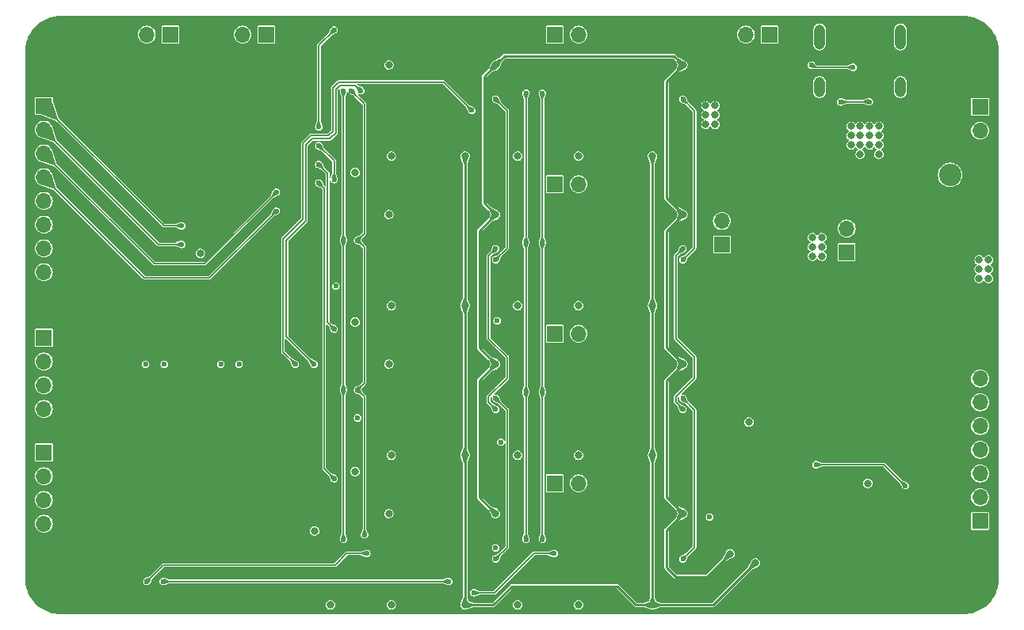
<source format=gbr>
%TF.GenerationSoftware,KiCad,Pcbnew,7.0.9*%
%TF.CreationDate,2024-02-06T21:49:00-05:00*%
%TF.ProjectId,fydp,66796470-2e6b-4696-9361-645f70636258,rev?*%
%TF.SameCoordinates,Original*%
%TF.FileFunction,Copper,L4,Bot*%
%TF.FilePolarity,Positive*%
%FSLAX46Y46*%
G04 Gerber Fmt 4.6, Leading zero omitted, Abs format (unit mm)*
G04 Created by KiCad (PCBNEW 7.0.9) date 2024-02-06 21:49:00*
%MOMM*%
%LPD*%
G01*
G04 APERTURE LIST*
%TA.AperFunction,ComponentPad*%
%ADD10R,1.700000X1.700000*%
%TD*%
%TA.AperFunction,ComponentPad*%
%ADD11O,1.700000X1.700000*%
%TD*%
%TA.AperFunction,ComponentPad*%
%ADD12C,2.641600*%
%TD*%
%TA.AperFunction,ComponentPad*%
%ADD13C,2.600000*%
%TD*%
%TA.AperFunction,ConnectorPad*%
%ADD14C,4.400000*%
%TD*%
%TA.AperFunction,ComponentPad*%
%ADD15R,2.400000X2.400000*%
%TD*%
%TA.AperFunction,ComponentPad*%
%ADD16C,2.400000*%
%TD*%
%TA.AperFunction,ComponentPad*%
%ADD17O,1.168400X2.667000*%
%TD*%
%TA.AperFunction,ComponentPad*%
%ADD18O,1.168400X2.159000*%
%TD*%
%TA.AperFunction,ViaPad*%
%ADD19C,0.800000*%
%TD*%
%TA.AperFunction,ViaPad*%
%ADD20C,0.600000*%
%TD*%
%TA.AperFunction,Conductor*%
%ADD21C,0.250000*%
%TD*%
%TA.AperFunction,Conductor*%
%ADD22C,0.177800*%
%TD*%
G04 APERTURE END LIST*
D10*
%TO.P,J19,1,Pin_1*%
%TO.N,/ANALOG MULTIPLIER 4/GPIO_SW13_POLARITY_R*%
X163570951Y-121500000D03*
D11*
%TO.P,J19,2,Pin_2*%
%TO.N,/ANALOG MULTIPLIER 4/GPIO_SW14_POLARITY_R*%
X166110951Y-121500000D03*
%TD*%
D10*
%TO.P,J18,1,Pin_1*%
%TO.N,/ANALOG MULTIPLIER 3/GPIO_SW9_POLARITY_R*%
X163570951Y-105500000D03*
D11*
%TO.P,J18,2,Pin_2*%
%TO.N,/ANALOG MULTIPLIER 3/GPIO_SW10_POLARITY_R*%
X166110951Y-105500000D03*
%TD*%
D10*
%TO.P,J11,1,Pin_1*%
%TO.N,DAC_DECODER_A0*%
X109000000Y-105920000D03*
D11*
%TO.P,J11,2,Pin_2*%
%TO.N,DAC_DECODER_A1*%
X109000000Y-108460000D03*
%TO.P,J11,3,Pin_3*%
%TO.N,DAC_DECODER_A2*%
X109000000Y-111000000D03*
%TO.P,J11,4,Pin_4*%
%TO.N,DAC_DECODER_A3*%
X109000000Y-113540000D03*
%TD*%
D12*
%TO.P,J9,1,1*%
%TO.N,GND*%
X181250000Y-113000000D03*
%TD*%
%TO.P,J13,1,1*%
%TO.N,GND*%
X137000000Y-116500000D03*
%TD*%
D10*
%TO.P,J16,1,Pin_1*%
%TO.N,/ANALOG MULTIPLIER 1/GPIO_SW1_POLARITY_R*%
X163570951Y-73500000D03*
D11*
%TO.P,J16,2,Pin_2*%
%TO.N,/ANALOG MULTIPLIER 1/GPIO_SW2_POLARITY_R*%
X166110951Y-73500000D03*
%TD*%
D13*
%TO.P,H1,1,1*%
%TO.N,GND*%
X110750000Y-75250000D03*
D14*
X110750000Y-75250000D03*
%TD*%
D10*
%TO.P,J6,1,Pin_1*%
%TO.N,/POWER/PP3V3_LDO*%
X186525000Y-73500000D03*
D11*
%TO.P,J6,2,Pin_2*%
%TO.N,+3.3V*%
X183985000Y-73500000D03*
%TD*%
D13*
%TO.P,H4,1,1*%
%TO.N,GND*%
X207250000Y-131750000D03*
D14*
X207250000Y-131750000D03*
%TD*%
D10*
%TO.P,J12,1,Pin_1*%
%TO.N,+3.3V*%
X109000000Y-118200000D03*
D11*
%TO.P,J12,2,Pin_2*%
%TO.N,/DECODER 2/DAC_DECODER_E1_L*%
X109000000Y-120740000D03*
%TO.P,J12,3,Pin_3*%
%TO.N,+3.3V*%
X109000000Y-123280000D03*
%TO.P,J12,4,Pin_4*%
%TO.N,/DECODER 2/DAC_DECODER_E0_L*%
X109000000Y-125820000D03*
%TD*%
D10*
%TO.P,J14,1,Pin_1*%
%TO.N,/DAC INPUTS/DAC_IN_CLK_R*%
X132750000Y-73500000D03*
D11*
%TO.P,J14,2,Pin_2*%
%TO.N,/DAC INPUTS/DAC_IN_DATA_IN_R*%
X130210000Y-73500000D03*
%TD*%
D15*
%TO.P,J3,1,Pin_1*%
%TO.N,GND*%
X205800000Y-92000000D03*
D16*
%TO.P,J3,2,Pin_2*%
%TO.N,/USBC RECEPTACLE/LMAO*%
X205800000Y-88500000D03*
%TD*%
D10*
%TO.P,J4,1,Pin_1*%
%TO.N,/DECODER 1/ADC_DECODER_A1*%
X109000000Y-81130000D03*
D11*
%TO.P,J4,2,Pin_2*%
%TO.N,/DECODER 1/ADC_DECODER_A0*%
X109000000Y-83670000D03*
%TO.P,J4,3,Pin_3*%
%TO.N,/DECODER 1/DAC_IN_DECODER_A1*%
X109000000Y-86210000D03*
%TO.P,J4,4,Pin_4*%
%TO.N,/DECODER 1/DAC_IN_DECODER_A0*%
X109000000Y-88750000D03*
%TO.P,J4,5,Pin_5*%
%TO.N,+3.3V*%
X109000000Y-91290000D03*
%TO.P,J4,6,Pin_6*%
%TO.N,/DECODER 1/ADC_DECODER_EN_L*%
X109000000Y-93830000D03*
%TO.P,J4,7,Pin_7*%
%TO.N,+3.3V*%
X109000000Y-96370000D03*
%TO.P,J4,8,Pin_8*%
%TO.N,/DECODER 1/DAC_IN_DECODER_EN_L*%
X109000000Y-98910000D03*
%TD*%
D10*
%TO.P,J5,1,Pin_1*%
%TO.N,/POWER/PP15V0_BOOST*%
X181419200Y-95975000D03*
D11*
%TO.P,J5,2,Pin_2*%
%TO.N,+15V*%
X181419200Y-93435000D03*
%TD*%
D12*
%TO.P,J10,1,1*%
%TO.N,GND*%
X181250000Y-89500000D03*
%TD*%
D17*
%TO.P,J1,25*%
%TO.N,N/C*%
X200500000Y-73750700D03*
%TO.P,J1,26*%
X191859996Y-73750700D03*
D18*
%TO.P,J1,27*%
X200500000Y-79110700D03*
%TO.P,J1,28*%
X191859996Y-79110700D03*
%TD*%
D10*
%TO.P,J15,1,Pin_1*%
%TO.N,/ANALOG MULTIPLIER 1/DAC_CLK_R*%
X122525000Y-73500000D03*
D11*
%TO.P,J15,2,Pin_2*%
%TO.N,/ANALOG MULTIPLIER 1/DAC_DATA_IN_R*%
X119985000Y-73500000D03*
%TD*%
D10*
%TO.P,J7,1,Pin_1*%
%TO.N,/POWER/PN15V0_CUK*%
X194750000Y-96775000D03*
D11*
%TO.P,J7,2,Pin_2*%
%TO.N,-15V*%
X194750000Y-94235000D03*
%TD*%
D12*
%TO.P,J8,1,1*%
%TO.N,GND*%
X137000000Y-98500000D03*
%TD*%
D10*
%TO.P,J2,1,Pin_1*%
%TO.N,/USBC RECEPTACLE/PP5V0_USBC*%
X209000000Y-81225000D03*
D11*
%TO.P,J2,2,Pin_2*%
%TO.N,/USBC RECEPTACLE/LMAO*%
X209000000Y-83765000D03*
%TD*%
D13*
%TO.P,H3,1,1*%
%TO.N,GND*%
X110750000Y-131750000D03*
D14*
X110750000Y-131750000D03*
%TD*%
D13*
%TO.P,H2,1,1*%
%TO.N,GND*%
X207250000Y-75250000D03*
D14*
X207250000Y-75250000D03*
%TD*%
D10*
%TO.P,J20,1,Pin_1*%
%TO.N,/ADC/ADC1_CS_L_R*%
X209000000Y-125540000D03*
D11*
%TO.P,J20,2,Pin_2*%
%TO.N,/ADC/ADC1_SCLK_R*%
X209000000Y-123000000D03*
%TO.P,J20,3,Pin_3*%
%TO.N,/ADC/ADC1_SDI_R*%
X209000000Y-120460000D03*
%TO.P,J20,4,Pin_4*%
%TO.N,/ADC/ADC1_SDO_CH0_R*%
X209000000Y-117920000D03*
%TO.P,J20,5,Pin_5*%
%TO.N,/ADC/ADC1_SDO_CH1_R*%
X209000000Y-115380000D03*
%TO.P,J20,6,Pin_6*%
%TO.N,/ADC/TP_ADC1_CLK_OUT_R*%
X209000000Y-112840000D03*
%TO.P,J20,7,Pin_7*%
%TO.N,/ADC/ADC1_BUSY_OUT_R*%
X209000000Y-110300000D03*
%TD*%
D10*
%TO.P,J17,1,Pin_1*%
%TO.N,/ANALOG MULTIPLIER 2/GPIO_SW5_POLARITY_R*%
X163570951Y-89500000D03*
D11*
%TO.P,J17,2,Pin_2*%
%TO.N,/ANALOG MULTIPLIER 2/GPIO_SW6_POLARITY_R*%
X166110951Y-89500000D03*
%TD*%
D19*
%TO.N,+5V*%
X196200000Y-85300000D03*
X196200000Y-86300000D03*
X198200000Y-86300000D03*
D20*
%TO.N,GND*%
X153000000Y-120500000D03*
X173000000Y-120500000D03*
X153000000Y-72500000D03*
X173000000Y-72500000D03*
D19*
%TO.N,+5V*%
X192100000Y-95200000D03*
X192100000Y-97200000D03*
X145845951Y-108745951D03*
X146100000Y-118500000D03*
X208900000Y-99600000D03*
X209900000Y-98600000D03*
X166100000Y-118500000D03*
X198200000Y-83300000D03*
X192100000Y-96200000D03*
X179700000Y-81100000D03*
X197200000Y-85300000D03*
X191100000Y-97200000D03*
X197200000Y-84300000D03*
X166100000Y-102500000D03*
X198200000Y-85300000D03*
X191100000Y-95200000D03*
X159600000Y-86500000D03*
X195200000Y-85300000D03*
X180700000Y-82100000D03*
X196200000Y-83300000D03*
X166100000Y-134500000D03*
X208900000Y-98600000D03*
X209900000Y-99600000D03*
X180700000Y-83100000D03*
X142250000Y-88250000D03*
X145845951Y-76745951D03*
X197200000Y-83300000D03*
X146100000Y-86500000D03*
X146100000Y-102500000D03*
X179700000Y-83100000D03*
X208900000Y-97600000D03*
X196200000Y-84300000D03*
X180700000Y-81100000D03*
X142250000Y-104250000D03*
X179700000Y-82100000D03*
X209900000Y-97600000D03*
X184300000Y-114950000D03*
X195200000Y-84300000D03*
X191100000Y-96200000D03*
X142250000Y-120250000D03*
X159600000Y-134500000D03*
X146100000Y-134500000D03*
X145845951Y-92745951D03*
X139600000Y-134500000D03*
X195200000Y-83300000D03*
X159600000Y-102500000D03*
X166100000Y-86500000D03*
X198200000Y-84300000D03*
X145845951Y-124745951D03*
X159600000Y-118500000D03*
D20*
%TO.N,GND*%
X127000000Y-76500000D03*
X207000000Y-111500000D03*
X137000000Y-101500000D03*
X192000000Y-111500000D03*
X207000000Y-126500000D03*
X192000000Y-106550000D03*
X187000000Y-111500000D03*
X147000000Y-126500000D03*
X127000000Y-81500000D03*
X207000000Y-116500000D03*
X173000000Y-104500000D03*
X153000000Y-88500000D03*
X132000000Y-96500000D03*
X189500000Y-121500000D03*
X137000000Y-81500000D03*
X207000000Y-121500000D03*
X192000000Y-76500000D03*
X127000000Y-101500000D03*
X197000000Y-111500000D03*
X207000000Y-106550000D03*
X112000000Y-126500000D03*
X147000000Y-76500000D03*
X117000000Y-101500000D03*
X177000000Y-81500000D03*
X182000000Y-131500000D03*
X187000000Y-121500000D03*
X117000000Y-126500000D03*
X117000000Y-76500000D03*
X122000000Y-101500000D03*
X153000000Y-104500000D03*
X132000000Y-121500000D03*
X137000000Y-76500000D03*
X117000000Y-116500000D03*
X122000000Y-81500000D03*
X173000000Y-88500000D03*
X112000000Y-121500000D03*
X182000000Y-106550000D03*
X117000000Y-81500000D03*
X137000000Y-121600000D03*
X152749051Y-81500000D03*
X191000000Y-120500000D03*
X132000000Y-81500000D03*
X202000000Y-76500000D03*
X172000000Y-76500000D03*
D19*
%TO.N,+15V*%
X177250000Y-92750000D03*
X157250000Y-76750000D03*
X157250000Y-108750000D03*
X177250000Y-76750000D03*
X177250000Y-124750000D03*
X177250000Y-108750000D03*
X182300000Y-129050000D03*
X157250000Y-92750000D03*
X157250000Y-124750000D03*
%TO.N,-15V*%
X174000000Y-102500000D03*
X185000000Y-130000000D03*
X174000000Y-118500000D03*
X174000000Y-134500000D03*
X154000000Y-102500000D03*
X154000000Y-118500000D03*
X154000000Y-86500000D03*
X154000000Y-134500000D03*
X174000000Y-86500000D03*
%TO.N,+3.3V*%
X137900000Y-126600000D03*
X197000000Y-121500000D03*
X125700000Y-96900000D03*
D20*
%TO.N,Net-(J1-PadA5)*%
X197179998Y-80679400D03*
X194100000Y-80700000D03*
%TO.N,/DECODER 1/DAC_IN_DECODER_A0*%
X133825000Y-92365000D03*
%TO.N,/DECODER 1/DAC_IN_DECODER_A1*%
X133825000Y-90365000D03*
%TO.N,/DECODER 1/ADC_DECODER_A0*%
X123716250Y-95940000D03*
%TO.N,/DECODER 1/ADC_DECODER_A1*%
X123716250Y-93940000D03*
%TO.N,DAC1_CS_L*%
X137845000Y-108751551D03*
X142845951Y-79500000D03*
%TO.N,DAC2_CS_L*%
X154700000Y-81600000D03*
X135845000Y-108751551D03*
%TO.N,DAC5_CS_L*%
X129845000Y-108751551D03*
X140200000Y-100400000D03*
%TO.N,DAC6_CS_L*%
X127895000Y-108751551D03*
X157400000Y-104100000D03*
%TO.N,DAC9_CS_L*%
X142500000Y-114500000D03*
X121845000Y-108751551D03*
%TO.N,DAC10_CS_L*%
X119845000Y-108751551D03*
X157800000Y-117100000D03*
%TO.N,DAC13_CS_L*%
X120000000Y-132000000D03*
X143500000Y-129000000D03*
%TO.N,DAC14_CS_L*%
X154900000Y-133200000D03*
X152250000Y-132000000D03*
X163500000Y-129000000D03*
X121750000Y-132000000D03*
%TO.N,DAC_CLK*%
X143250000Y-127000000D03*
X162250000Y-111750000D03*
X142500000Y-95500000D03*
X162250000Y-79750000D03*
X141845951Y-79500000D03*
X162250000Y-95750000D03*
X162250000Y-127500000D03*
X142500000Y-111500000D03*
%TO.N,DAC_DATA_IN*%
X141000000Y-127500000D03*
X160500000Y-95750000D03*
X141000000Y-95500000D03*
X160500000Y-79750000D03*
X141000000Y-79500000D03*
X141000000Y-111500000D03*
X160500000Y-127500000D03*
X160500000Y-111750000D03*
%TO.N,Net-(J1-PadB5)*%
X191000000Y-76750000D03*
X195429998Y-77000000D03*
%TO.N,MULT1_OUT*%
X157250951Y-80405000D03*
X157250951Y-97595000D03*
%TO.N,MULT2_OUT*%
X177250951Y-80405000D03*
X177250951Y-97595000D03*
%TO.N,MULT5_OUT*%
X157250951Y-96405000D03*
X157250951Y-113595000D03*
%TO.N,MULT6_OUT*%
X177250951Y-96405000D03*
X177250951Y-113595000D03*
%TO.N,MULT9_OUT*%
X157250951Y-112405000D03*
X157250951Y-129595000D03*
%TO.N,MULT10_OUT*%
X177250951Y-129595000D03*
X177250951Y-112405000D03*
%TO.N,MULT13_OUT*%
X180100000Y-125100000D03*
X157250951Y-128405000D03*
%TO.N,ADC1_SDI*%
X191500000Y-119500000D03*
X201000000Y-121750000D03*
%TO.N,DAC_IN4_CS_L*%
X140000000Y-121000000D03*
X138365000Y-89385000D03*
%TO.N,DAC_IN3_CS_L*%
X140000000Y-105000000D03*
X138365000Y-87385000D03*
%TO.N,DAC_IN2_CS_L*%
X138365000Y-85385000D03*
X140000000Y-89000000D03*
%TO.N,DAC_IN1_CS_L*%
X138365000Y-83385000D03*
X140000000Y-73000000D03*
%TD*%
D21*
%TO.N,+15V*%
X177250000Y-124750000D02*
X175500000Y-123000000D01*
X175500000Y-91000000D02*
X175500000Y-78500000D01*
X175500000Y-130500000D02*
X176500000Y-131500000D01*
X157250000Y-92750000D02*
X156000000Y-91500000D01*
X156000000Y-91500000D02*
X156000000Y-78000000D01*
X155500000Y-94500000D02*
X157250000Y-92750000D01*
X157250000Y-124750000D02*
X155500000Y-123000000D01*
X176300000Y-75800000D02*
X177250000Y-76750000D01*
X157250000Y-108750000D02*
X155500000Y-107000000D01*
X177250000Y-92750000D02*
X175500000Y-91000000D01*
X158200000Y-75800000D02*
X176300000Y-75800000D01*
X175500000Y-94500000D02*
X177250000Y-92750000D01*
X179850000Y-131500000D02*
X182300000Y-129050000D01*
X155500000Y-110500000D02*
X157250000Y-108750000D01*
X176500000Y-131500000D02*
X179850000Y-131500000D01*
X155500000Y-107000000D02*
X155500000Y-94500000D01*
X175500000Y-78500000D02*
X177250000Y-76750000D01*
X156000000Y-78000000D02*
X157250000Y-76750000D01*
X177250000Y-124750000D02*
X175500000Y-126500000D01*
X175500000Y-107000000D02*
X175500000Y-94500000D01*
X157250000Y-76750000D02*
X158200000Y-75800000D01*
X175500000Y-123000000D02*
X175500000Y-110500000D01*
X175500000Y-126500000D02*
X175500000Y-130500000D01*
X177250000Y-108750000D02*
X175500000Y-107000000D01*
X155500000Y-123000000D02*
X155500000Y-110500000D01*
X175500000Y-110500000D02*
X177250000Y-108750000D01*
%TO.N,-15V*%
X174000000Y-134500000D02*
X172250000Y-134500000D01*
X154000000Y-102500000D02*
X154000000Y-118500000D01*
X174000000Y-102500000D02*
X174000000Y-118500000D01*
X170250000Y-132500000D02*
X159000000Y-132500000D01*
X180500000Y-134500000D02*
X174000000Y-134500000D01*
X174000000Y-86500000D02*
X174000000Y-102500000D01*
X159000000Y-132500000D02*
X157000000Y-134500000D01*
X157000000Y-134500000D02*
X154000000Y-134500000D01*
X185000000Y-130000000D02*
X180500000Y-134500000D01*
X154000000Y-134500000D02*
X154000000Y-118500000D01*
X154000000Y-86500000D02*
X154000000Y-102500000D01*
X174000000Y-118500000D02*
X174000000Y-134500000D01*
X172250000Y-134500000D02*
X170250000Y-132500000D01*
D22*
%TO.N,Net-(J1-PadA5)*%
X194100000Y-80700000D02*
X194120600Y-80679400D01*
X194120600Y-80679400D02*
X197179998Y-80679400D01*
%TO.N,/DECODER 1/DAC_IN_DECODER_A0*%
X126690000Y-99500000D02*
X133825000Y-92365000D01*
X119750000Y-99500000D02*
X126690000Y-99500000D01*
X109000000Y-88750000D02*
X119750000Y-99500000D01*
%TO.N,/DECODER 1/DAC_IN_DECODER_A1*%
X109000000Y-86210000D02*
X120790000Y-98000000D01*
X126190000Y-98000000D02*
X133825000Y-90365000D01*
X120790000Y-98000000D02*
X126190000Y-98000000D01*
%TO.N,/DECODER 1/ADC_DECODER_A0*%
X109000000Y-83670000D02*
X121270000Y-95940000D01*
X121270000Y-95940000D02*
X123716250Y-95940000D01*
%TO.N,/DECODER 1/ADC_DECODER_A1*%
X121810000Y-93940000D02*
X109000000Y-81130000D01*
X123716250Y-93940000D02*
X121810000Y-93940000D01*
%TO.N,DAC1_CS_L*%
X142279251Y-78933300D02*
X142845951Y-79500000D01*
X140200000Y-79344516D02*
X140611216Y-78933300D01*
X137000000Y-85302894D02*
X137647294Y-84655600D01*
X137000000Y-93400000D02*
X137000000Y-85302894D01*
X137845000Y-108751551D02*
X134900000Y-105806551D01*
X140200000Y-84000000D02*
X140200000Y-79344516D01*
X137647294Y-84655600D02*
X139544400Y-84655600D01*
X140611216Y-78933300D02*
X142279251Y-78933300D01*
X134900000Y-95500000D02*
X137000000Y-93400000D01*
X134900000Y-105806551D02*
X134900000Y-95500000D01*
X139544400Y-84655600D02*
X140200000Y-84000000D01*
%TO.N,DAC2_CS_L*%
X139397106Y-84300000D02*
X137500000Y-84300000D01*
X137500000Y-84300000D02*
X136644400Y-85155600D01*
X134544400Y-95352706D02*
X134544400Y-107450951D01*
X151677700Y-78577700D02*
X140463922Y-78577700D01*
X139844400Y-83852706D02*
X139397106Y-84300000D01*
X140463922Y-78577700D02*
X139844400Y-79197222D01*
X134544400Y-107450951D02*
X135845000Y-108751551D01*
X136644400Y-85155600D02*
X136644400Y-93252706D01*
X139844400Y-79197222D02*
X139844400Y-83852706D01*
X136644400Y-93252706D02*
X134544400Y-95352706D01*
X154700000Y-81600000D02*
X151677700Y-78577700D01*
%TO.N,DAC13_CS_L*%
X121750000Y-130250000D02*
X120000000Y-132000000D01*
X143500000Y-129000000D02*
X141345951Y-129000000D01*
X140095951Y-130250000D02*
X121750000Y-130250000D01*
X141345951Y-129000000D02*
X140095951Y-130250000D01*
%TO.N,DAC14_CS_L*%
X161345952Y-129000000D02*
X157145952Y-133200000D01*
X121750000Y-132000000D02*
X152250000Y-132000000D01*
X163500000Y-129000000D02*
X161345952Y-129000000D01*
X157145952Y-133200000D02*
X154900000Y-133200000D01*
%TO.N,DAC_CLK*%
X162250000Y-111750000D02*
X162250000Y-95750000D01*
X142500000Y-111500000D02*
X143250000Y-110750000D01*
X143250000Y-94750000D02*
X143250000Y-80904049D01*
X143250000Y-96250000D02*
X142500000Y-95500000D01*
X143250000Y-110750000D02*
X143250000Y-96250000D01*
X162250000Y-95750000D02*
X162250000Y-79750000D01*
X142500000Y-111500000D02*
X143250000Y-112250000D01*
X142500000Y-95500000D02*
X143250000Y-94750000D01*
X143250000Y-80904049D02*
X141845951Y-79500000D01*
X162250000Y-127500000D02*
X162250000Y-111750000D01*
X143250000Y-112250000D02*
X143250000Y-127000000D01*
%TO.N,DAC_DATA_IN*%
X160500000Y-111750000D02*
X160500000Y-95750000D01*
X160500000Y-95750000D02*
X160500000Y-79750000D01*
X160500000Y-127500000D02*
X160500000Y-111750000D01*
X141000000Y-79500000D02*
X141000000Y-95500000D01*
X141000000Y-127500000D02*
X141000000Y-111500000D01*
X141000000Y-111500000D02*
X141000000Y-95500000D01*
%TO.N,Net-(J1-PadB5)*%
X191000000Y-76750000D02*
X191250000Y-77000000D01*
X191250000Y-77000000D02*
X195429998Y-77000000D01*
%TO.N,MULT1_OUT*%
X157250951Y-97595000D02*
X158500000Y-96345951D01*
X158500000Y-81654049D02*
X157250951Y-80405000D01*
X158500000Y-96345951D02*
X158500000Y-81654049D01*
%TO.N,MULT2_OUT*%
X178500000Y-96345951D02*
X177250951Y-97595000D01*
X177250951Y-80405000D02*
X178500000Y-81654049D01*
X178500000Y-81654049D02*
X178500000Y-96345951D01*
%TO.N,MULT5_OUT*%
X156500000Y-112250000D02*
X156500000Y-112844049D01*
X157250951Y-96405000D02*
X156500000Y-97155951D01*
X156500000Y-112844049D02*
X157250951Y-113595000D01*
X156500000Y-97155951D02*
X156500000Y-106000000D01*
X156500000Y-106000000D02*
X158500000Y-108000000D01*
X158500000Y-108000000D02*
X158500000Y-110250000D01*
X158500000Y-110250000D02*
X156500000Y-112250000D01*
%TO.N,MULT6_OUT*%
X176500000Y-106000000D02*
X178500000Y-108000000D01*
X176500000Y-112844049D02*
X177250951Y-113595000D01*
X176500000Y-97155951D02*
X176500000Y-106000000D01*
X178500000Y-110250000D02*
X176500000Y-112250000D01*
X176500000Y-112250000D02*
X176500000Y-112844049D01*
X178500000Y-108000000D02*
X178500000Y-110250000D01*
X177250951Y-96405000D02*
X176500000Y-97155951D01*
%TO.N,MULT9_OUT*%
X158500000Y-128345951D02*
X157250951Y-129595000D01*
X157250951Y-112405000D02*
X158500000Y-113654049D01*
X158500000Y-113654049D02*
X158500000Y-128345951D01*
%TO.N,MULT10_OUT*%
X177250951Y-112405000D02*
X178500000Y-113654049D01*
X178500000Y-128345951D02*
X177250951Y-129595000D01*
X178500000Y-113654049D02*
X178500000Y-128345951D01*
%TO.N,ADC1_SDI*%
X198750000Y-119500000D02*
X201000000Y-121750000D01*
X191500000Y-119500000D02*
X198750000Y-119500000D01*
%TO.N,DAC_IN4_CS_L*%
X138944400Y-89964400D02*
X138944400Y-119944400D01*
X138944400Y-119944400D02*
X140000000Y-121000000D01*
X138365000Y-89385000D02*
X138944400Y-89964400D01*
%TO.N,DAC_IN3_CS_L*%
X139300000Y-104300000D02*
X140000000Y-105000000D01*
X139300000Y-88320000D02*
X139300000Y-104300000D01*
X138365000Y-87385000D02*
X139300000Y-88320000D01*
%TO.N,DAC_IN2_CS_L*%
X138365000Y-85385000D02*
X140000000Y-87020000D01*
X140000000Y-87020000D02*
X140000000Y-89000000D01*
%TO.N,DAC_IN1_CS_L*%
X138365000Y-83385000D02*
X138365000Y-74635000D01*
X138365000Y-74635000D02*
X140000000Y-73000000D01*
%TD*%
%TA.AperFunction,Conductor*%
%TO.N,GND*%
G36*
X207250905Y-71500545D02*
G01*
X207303078Y-71503107D01*
X207402672Y-71508000D01*
X207623130Y-71519555D01*
X207626597Y-71519902D01*
X207805372Y-71546421D01*
X207989021Y-71575508D01*
X207999091Y-71577103D01*
X208002271Y-71577751D01*
X208182425Y-71622877D01*
X208367305Y-71672415D01*
X208370151Y-71673305D01*
X208546980Y-71736575D01*
X208723916Y-71804495D01*
X208726440Y-71805574D01*
X208897266Y-71886368D01*
X209065282Y-71971977D01*
X209067507Y-71973208D01*
X209230199Y-72070722D01*
X209387962Y-72173174D01*
X209389833Y-72174473D01*
X209542557Y-72287740D01*
X209688622Y-72406022D01*
X209690166Y-72407345D01*
X209830578Y-72534607D01*
X209831871Y-72535838D01*
X209964160Y-72668127D01*
X209965394Y-72669423D01*
X210092649Y-72809827D01*
X210093976Y-72811376D01*
X210212259Y-72957442D01*
X210325512Y-73110146D01*
X210326824Y-73112036D01*
X210429277Y-73269800D01*
X210526790Y-73432491D01*
X210528021Y-73434716D01*
X210613635Y-73602742D01*
X210694414Y-73773535D01*
X210695509Y-73776096D01*
X210763423Y-73953015D01*
X210826685Y-74129821D01*
X210827588Y-74132711D01*
X210877122Y-74317573D01*
X210922242Y-74497704D01*
X210922895Y-74500907D01*
X210953580Y-74694637D01*
X210980094Y-74873383D01*
X210980444Y-74876877D01*
X210992012Y-75097596D01*
X210999455Y-75249095D01*
X210999500Y-75250911D01*
X210999500Y-131749088D01*
X210999455Y-131750904D01*
X210992012Y-131902403D01*
X210980444Y-132123121D01*
X210980094Y-132126615D01*
X210953580Y-132305362D01*
X210922895Y-132499091D01*
X210922242Y-132502294D01*
X210877122Y-132682426D01*
X210827588Y-132867287D01*
X210826685Y-132870177D01*
X210763423Y-133046984D01*
X210695509Y-133223903D01*
X210694414Y-133226463D01*
X210613635Y-133397257D01*
X210528021Y-133565282D01*
X210526790Y-133567507D01*
X210429277Y-133730199D01*
X210326824Y-133887962D01*
X210325512Y-133889851D01*
X210212259Y-134042557D01*
X210093976Y-134188622D01*
X210092636Y-134190185D01*
X209965413Y-134330555D01*
X209964160Y-134331871D01*
X209831871Y-134464160D01*
X209830555Y-134465413D01*
X209690185Y-134592636D01*
X209688622Y-134593976D01*
X209542557Y-134712259D01*
X209389851Y-134825512D01*
X209387962Y-134826824D01*
X209230199Y-134929277D01*
X209067507Y-135026790D01*
X209065282Y-135028021D01*
X208897257Y-135113635D01*
X208726463Y-135194414D01*
X208723903Y-135195509D01*
X208546984Y-135263423D01*
X208370177Y-135326685D01*
X208367287Y-135327588D01*
X208182426Y-135377122D01*
X208002294Y-135422242D01*
X207999091Y-135422895D01*
X207805362Y-135453580D01*
X207626615Y-135480094D01*
X207623121Y-135480444D01*
X207402403Y-135492012D01*
X207250904Y-135499455D01*
X207249088Y-135499500D01*
X110750912Y-135499500D01*
X110749096Y-135499455D01*
X110597596Y-135492012D01*
X110376877Y-135480444D01*
X110373383Y-135480094D01*
X110194637Y-135453580D01*
X110000907Y-135422895D01*
X109997704Y-135422242D01*
X109817573Y-135377122D01*
X109632711Y-135327588D01*
X109629821Y-135326685D01*
X109453015Y-135263423D01*
X109276096Y-135195509D01*
X109273535Y-135194414D01*
X109102742Y-135113635D01*
X108934716Y-135028021D01*
X108932491Y-135026790D01*
X108769800Y-134929277D01*
X108612036Y-134826824D01*
X108610146Y-134825512D01*
X108529988Y-134766063D01*
X108457441Y-134712258D01*
X108311376Y-134593976D01*
X108309827Y-134592649D01*
X108207605Y-134500000D01*
X139094353Y-134500000D01*
X139114834Y-134642454D01*
X139114834Y-134642455D01*
X139114835Y-134642457D01*
X139154943Y-134730281D01*
X139174623Y-134773373D01*
X139268868Y-134882139D01*
X139268869Y-134882140D01*
X139268872Y-134882143D01*
X139389947Y-134959953D01*
X139496403Y-134991211D01*
X139528035Y-135000499D01*
X139528037Y-135000500D01*
X139528039Y-135000500D01*
X139671963Y-135000500D01*
X139671964Y-135000499D01*
X139810053Y-134959953D01*
X139931128Y-134882143D01*
X140025377Y-134773373D01*
X140085165Y-134642457D01*
X140105647Y-134500000D01*
X145594353Y-134500000D01*
X145614834Y-134642454D01*
X145614834Y-134642455D01*
X145614835Y-134642457D01*
X145654943Y-134730281D01*
X145674623Y-134773373D01*
X145768868Y-134882139D01*
X145768869Y-134882140D01*
X145768872Y-134882143D01*
X145889947Y-134959953D01*
X145996403Y-134991211D01*
X146028035Y-135000499D01*
X146028037Y-135000500D01*
X146028039Y-135000500D01*
X146171963Y-135000500D01*
X146171964Y-135000499D01*
X146310053Y-134959953D01*
X146431128Y-134882143D01*
X146525377Y-134773373D01*
X146585165Y-134642457D01*
X146605647Y-134500000D01*
X153494353Y-134500000D01*
X153514834Y-134642454D01*
X153514834Y-134642455D01*
X153514835Y-134642457D01*
X153554943Y-134730281D01*
X153574623Y-134773373D01*
X153668868Y-134882139D01*
X153668869Y-134882140D01*
X153668872Y-134882143D01*
X153789947Y-134959953D01*
X153896403Y-134991211D01*
X153928035Y-135000499D01*
X153928037Y-135000500D01*
X153928039Y-135000500D01*
X154071962Y-135000500D01*
X154118472Y-134986842D01*
X154186129Y-134966976D01*
X154190468Y-134965981D01*
X154200960Y-134964235D01*
X154200966Y-134964233D01*
X154819851Y-134730281D01*
X154846017Y-134725500D01*
X156993108Y-134725500D01*
X156995044Y-134725551D01*
X157036062Y-134727700D01*
X157036062Y-134727699D01*
X157036064Y-134727700D01*
X157058816Y-134718965D01*
X157069927Y-134715674D01*
X157093768Y-134710607D01*
X157100642Y-134705612D01*
X157117621Y-134696392D01*
X157125560Y-134693346D01*
X157142794Y-134676111D01*
X157151616Y-134668576D01*
X157171323Y-134654260D01*
X157175573Y-134646897D01*
X157187329Y-134631575D01*
X157318904Y-134500000D01*
X159094353Y-134500000D01*
X159114834Y-134642454D01*
X159114834Y-134642455D01*
X159114835Y-134642457D01*
X159154943Y-134730281D01*
X159174623Y-134773373D01*
X159268868Y-134882139D01*
X159268869Y-134882140D01*
X159268872Y-134882143D01*
X159389947Y-134959953D01*
X159496403Y-134991211D01*
X159528035Y-135000499D01*
X159528037Y-135000500D01*
X159528039Y-135000500D01*
X159671963Y-135000500D01*
X159671964Y-135000499D01*
X159810053Y-134959953D01*
X159931128Y-134882143D01*
X160025377Y-134773373D01*
X160085165Y-134642457D01*
X160105647Y-134500000D01*
X165594353Y-134500000D01*
X165614834Y-134642454D01*
X165614834Y-134642455D01*
X165614835Y-134642457D01*
X165654943Y-134730281D01*
X165674623Y-134773373D01*
X165768868Y-134882139D01*
X165768869Y-134882140D01*
X165768872Y-134882143D01*
X165889947Y-134959953D01*
X165996403Y-134991211D01*
X166028035Y-135000499D01*
X166028037Y-135000500D01*
X166028039Y-135000500D01*
X166171963Y-135000500D01*
X166171964Y-135000499D01*
X166310053Y-134959953D01*
X166431128Y-134882143D01*
X166525377Y-134773373D01*
X166585165Y-134642457D01*
X166605647Y-134500000D01*
X166585165Y-134357543D01*
X166525377Y-134226627D01*
X166440487Y-134128658D01*
X166431131Y-134117860D01*
X166431129Y-134117859D01*
X166431128Y-134117857D01*
X166367152Y-134076742D01*
X166310054Y-134040047D01*
X166310050Y-134040046D01*
X166171964Y-133999500D01*
X166171961Y-133999500D01*
X166028039Y-133999500D01*
X166028036Y-133999500D01*
X165889949Y-134040046D01*
X165889945Y-134040047D01*
X165768875Y-134117855D01*
X165768868Y-134117860D01*
X165674623Y-134226626D01*
X165614834Y-134357545D01*
X165594353Y-134500000D01*
X160105647Y-134500000D01*
X160085165Y-134357543D01*
X160025377Y-134226627D01*
X159940487Y-134128658D01*
X159931131Y-134117860D01*
X159931129Y-134117859D01*
X159931128Y-134117857D01*
X159867152Y-134076742D01*
X159810054Y-134040047D01*
X159810050Y-134040046D01*
X159671964Y-133999500D01*
X159671961Y-133999500D01*
X159528039Y-133999500D01*
X159528036Y-133999500D01*
X159389949Y-134040046D01*
X159389945Y-134040047D01*
X159268875Y-134117855D01*
X159268868Y-134117860D01*
X159174623Y-134226626D01*
X159114834Y-134357545D01*
X159094353Y-134500000D01*
X157318904Y-134500000D01*
X159071731Y-132747174D01*
X159117607Y-132725782D01*
X159124057Y-132725500D01*
X170125942Y-132725500D01*
X170173508Y-132742813D01*
X170178268Y-132747174D01*
X172085677Y-134654582D01*
X172087010Y-134655987D01*
X172114491Y-134686507D01*
X172114493Y-134686509D01*
X172136756Y-134696420D01*
X172146950Y-134701956D01*
X172167382Y-134715226D01*
X172175779Y-134716555D01*
X172194301Y-134722042D01*
X172202068Y-134725500D01*
X172226427Y-134725500D01*
X172238001Y-134726410D01*
X172248168Y-134728021D01*
X172262064Y-134730222D01*
X172262065Y-134730222D01*
X172270280Y-134728021D01*
X172289432Y-134725500D01*
X173153983Y-134725500D01*
X173180147Y-134730280D01*
X173799039Y-134964235D01*
X173810624Y-134966265D01*
X173814642Y-134967203D01*
X173879487Y-134986244D01*
X173928037Y-135000500D01*
X173928039Y-135000500D01*
X174071962Y-135000500D01*
X174118472Y-134986842D01*
X174186129Y-134966976D01*
X174190468Y-134965981D01*
X174200960Y-134964235D01*
X174200966Y-134964233D01*
X174819851Y-134730281D01*
X174846017Y-134725500D01*
X180493108Y-134725500D01*
X180495044Y-134725551D01*
X180536062Y-134727700D01*
X180536062Y-134727699D01*
X180536064Y-134727700D01*
X180558816Y-134718965D01*
X180569927Y-134715674D01*
X180593768Y-134710607D01*
X180600642Y-134705612D01*
X180617621Y-134696392D01*
X180625560Y-134693346D01*
X180642794Y-134676111D01*
X180651616Y-134668576D01*
X180671323Y-134654260D01*
X180675573Y-134646897D01*
X180687329Y-134631575D01*
X184561228Y-130757675D01*
X184583103Y-130742559D01*
X185186162Y-130470365D01*
X185186169Y-130470359D01*
X185189183Y-130468643D01*
X185189467Y-130469143D01*
X185206176Y-130461091D01*
X185210053Y-130459953D01*
X185331128Y-130382143D01*
X185425377Y-130273373D01*
X185485165Y-130142457D01*
X185505647Y-130000000D01*
X185485165Y-129857543D01*
X185425377Y-129726627D01*
X185331128Y-129617857D01*
X185274182Y-129581260D01*
X185210054Y-129540047D01*
X185210050Y-129540046D01*
X185071964Y-129499500D01*
X185071961Y-129499500D01*
X184928039Y-129499500D01*
X184928036Y-129499500D01*
X184789949Y-129540046D01*
X184789945Y-129540047D01*
X184668875Y-129617855D01*
X184668868Y-129617860D01*
X184574621Y-129726628D01*
X184546898Y-129787333D01*
X184539800Y-129799606D01*
X184529637Y-129813831D01*
X184257442Y-130416889D01*
X184242320Y-130438772D01*
X180428269Y-134252826D01*
X180382393Y-134274218D01*
X180375943Y-134274500D01*
X174846021Y-134274500D01*
X174819855Y-134269719D01*
X174423254Y-134119795D01*
X174384882Y-134086782D01*
X174380203Y-134076748D01*
X174230281Y-133680146D01*
X174225500Y-133653980D01*
X174225500Y-119346020D01*
X174230281Y-119319854D01*
X174464232Y-118700968D01*
X174464233Y-118700965D01*
X174464235Y-118700960D01*
X174466202Y-118689733D01*
X174471779Y-118671766D01*
X174485165Y-118642457D01*
X174505647Y-118500000D01*
X174485165Y-118357543D01*
X174471628Y-118327902D01*
X174465948Y-118309326D01*
X174464235Y-118299039D01*
X174230281Y-117680146D01*
X174225500Y-117653980D01*
X174225500Y-103346020D01*
X174230281Y-103319854D01*
X174464232Y-102700968D01*
X174464233Y-102700965D01*
X174464235Y-102700960D01*
X174466202Y-102689733D01*
X174471779Y-102671766D01*
X174485165Y-102642457D01*
X174505647Y-102500000D01*
X174485165Y-102357543D01*
X174471628Y-102327902D01*
X174465948Y-102309326D01*
X174464235Y-102299039D01*
X174230281Y-101680146D01*
X174225500Y-101653980D01*
X174225500Y-87346020D01*
X174230281Y-87319854D01*
X174464232Y-86700968D01*
X174464233Y-86700965D01*
X174464235Y-86700960D01*
X174466202Y-86689733D01*
X174471779Y-86671766D01*
X174485165Y-86642457D01*
X174505647Y-86500000D01*
X174485165Y-86357543D01*
X174425377Y-86226627D01*
X174331128Y-86117857D01*
X174274182Y-86081260D01*
X174210054Y-86040047D01*
X174210050Y-86040046D01*
X174071964Y-85999500D01*
X174071961Y-85999500D01*
X173928039Y-85999500D01*
X173928036Y-85999500D01*
X173789949Y-86040046D01*
X173789945Y-86040047D01*
X173668875Y-86117855D01*
X173668868Y-86117860D01*
X173574623Y-86226626D01*
X173514834Y-86357545D01*
X173494353Y-86500000D01*
X173514834Y-86642455D01*
X173514836Y-86642460D01*
X173528368Y-86672092D01*
X173534048Y-86690665D01*
X173535765Y-86700965D01*
X173535764Y-86700965D01*
X173769719Y-87319854D01*
X173774500Y-87346020D01*
X173774500Y-101653978D01*
X173769719Y-101680144D01*
X173535764Y-102299037D01*
X173535762Y-102299045D01*
X173533795Y-102310270D01*
X173528220Y-102328232D01*
X173514836Y-102357539D01*
X173514834Y-102357544D01*
X173494353Y-102500000D01*
X173514834Y-102642455D01*
X173514836Y-102642460D01*
X173528368Y-102672092D01*
X173534048Y-102690665D01*
X173535765Y-102700965D01*
X173535764Y-102700965D01*
X173769719Y-103319854D01*
X173774500Y-103346020D01*
X173774500Y-117653978D01*
X173769719Y-117680144D01*
X173535764Y-118299037D01*
X173535762Y-118299045D01*
X173533795Y-118310270D01*
X173528220Y-118328232D01*
X173514836Y-118357539D01*
X173514834Y-118357544D01*
X173494353Y-118500000D01*
X173514834Y-118642455D01*
X173514836Y-118642460D01*
X173528368Y-118672092D01*
X173534048Y-118690665D01*
X173535765Y-118700965D01*
X173535764Y-118700965D01*
X173769719Y-119319854D01*
X173774500Y-119346020D01*
X173774500Y-133653978D01*
X173769719Y-133680144D01*
X173619796Y-134076743D01*
X173586783Y-134115115D01*
X173576741Y-134119796D01*
X173180144Y-134269719D01*
X173153981Y-134274500D01*
X172374058Y-134274500D01*
X172326492Y-134257187D01*
X172321732Y-134252826D01*
X170414321Y-132345416D01*
X170412988Y-132344011D01*
X170385508Y-132313492D01*
X170385504Y-132313489D01*
X170363252Y-132303582D01*
X170353047Y-132298041D01*
X170332619Y-132284774D01*
X170332616Y-132284773D01*
X170326505Y-132283805D01*
X170324213Y-132283442D01*
X170305700Y-132277958D01*
X170297932Y-132274500D01*
X170297931Y-132274500D01*
X170273573Y-132274500D01*
X170261998Y-132273589D01*
X170258474Y-132273031D01*
X170237935Y-132269777D01*
X170237934Y-132269777D01*
X170229720Y-132271979D01*
X170210568Y-132274500D01*
X159006892Y-132274500D01*
X159004956Y-132274449D01*
X158963934Y-132272299D01*
X158941184Y-132281032D01*
X158930056Y-132284328D01*
X158906232Y-132289392D01*
X158906229Y-132289394D01*
X158899351Y-132294391D01*
X158882385Y-132303603D01*
X158874439Y-132306653D01*
X158857206Y-132323886D01*
X158848381Y-132331423D01*
X158828676Y-132345740D01*
X158828675Y-132345741D01*
X158824425Y-132353103D01*
X158812667Y-132368425D01*
X156928269Y-134252826D01*
X156882393Y-134274218D01*
X156875943Y-134274500D01*
X154846021Y-134274500D01*
X154819855Y-134269719D01*
X154423254Y-134119795D01*
X154384882Y-134086782D01*
X154380203Y-134076748D01*
X154230281Y-133680146D01*
X154225500Y-133653980D01*
X154225500Y-133200000D01*
X154494508Y-133200000D01*
X154514353Y-133325301D01*
X154514353Y-133325302D01*
X154514354Y-133325304D01*
X154571950Y-133438342D01*
X154661658Y-133528050D01*
X154774696Y-133585646D01*
X154900000Y-133605492D01*
X155025304Y-133585646D01*
X155037973Y-133579190D01*
X155058772Y-133572240D01*
X155063600Y-133571393D01*
X155406498Y-133438343D01*
X155519720Y-133394411D01*
X155546489Y-133389400D01*
X157101200Y-133389400D01*
X157119668Y-133392537D01*
X157124196Y-133393047D01*
X157124201Y-133393049D01*
X157144292Y-133390785D01*
X157154524Y-133389633D01*
X157158669Y-133389400D01*
X157167293Y-133389400D01*
X157175701Y-133387480D01*
X157179791Y-133386785D01*
X157210116Y-133383369D01*
X157210118Y-133383368D01*
X157214422Y-133381862D01*
X157226122Y-133377015D01*
X157230240Y-133375032D01*
X157230243Y-133375032D01*
X157254108Y-133355998D01*
X157257479Y-133353607D01*
X157264788Y-133349016D01*
X157270900Y-133342902D01*
X157273966Y-133340162D01*
X157297839Y-133321126D01*
X157297840Y-133321122D01*
X157300684Y-133317557D01*
X157311520Y-133302282D01*
X161402730Y-129211074D01*
X161448606Y-129189682D01*
X161455056Y-129189400D01*
X162853512Y-129189400D01*
X162880279Y-129194410D01*
X163336399Y-129371393D01*
X163336402Y-129371393D01*
X163336406Y-129371395D01*
X163341789Y-129372375D01*
X163362134Y-129379245D01*
X163374696Y-129385646D01*
X163500000Y-129405492D01*
X163625304Y-129385646D01*
X163738342Y-129328050D01*
X163828050Y-129238342D01*
X163885646Y-129125304D01*
X163905492Y-129000000D01*
X163885646Y-128874696D01*
X163828050Y-128761658D01*
X163738342Y-128671950D01*
X163625304Y-128614354D01*
X163625302Y-128614353D01*
X163625301Y-128614353D01*
X163500000Y-128594508D01*
X163374694Y-128614354D01*
X163362027Y-128620808D01*
X163341239Y-128627756D01*
X163336404Y-128628605D01*
X163336402Y-128628605D01*
X163336400Y-128628606D01*
X162954921Y-128776626D01*
X162880277Y-128805589D01*
X162853508Y-128810600D01*
X161390704Y-128810600D01*
X161372235Y-128807462D01*
X161367703Y-128806951D01*
X161367701Y-128806951D01*
X161337380Y-128810367D01*
X161333235Y-128810600D01*
X161324605Y-128810600D01*
X161316196Y-128812519D01*
X161312109Y-128813213D01*
X161281788Y-128816630D01*
X161277524Y-128818122D01*
X161265738Y-128823003D01*
X161261660Y-128824967D01*
X161237801Y-128843993D01*
X161234419Y-128846393D01*
X161227119Y-128850980D01*
X161227113Y-128850985D01*
X161221019Y-128857080D01*
X161217925Y-128859845D01*
X161194064Y-128878874D01*
X161191234Y-128882422D01*
X161180381Y-128897717D01*
X157089174Y-132988926D01*
X157043298Y-133010318D01*
X157036848Y-133010600D01*
X155546490Y-133010600D01*
X155519723Y-133005589D01*
X155344932Y-132937767D01*
X155063602Y-132828606D01*
X155063598Y-132828605D01*
X155058195Y-132827621D01*
X155037868Y-132820755D01*
X155025304Y-132814354D01*
X154900000Y-132794508D01*
X154774698Y-132814353D01*
X154774696Y-132814353D01*
X154774696Y-132814354D01*
X154748658Y-132827621D01*
X154661656Y-132871951D01*
X154571951Y-132961656D01*
X154514353Y-133074698D01*
X154494508Y-133200000D01*
X154225500Y-133200000D01*
X154225500Y-128405000D01*
X156845459Y-128405000D01*
X156865304Y-128530301D01*
X156865304Y-128530302D01*
X156865305Y-128530304D01*
X156922901Y-128643342D01*
X157012609Y-128733050D01*
X157125647Y-128790646D01*
X157250951Y-128810492D01*
X157376255Y-128790646D01*
X157489293Y-128733050D01*
X157579001Y-128643342D01*
X157636597Y-128530304D01*
X157656443Y-128405000D01*
X157636597Y-128279696D01*
X157579001Y-128166658D01*
X157489293Y-128076950D01*
X157376255Y-128019354D01*
X157376253Y-128019353D01*
X157376252Y-128019353D01*
X157250951Y-127999508D01*
X157125649Y-128019353D01*
X157012607Y-128076951D01*
X156922902Y-128166656D01*
X156865304Y-128279698D01*
X156845459Y-128405000D01*
X154225500Y-128405000D01*
X154225500Y-119346020D01*
X154230281Y-119319854D01*
X154464232Y-118700968D01*
X154464233Y-118700965D01*
X154464235Y-118700960D01*
X154466202Y-118689733D01*
X154471779Y-118671766D01*
X154485165Y-118642457D01*
X154505647Y-118500000D01*
X154485165Y-118357543D01*
X154471628Y-118327902D01*
X154465948Y-118309326D01*
X154464235Y-118299039D01*
X154230281Y-117680146D01*
X154225500Y-117653980D01*
X154225500Y-110512063D01*
X155269777Y-110512063D01*
X155271978Y-110520274D01*
X155274500Y-110539428D01*
X155274500Y-122993107D01*
X155274449Y-122995043D01*
X155272299Y-123036063D01*
X155281031Y-123058814D01*
X155284326Y-123069937D01*
X155289392Y-123093766D01*
X155289394Y-123093770D01*
X155294388Y-123100643D01*
X155303605Y-123117618D01*
X155306654Y-123125560D01*
X155323888Y-123142794D01*
X155331419Y-123151612D01*
X155345740Y-123171323D01*
X155353102Y-123175573D01*
X155368426Y-123187332D01*
X156492320Y-124311226D01*
X156507442Y-124333109D01*
X156779635Y-124936165D01*
X156790495Y-124951638D01*
X156797236Y-124963406D01*
X156824622Y-125023372D01*
X156918868Y-125132139D01*
X156918869Y-125132140D01*
X156918872Y-125132143D01*
X156991357Y-125178726D01*
X157033646Y-125205904D01*
X157039947Y-125209953D01*
X157146403Y-125241211D01*
X157178035Y-125250499D01*
X157178037Y-125250500D01*
X157178039Y-125250500D01*
X157321963Y-125250500D01*
X157321964Y-125250499D01*
X157460053Y-125209953D01*
X157581128Y-125132143D01*
X157675377Y-125023373D01*
X157735165Y-124892457D01*
X157755647Y-124750000D01*
X157735165Y-124607543D01*
X157675377Y-124476627D01*
X157581128Y-124367857D01*
X157509079Y-124321554D01*
X157460054Y-124290047D01*
X157456228Y-124288924D01*
X157439653Y-124280862D01*
X157439316Y-124281449D01*
X157436161Y-124279633D01*
X156833107Y-124007441D01*
X156811224Y-123992319D01*
X155747174Y-122928269D01*
X155725782Y-122882393D01*
X155725500Y-122875943D01*
X155725500Y-112822298D01*
X156306951Y-112822298D01*
X156310367Y-112852619D01*
X156310600Y-112856765D01*
X156310600Y-112865391D01*
X156312520Y-112873804D01*
X156313214Y-112877894D01*
X156316631Y-112908215D01*
X156318131Y-112912502D01*
X156322996Y-112924248D01*
X156324966Y-112928337D01*
X156343992Y-112952195D01*
X156346393Y-112955580D01*
X156350982Y-112962883D01*
X156357081Y-112968982D01*
X156359845Y-112972074D01*
X156378874Y-112995936D01*
X156378875Y-112995936D01*
X156382443Y-112998782D01*
X156397719Y-113009620D01*
X156659888Y-113271789D01*
X156675272Y-113294260D01*
X156872652Y-113741932D01*
X156872653Y-113741933D01*
X156872656Y-113741939D01*
X156879965Y-113752504D01*
X156885185Y-113760050D01*
X156887717Y-113764291D01*
X156922901Y-113833342D01*
X157012609Y-113923050D01*
X157125647Y-113980646D01*
X157250951Y-114000492D01*
X157376255Y-113980646D01*
X157489293Y-113923050D01*
X157579001Y-113833342D01*
X157636597Y-113720304D01*
X157656443Y-113595000D01*
X157636597Y-113469696D01*
X157579001Y-113356658D01*
X157489293Y-113266950D01*
X157419354Y-113231314D01*
X157414901Y-113228636D01*
X157397887Y-113216703D01*
X157397884Y-113216701D01*
X157397883Y-113216701D01*
X156950211Y-113019321D01*
X156927740Y-113003937D01*
X156711074Y-112787271D01*
X156689682Y-112741395D01*
X156689400Y-112734945D01*
X156689400Y-112359103D01*
X156706713Y-112311537D01*
X156711063Y-112306788D01*
X156728191Y-112289660D01*
X156774066Y-112268269D01*
X156822961Y-112281370D01*
X156851995Y-112322834D01*
X156853605Y-112353562D01*
X156845459Y-112404998D01*
X156845459Y-112404999D01*
X156865304Y-112530301D01*
X156865304Y-112530302D01*
X156865305Y-112530304D01*
X156922901Y-112643342D01*
X157012609Y-112733050D01*
X157071923Y-112763271D01*
X157082553Y-112768688D01*
X157087007Y-112771367D01*
X157104014Y-112783296D01*
X157104017Y-112783297D01*
X157104018Y-112783298D01*
X157551690Y-112980678D01*
X157574160Y-112996061D01*
X158288926Y-113710827D01*
X158310318Y-113756703D01*
X158310600Y-113763153D01*
X158310600Y-116911700D01*
X158293287Y-116959266D01*
X158249450Y-116984576D01*
X158199600Y-116975786D01*
X158170666Y-116945296D01*
X158128049Y-116861657D01*
X158038343Y-116771951D01*
X158038342Y-116771950D01*
X157925304Y-116714354D01*
X157925302Y-116714353D01*
X157925301Y-116714353D01*
X157800000Y-116694508D01*
X157674698Y-116714353D01*
X157561656Y-116771951D01*
X157471951Y-116861656D01*
X157414353Y-116974698D01*
X157394508Y-117100000D01*
X157414353Y-117225301D01*
X157414353Y-117225302D01*
X157414354Y-117225304D01*
X157471950Y-117338342D01*
X157561658Y-117428050D01*
X157674696Y-117485646D01*
X157800000Y-117505492D01*
X157925304Y-117485646D01*
X158038342Y-117428050D01*
X158128050Y-117338342D01*
X158170666Y-117254702D01*
X158207686Y-117220182D01*
X158258235Y-117217532D01*
X158298662Y-117247996D01*
X158310600Y-117288299D01*
X158310600Y-128236846D01*
X158293287Y-128284412D01*
X158288926Y-128289172D01*
X157574162Y-129003935D01*
X157551690Y-129019320D01*
X157311319Y-129125301D01*
X157154574Y-129194411D01*
X157104014Y-129216703D01*
X157104013Y-129216703D01*
X157085905Y-129229230D01*
X157081650Y-129231771D01*
X157012608Y-129266950D01*
X156922902Y-129356656D01*
X156865304Y-129469698D01*
X156845459Y-129595000D01*
X156865304Y-129720301D01*
X156865304Y-129720302D01*
X156865305Y-129720304D01*
X156922901Y-129833342D01*
X157012609Y-129923050D01*
X157125647Y-129980646D01*
X157250951Y-130000492D01*
X157376255Y-129980646D01*
X157489293Y-129923050D01*
X157579001Y-129833342D01*
X157614642Y-129763389D01*
X157617316Y-129758943D01*
X157629249Y-129741932D01*
X157826630Y-129294256D01*
X157842009Y-129271792D01*
X158602282Y-128511519D01*
X158617557Y-128500683D01*
X158621122Y-128497839D01*
X158621126Y-128497838D01*
X158640162Y-128473965D01*
X158642902Y-128470899D01*
X158649016Y-128464787D01*
X158653607Y-128457478D01*
X158655998Y-128454107D01*
X158675032Y-128430242D01*
X158675032Y-128430239D01*
X158677015Y-128426121D01*
X158681862Y-128414421D01*
X158683368Y-128410117D01*
X158683368Y-128410116D01*
X158683369Y-128410115D01*
X158686785Y-128379790D01*
X158687481Y-128375699D01*
X158689400Y-128367291D01*
X158689400Y-128358667D01*
X158689633Y-128354521D01*
X158690484Y-128346963D01*
X158693049Y-128324200D01*
X158693047Y-128324195D01*
X158692537Y-128319667D01*
X158689400Y-128301199D01*
X158689400Y-127500000D01*
X160094508Y-127500000D01*
X160114353Y-127625301D01*
X160114353Y-127625302D01*
X160114354Y-127625304D01*
X160171950Y-127738342D01*
X160261658Y-127828050D01*
X160374696Y-127885646D01*
X160500000Y-127905492D01*
X160625304Y-127885646D01*
X160738342Y-127828050D01*
X160828050Y-127738342D01*
X160885646Y-127625304D01*
X160905492Y-127500000D01*
X161844508Y-127500000D01*
X161864353Y-127625301D01*
X161864353Y-127625302D01*
X161864354Y-127625304D01*
X161921950Y-127738342D01*
X162011658Y-127828050D01*
X162124696Y-127885646D01*
X162250000Y-127905492D01*
X162375304Y-127885646D01*
X162488342Y-127828050D01*
X162578050Y-127738342D01*
X162635646Y-127625304D01*
X162655492Y-127500000D01*
X162635646Y-127374696D01*
X162629191Y-127362027D01*
X162622240Y-127341225D01*
X162621393Y-127336400D01*
X162444411Y-126880278D01*
X162439400Y-126853509D01*
X162439400Y-122359897D01*
X162620451Y-122359897D01*
X162626282Y-122389215D01*
X162648491Y-122422454D01*
X162648493Y-122422456D01*
X162648494Y-122422457D01*
X162681738Y-122444669D01*
X162711052Y-122450500D01*
X164430849Y-122450499D01*
X164460164Y-122444669D01*
X164460165Y-122444668D01*
X164460166Y-122444668D01*
X164493405Y-122422459D01*
X164493404Y-122422459D01*
X164493408Y-122422457D01*
X164515620Y-122389213D01*
X164521451Y-122359899D01*
X164521450Y-121500000D01*
X165155852Y-121500000D01*
X165174204Y-121686332D01*
X165228556Y-121865505D01*
X165316810Y-122030617D01*
X165316813Y-122030622D01*
X165316815Y-122030625D01*
X165435594Y-122175357D01*
X165580326Y-122294136D01*
X165580331Y-122294138D01*
X165580333Y-122294140D01*
X165745445Y-122382394D01*
X165745447Y-122382394D01*
X165745450Y-122382396D01*
X165924620Y-122436747D01*
X166110951Y-122455099D01*
X166297282Y-122436747D01*
X166476452Y-122382396D01*
X166641576Y-122294136D01*
X166786308Y-122175357D01*
X166905087Y-122030625D01*
X166993347Y-121865501D01*
X167047698Y-121686331D01*
X167066050Y-121500000D01*
X167047698Y-121313669D01*
X166993347Y-121134499D01*
X166993345Y-121134496D01*
X166993345Y-121134494D01*
X166905091Y-120969382D01*
X166905089Y-120969380D01*
X166905087Y-120969375D01*
X166786308Y-120824643D01*
X166641576Y-120705864D01*
X166641573Y-120705862D01*
X166641568Y-120705859D01*
X166476456Y-120617605D01*
X166297283Y-120563253D01*
X166110951Y-120544901D01*
X165924618Y-120563253D01*
X165745445Y-120617605D01*
X165580333Y-120705859D01*
X165580324Y-120705865D01*
X165435594Y-120824643D01*
X165316816Y-120969373D01*
X165316810Y-120969382D01*
X165228556Y-121134494D01*
X165174204Y-121313667D01*
X165155852Y-121500000D01*
X164521450Y-121500000D01*
X164521450Y-120640102D01*
X164515620Y-120610787D01*
X164515619Y-120610786D01*
X164515619Y-120610784D01*
X164493410Y-120577545D01*
X164493407Y-120577542D01*
X164460164Y-120555331D01*
X164460162Y-120555330D01*
X164442510Y-120551819D01*
X164430850Y-120549500D01*
X164430848Y-120549500D01*
X162711053Y-120549500D01*
X162681735Y-120555331D01*
X162648496Y-120577540D01*
X162648493Y-120577543D01*
X162626282Y-120610786D01*
X162626281Y-120610788D01*
X162620451Y-120640102D01*
X162620451Y-122359897D01*
X162439400Y-122359897D01*
X162439400Y-118500000D01*
X165594353Y-118500000D01*
X165614834Y-118642454D01*
X165614834Y-118642455D01*
X165614835Y-118642457D01*
X165647569Y-118714134D01*
X165674623Y-118773373D01*
X165768868Y-118882139D01*
X165768869Y-118882140D01*
X165768872Y-118882143D01*
X165889947Y-118959953D01*
X165996403Y-118991211D01*
X166028035Y-119000499D01*
X166028037Y-119000500D01*
X166028039Y-119000500D01*
X166171963Y-119000500D01*
X166171964Y-119000499D01*
X166310053Y-118959953D01*
X166431128Y-118882143D01*
X166525377Y-118773373D01*
X166585165Y-118642457D01*
X166605647Y-118500000D01*
X166585165Y-118357543D01*
X166525377Y-118226627D01*
X166431128Y-118117857D01*
X166374182Y-118081260D01*
X166310054Y-118040047D01*
X166310050Y-118040046D01*
X166171964Y-117999500D01*
X166171961Y-117999500D01*
X166028039Y-117999500D01*
X166028036Y-117999500D01*
X165889949Y-118040046D01*
X165889945Y-118040047D01*
X165768875Y-118117855D01*
X165768868Y-118117860D01*
X165674623Y-118226626D01*
X165614834Y-118357545D01*
X165594353Y-118500000D01*
X162439400Y-118500000D01*
X162439400Y-112396490D01*
X162444410Y-112369726D01*
X162621394Y-111913599D01*
X162622376Y-111908205D01*
X162629247Y-111887861D01*
X162635646Y-111875304D01*
X162655492Y-111750000D01*
X162635646Y-111624696D01*
X162629191Y-111612027D01*
X162622240Y-111591225D01*
X162621393Y-111586400D01*
X162444411Y-111130278D01*
X162439400Y-111103509D01*
X162439400Y-106359897D01*
X162620451Y-106359897D01*
X162626282Y-106389215D01*
X162648491Y-106422454D01*
X162648493Y-106422456D01*
X162648494Y-106422457D01*
X162681738Y-106444669D01*
X162711052Y-106450500D01*
X164430849Y-106450499D01*
X164460164Y-106444669D01*
X164460165Y-106444668D01*
X164460166Y-106444668D01*
X164493405Y-106422459D01*
X164493404Y-106422459D01*
X164493408Y-106422457D01*
X164515620Y-106389213D01*
X164521451Y-106359899D01*
X164521450Y-105500000D01*
X165155852Y-105500000D01*
X165174204Y-105686332D01*
X165228556Y-105865505D01*
X165316810Y-106030617D01*
X165316813Y-106030622D01*
X165316815Y-106030625D01*
X165435594Y-106175357D01*
X165580326Y-106294136D01*
X165580331Y-106294138D01*
X165580333Y-106294140D01*
X165745445Y-106382394D01*
X165745447Y-106382394D01*
X165745450Y-106382396D01*
X165924620Y-106436747D01*
X166110951Y-106455099D01*
X166297282Y-106436747D01*
X166476452Y-106382396D01*
X166641576Y-106294136D01*
X166786308Y-106175357D01*
X166905087Y-106030625D01*
X166993347Y-105865501D01*
X167047698Y-105686331D01*
X167066050Y-105500000D01*
X167047698Y-105313669D01*
X166993347Y-105134499D01*
X166993345Y-105134496D01*
X166993345Y-105134494D01*
X166905091Y-104969382D01*
X166905089Y-104969380D01*
X166905087Y-104969375D01*
X166786308Y-104824643D01*
X166641576Y-104705864D01*
X166641573Y-104705862D01*
X166641568Y-104705859D01*
X166476456Y-104617605D01*
X166297283Y-104563253D01*
X166110951Y-104544901D01*
X165924618Y-104563253D01*
X165745445Y-104617605D01*
X165580333Y-104705859D01*
X165580324Y-104705865D01*
X165435594Y-104824643D01*
X165316816Y-104969373D01*
X165316810Y-104969382D01*
X165228556Y-105134494D01*
X165174204Y-105313667D01*
X165155852Y-105500000D01*
X164521450Y-105500000D01*
X164521450Y-104640102D01*
X164515620Y-104610787D01*
X164515619Y-104610786D01*
X164515619Y-104610784D01*
X164493410Y-104577545D01*
X164493407Y-104577542D01*
X164460164Y-104555331D01*
X164460162Y-104555330D01*
X164442510Y-104551819D01*
X164430850Y-104549500D01*
X164430848Y-104549500D01*
X162711053Y-104549500D01*
X162681735Y-104555331D01*
X162648496Y-104577540D01*
X162648493Y-104577543D01*
X162626282Y-104610786D01*
X162626281Y-104610788D01*
X162620451Y-104640102D01*
X162620451Y-106359897D01*
X162439400Y-106359897D01*
X162439400Y-102500000D01*
X165594353Y-102500000D01*
X165614834Y-102642454D01*
X165614834Y-102642455D01*
X165614835Y-102642457D01*
X165674623Y-102773373D01*
X165768868Y-102882139D01*
X165768869Y-102882140D01*
X165768872Y-102882143D01*
X165889947Y-102959953D01*
X165996403Y-102991211D01*
X166028035Y-103000499D01*
X166028037Y-103000500D01*
X166028039Y-103000500D01*
X166171963Y-103000500D01*
X166171964Y-103000499D01*
X166310053Y-102959953D01*
X166431128Y-102882143D01*
X166525377Y-102773373D01*
X166585165Y-102642457D01*
X166605647Y-102500000D01*
X166585165Y-102357543D01*
X166525377Y-102226627D01*
X166431128Y-102117857D01*
X166374182Y-102081260D01*
X166310054Y-102040047D01*
X166310050Y-102040046D01*
X166171964Y-101999500D01*
X166171961Y-101999500D01*
X166028039Y-101999500D01*
X166028036Y-101999500D01*
X165889949Y-102040046D01*
X165889945Y-102040047D01*
X165768875Y-102117855D01*
X165768868Y-102117860D01*
X165674623Y-102226626D01*
X165614834Y-102357545D01*
X165594353Y-102500000D01*
X162439400Y-102500000D01*
X162439400Y-96396490D01*
X162444410Y-96369726D01*
X162621394Y-95913599D01*
X162622376Y-95908205D01*
X162629247Y-95887861D01*
X162635646Y-95875304D01*
X162655492Y-95750000D01*
X162635646Y-95624696D01*
X162629191Y-95612027D01*
X162622240Y-95591225D01*
X162621393Y-95586400D01*
X162444411Y-95130278D01*
X162439400Y-95103509D01*
X162439400Y-90359897D01*
X162620451Y-90359897D01*
X162626282Y-90389215D01*
X162648491Y-90422454D01*
X162648493Y-90422456D01*
X162648494Y-90422457D01*
X162681738Y-90444669D01*
X162711052Y-90450500D01*
X164430849Y-90450499D01*
X164460164Y-90444669D01*
X164460165Y-90444668D01*
X164460166Y-90444668D01*
X164493405Y-90422459D01*
X164493404Y-90422459D01*
X164493408Y-90422457D01*
X164515620Y-90389213D01*
X164521451Y-90359899D01*
X164521450Y-89500000D01*
X165155852Y-89500000D01*
X165174204Y-89686332D01*
X165228556Y-89865505D01*
X165316810Y-90030617D01*
X165316813Y-90030622D01*
X165316815Y-90030625D01*
X165435594Y-90175357D01*
X165580326Y-90294136D01*
X165580331Y-90294138D01*
X165580333Y-90294140D01*
X165745445Y-90382394D01*
X165745447Y-90382394D01*
X165745450Y-90382396D01*
X165924620Y-90436747D01*
X166110951Y-90455099D01*
X166297282Y-90436747D01*
X166476452Y-90382396D01*
X166641576Y-90294136D01*
X166786308Y-90175357D01*
X166905087Y-90030625D01*
X166993347Y-89865501D01*
X167047698Y-89686331D01*
X167066050Y-89500000D01*
X167047698Y-89313669D01*
X166993347Y-89134499D01*
X166993345Y-89134496D01*
X166993345Y-89134494D01*
X166905091Y-88969382D01*
X166905089Y-88969380D01*
X166905087Y-88969375D01*
X166786308Y-88824643D01*
X166641576Y-88705864D01*
X166641573Y-88705862D01*
X166641568Y-88705859D01*
X166476456Y-88617605D01*
X166297283Y-88563253D01*
X166110951Y-88544901D01*
X165924618Y-88563253D01*
X165745445Y-88617605D01*
X165580333Y-88705859D01*
X165580324Y-88705865D01*
X165435594Y-88824643D01*
X165316816Y-88969373D01*
X165316810Y-88969382D01*
X165228556Y-89134494D01*
X165174204Y-89313667D01*
X165155852Y-89500000D01*
X164521450Y-89500000D01*
X164521450Y-88640102D01*
X164515620Y-88610787D01*
X164515619Y-88610786D01*
X164515619Y-88610784D01*
X164493410Y-88577545D01*
X164493407Y-88577542D01*
X164460164Y-88555331D01*
X164460162Y-88555330D01*
X164442510Y-88551819D01*
X164430850Y-88549500D01*
X164430848Y-88549500D01*
X162711053Y-88549500D01*
X162681735Y-88555331D01*
X162648496Y-88577540D01*
X162648493Y-88577543D01*
X162626282Y-88610786D01*
X162626281Y-88610788D01*
X162620451Y-88640102D01*
X162620451Y-90359897D01*
X162439400Y-90359897D01*
X162439400Y-86500000D01*
X165594353Y-86500000D01*
X165614834Y-86642454D01*
X165614834Y-86642455D01*
X165614835Y-86642457D01*
X165659664Y-86740617D01*
X165674623Y-86773373D01*
X165768868Y-86882139D01*
X165768869Y-86882140D01*
X165768872Y-86882143D01*
X165861474Y-86941654D01*
X165883540Y-86955836D01*
X165889947Y-86959953D01*
X165993144Y-86990254D01*
X166028035Y-87000499D01*
X166028037Y-87000500D01*
X166028039Y-87000500D01*
X166171963Y-87000500D01*
X166171964Y-87000499D01*
X166310053Y-86959953D01*
X166431128Y-86882143D01*
X166525377Y-86773373D01*
X166585165Y-86642457D01*
X166605647Y-86500000D01*
X166585165Y-86357543D01*
X166525377Y-86226627D01*
X166431128Y-86117857D01*
X166374182Y-86081260D01*
X166310054Y-86040047D01*
X166310050Y-86040046D01*
X166171964Y-85999500D01*
X166171961Y-85999500D01*
X166028039Y-85999500D01*
X166028036Y-85999500D01*
X165889949Y-86040046D01*
X165889945Y-86040047D01*
X165768875Y-86117855D01*
X165768868Y-86117860D01*
X165674623Y-86226626D01*
X165614834Y-86357545D01*
X165594353Y-86500000D01*
X162439400Y-86500000D01*
X162439400Y-80396490D01*
X162444410Y-80369726D01*
X162621394Y-79913599D01*
X162622376Y-79908205D01*
X162629247Y-79887861D01*
X162630376Y-79885646D01*
X162635646Y-79875304D01*
X162655492Y-79750000D01*
X162635646Y-79624696D01*
X162578050Y-79511658D01*
X162488342Y-79421950D01*
X162375304Y-79364354D01*
X162375302Y-79364353D01*
X162375301Y-79364353D01*
X162250000Y-79344508D01*
X162124698Y-79364353D01*
X162011656Y-79421951D01*
X161921951Y-79511656D01*
X161864353Y-79624698D01*
X161844508Y-79750000D01*
X161864354Y-79875304D01*
X161864354Y-79875307D01*
X161870807Y-79887971D01*
X161877756Y-79908761D01*
X161878606Y-79913600D01*
X162055589Y-80369721D01*
X162060600Y-80396489D01*
X162060600Y-95103508D01*
X162055589Y-95130277D01*
X161878606Y-95586397D01*
X161877619Y-95591813D01*
X161870756Y-95612129D01*
X161864354Y-95624695D01*
X161844508Y-95750000D01*
X161864354Y-95875304D01*
X161864354Y-95875307D01*
X161870807Y-95887971D01*
X161877756Y-95908761D01*
X161878606Y-95913600D01*
X162055589Y-96369721D01*
X162060600Y-96396489D01*
X162060600Y-111103508D01*
X162055589Y-111130277D01*
X161878606Y-111586397D01*
X161877619Y-111591813D01*
X161870756Y-111612129D01*
X161864354Y-111624695D01*
X161844508Y-111750000D01*
X161864354Y-111875304D01*
X161864354Y-111875307D01*
X161870807Y-111887971D01*
X161877756Y-111908761D01*
X161878606Y-111913600D01*
X162055589Y-112369721D01*
X162060600Y-112396489D01*
X162060600Y-126853508D01*
X162055589Y-126880277D01*
X161878606Y-127336397D01*
X161877619Y-127341813D01*
X161870756Y-127362129D01*
X161864354Y-127374695D01*
X161844508Y-127500000D01*
X160905492Y-127500000D01*
X160885646Y-127374696D01*
X160879191Y-127362027D01*
X160872240Y-127341225D01*
X160871393Y-127336400D01*
X160694411Y-126880278D01*
X160689400Y-126853509D01*
X160689400Y-112396490D01*
X160694410Y-112369726D01*
X160871394Y-111913599D01*
X160872376Y-111908205D01*
X160879247Y-111887861D01*
X160885646Y-111875304D01*
X160905492Y-111750000D01*
X160885646Y-111624696D01*
X160879191Y-111612027D01*
X160872240Y-111591225D01*
X160871393Y-111586400D01*
X160694411Y-111130278D01*
X160689400Y-111103509D01*
X160689400Y-96396490D01*
X160694410Y-96369726D01*
X160871394Y-95913599D01*
X160872376Y-95908205D01*
X160879247Y-95887861D01*
X160885646Y-95875304D01*
X160905492Y-95750000D01*
X160885646Y-95624696D01*
X160879191Y-95612027D01*
X160872240Y-95591225D01*
X160871393Y-95586400D01*
X160694411Y-95130278D01*
X160689400Y-95103509D01*
X160689400Y-80396490D01*
X160694410Y-80369726D01*
X160871394Y-79913599D01*
X160872376Y-79908205D01*
X160879247Y-79887861D01*
X160880376Y-79885646D01*
X160885646Y-79875304D01*
X160905492Y-79750000D01*
X160885646Y-79624696D01*
X160828050Y-79511658D01*
X160738342Y-79421950D01*
X160625304Y-79364354D01*
X160625302Y-79364353D01*
X160625301Y-79364353D01*
X160500000Y-79344508D01*
X160374698Y-79364353D01*
X160261656Y-79421951D01*
X160171951Y-79511656D01*
X160114353Y-79624698D01*
X160094508Y-79750000D01*
X160114354Y-79875304D01*
X160114354Y-79875307D01*
X160120807Y-79887971D01*
X160127756Y-79908761D01*
X160128606Y-79913600D01*
X160305589Y-80369721D01*
X160310600Y-80396489D01*
X160310600Y-95103508D01*
X160305589Y-95130277D01*
X160128606Y-95586397D01*
X160127619Y-95591813D01*
X160120756Y-95612129D01*
X160114354Y-95624695D01*
X160094508Y-95750000D01*
X160114354Y-95875304D01*
X160114354Y-95875307D01*
X160120807Y-95887971D01*
X160127756Y-95908761D01*
X160128606Y-95913600D01*
X160305589Y-96369721D01*
X160310600Y-96396489D01*
X160310600Y-111103508D01*
X160305589Y-111130277D01*
X160128606Y-111586397D01*
X160127619Y-111591813D01*
X160120756Y-111612129D01*
X160114354Y-111624695D01*
X160094508Y-111750000D01*
X160114354Y-111875304D01*
X160114354Y-111875307D01*
X160120807Y-111887971D01*
X160127756Y-111908761D01*
X160128606Y-111913600D01*
X160305589Y-112369721D01*
X160310600Y-112396489D01*
X160310600Y-126853508D01*
X160305589Y-126880277D01*
X160128606Y-127336397D01*
X160127619Y-127341813D01*
X160120756Y-127362129D01*
X160114354Y-127374695D01*
X160094508Y-127500000D01*
X158689400Y-127500000D01*
X158689400Y-118500000D01*
X159094353Y-118500000D01*
X159114834Y-118642454D01*
X159114834Y-118642455D01*
X159114835Y-118642457D01*
X159147569Y-118714134D01*
X159174623Y-118773373D01*
X159268868Y-118882139D01*
X159268869Y-118882140D01*
X159268872Y-118882143D01*
X159389947Y-118959953D01*
X159496403Y-118991211D01*
X159528035Y-119000499D01*
X159528037Y-119000500D01*
X159528039Y-119000500D01*
X159671963Y-119000500D01*
X159671964Y-119000499D01*
X159810053Y-118959953D01*
X159931128Y-118882143D01*
X160025377Y-118773373D01*
X160085165Y-118642457D01*
X160105647Y-118500000D01*
X160085165Y-118357543D01*
X160025377Y-118226627D01*
X159931128Y-118117857D01*
X159874182Y-118081260D01*
X159810054Y-118040047D01*
X159810050Y-118040046D01*
X159671964Y-117999500D01*
X159671961Y-117999500D01*
X159528039Y-117999500D01*
X159528036Y-117999500D01*
X159389949Y-118040046D01*
X159389945Y-118040047D01*
X159268875Y-118117855D01*
X159268868Y-118117860D01*
X159174623Y-118226626D01*
X159114834Y-118357545D01*
X159094353Y-118500000D01*
X158689400Y-118500000D01*
X158689400Y-113698800D01*
X158692536Y-113680340D01*
X158693047Y-113675805D01*
X158693049Y-113675800D01*
X158691072Y-113658258D01*
X158689633Y-113645476D01*
X158689400Y-113641331D01*
X158689400Y-113632706D01*
X158688677Y-113629543D01*
X158687478Y-113624290D01*
X158686785Y-113620206D01*
X158683945Y-113595000D01*
X158683369Y-113589885D01*
X158683367Y-113589882D01*
X158681863Y-113585583D01*
X158677016Y-113573880D01*
X158675032Y-113569761D01*
X158675032Y-113569758D01*
X158656004Y-113545897D01*
X158653602Y-113542512D01*
X158649017Y-113535215D01*
X158649013Y-113535209D01*
X158642917Y-113529113D01*
X158640152Y-113526019D01*
X158630027Y-113513324D01*
X158621126Y-113502162D01*
X158621125Y-113502161D01*
X158621123Y-113502159D01*
X158617578Y-113499332D01*
X158602280Y-113488477D01*
X157842012Y-112728209D01*
X157826629Y-112705739D01*
X157629249Y-112258067D01*
X157629248Y-112258066D01*
X157629247Y-112258063D01*
X157616718Y-112239952D01*
X157614177Y-112235695D01*
X157610589Y-112228653D01*
X157579001Y-112166658D01*
X157489293Y-112076950D01*
X157376255Y-112019354D01*
X157376253Y-112019353D01*
X157376252Y-112019353D01*
X157250951Y-111999508D01*
X157250950Y-111999508D01*
X157199513Y-112007654D01*
X157149824Y-111997995D01*
X157117969Y-111958656D01*
X157118853Y-111908045D01*
X157135610Y-111882241D01*
X158602282Y-110415568D01*
X158617557Y-110404732D01*
X158621122Y-110401888D01*
X158621126Y-110401887D01*
X158640162Y-110378014D01*
X158642902Y-110374948D01*
X158649016Y-110368836D01*
X158653607Y-110361527D01*
X158655998Y-110358156D01*
X158675032Y-110334291D01*
X158675032Y-110334288D01*
X158677015Y-110330170D01*
X158681862Y-110318470D01*
X158683368Y-110314166D01*
X158683368Y-110314165D01*
X158683369Y-110314164D01*
X158686785Y-110283839D01*
X158687481Y-110279748D01*
X158689400Y-110271340D01*
X158689400Y-110262716D01*
X158689633Y-110258570D01*
X158690484Y-110251012D01*
X158693049Y-110228249D01*
X158693047Y-110228244D01*
X158692537Y-110223716D01*
X158689400Y-110205248D01*
X158689400Y-108044751D01*
X158692536Y-108026291D01*
X158693047Y-108021756D01*
X158693049Y-108021751D01*
X158689733Y-107992319D01*
X158689633Y-107991427D01*
X158689400Y-107987282D01*
X158689400Y-107978657D01*
X158688677Y-107975494D01*
X158687478Y-107970241D01*
X158686785Y-107966157D01*
X158683369Y-107935836D01*
X158683367Y-107935833D01*
X158681863Y-107931534D01*
X158677016Y-107919831D01*
X158675032Y-107915712D01*
X158675032Y-107915709D01*
X158656004Y-107891848D01*
X158653602Y-107888463D01*
X158649017Y-107881166D01*
X158649013Y-107881160D01*
X158642917Y-107875064D01*
X158640152Y-107871970D01*
X158630027Y-107859275D01*
X158621126Y-107848113D01*
X158621125Y-107848112D01*
X158621123Y-107848110D01*
X158617578Y-107845283D01*
X158602280Y-107834428D01*
X156711074Y-105943222D01*
X156689682Y-105897346D01*
X156689400Y-105890896D01*
X156689400Y-104100000D01*
X156994508Y-104100000D01*
X157014353Y-104225301D01*
X157014353Y-104225302D01*
X157014354Y-104225304D01*
X157071950Y-104338342D01*
X157161658Y-104428050D01*
X157274696Y-104485646D01*
X157400000Y-104505492D01*
X157525304Y-104485646D01*
X157638342Y-104428050D01*
X157728050Y-104338342D01*
X157785646Y-104225304D01*
X157805492Y-104100000D01*
X157785646Y-103974696D01*
X157728050Y-103861658D01*
X157638342Y-103771950D01*
X157525304Y-103714354D01*
X157525302Y-103714353D01*
X157525301Y-103714353D01*
X157400000Y-103694508D01*
X157274698Y-103714353D01*
X157161656Y-103771951D01*
X157071951Y-103861656D01*
X157014353Y-103974698D01*
X156994508Y-104100000D01*
X156689400Y-104100000D01*
X156689400Y-102500000D01*
X159094353Y-102500000D01*
X159114834Y-102642454D01*
X159114834Y-102642455D01*
X159114835Y-102642457D01*
X159174623Y-102773373D01*
X159268868Y-102882139D01*
X159268869Y-102882140D01*
X159268872Y-102882143D01*
X159389947Y-102959953D01*
X159496403Y-102991211D01*
X159528035Y-103000499D01*
X159528037Y-103000500D01*
X159528039Y-103000500D01*
X159671963Y-103000500D01*
X159671964Y-103000499D01*
X159810053Y-102959953D01*
X159931128Y-102882143D01*
X160025377Y-102773373D01*
X160085165Y-102642457D01*
X160105647Y-102500000D01*
X160085165Y-102357543D01*
X160025377Y-102226627D01*
X159931128Y-102117857D01*
X159874182Y-102081260D01*
X159810054Y-102040047D01*
X159810050Y-102040046D01*
X159671964Y-101999500D01*
X159671961Y-101999500D01*
X159528039Y-101999500D01*
X159528036Y-101999500D01*
X159389949Y-102040046D01*
X159389945Y-102040047D01*
X159268875Y-102117855D01*
X159268868Y-102117860D01*
X159174623Y-102226626D01*
X159114834Y-102357545D01*
X159094353Y-102500000D01*
X156689400Y-102500000D01*
X156689400Y-97595000D01*
X156845459Y-97595000D01*
X156865304Y-97720301D01*
X156865304Y-97720302D01*
X156865305Y-97720304D01*
X156922901Y-97833342D01*
X157012609Y-97923050D01*
X157125647Y-97980646D01*
X157250951Y-98000492D01*
X157376255Y-97980646D01*
X157489293Y-97923050D01*
X157579001Y-97833342D01*
X157614642Y-97763389D01*
X157617316Y-97758943D01*
X157629249Y-97741932D01*
X157826630Y-97294256D01*
X157842009Y-97271792D01*
X158602282Y-96511519D01*
X158617557Y-96500683D01*
X158621122Y-96497839D01*
X158621126Y-96497838D01*
X158640162Y-96473965D01*
X158642902Y-96470899D01*
X158649016Y-96464787D01*
X158653607Y-96457478D01*
X158655998Y-96454107D01*
X158675032Y-96430242D01*
X158675032Y-96430239D01*
X158677015Y-96426121D01*
X158681862Y-96414421D01*
X158683368Y-96410117D01*
X158683368Y-96410116D01*
X158683369Y-96410115D01*
X158686785Y-96379790D01*
X158687481Y-96375699D01*
X158688782Y-96370000D01*
X158689400Y-96367292D01*
X158689400Y-96358667D01*
X158689633Y-96354521D01*
X158690992Y-96342454D01*
X158693049Y-96324200D01*
X158693047Y-96324195D01*
X158692537Y-96319667D01*
X158689400Y-96301199D01*
X158689400Y-86500000D01*
X159094353Y-86500000D01*
X159114834Y-86642454D01*
X159114834Y-86642455D01*
X159114835Y-86642457D01*
X159159664Y-86740617D01*
X159174623Y-86773373D01*
X159268868Y-86882139D01*
X159268869Y-86882140D01*
X159268872Y-86882143D01*
X159361474Y-86941654D01*
X159383540Y-86955836D01*
X159389947Y-86959953D01*
X159493144Y-86990254D01*
X159528035Y-87000499D01*
X159528037Y-87000500D01*
X159528039Y-87000500D01*
X159671963Y-87000500D01*
X159671964Y-87000499D01*
X159810053Y-86959953D01*
X159931128Y-86882143D01*
X160025377Y-86773373D01*
X160085165Y-86642457D01*
X160105647Y-86500000D01*
X160085165Y-86357543D01*
X160025377Y-86226627D01*
X159931128Y-86117857D01*
X159874182Y-86081260D01*
X159810054Y-86040047D01*
X159810050Y-86040046D01*
X159671964Y-85999500D01*
X159671961Y-85999500D01*
X159528039Y-85999500D01*
X159528036Y-85999500D01*
X159389949Y-86040046D01*
X159389945Y-86040047D01*
X159268875Y-86117855D01*
X159268868Y-86117860D01*
X159174623Y-86226626D01*
X159114834Y-86357545D01*
X159094353Y-86500000D01*
X158689400Y-86500000D01*
X158689400Y-81698800D01*
X158692536Y-81680340D01*
X158693047Y-81675805D01*
X158693049Y-81675800D01*
X158691072Y-81658258D01*
X158689633Y-81645476D01*
X158689400Y-81641331D01*
X158689400Y-81632706D01*
X158688460Y-81628590D01*
X158687478Y-81624290D01*
X158686785Y-81620206D01*
X158683369Y-81589885D01*
X158683367Y-81589882D01*
X158681863Y-81585583D01*
X158677016Y-81573880D01*
X158675032Y-81569761D01*
X158675032Y-81569758D01*
X158656004Y-81545897D01*
X158653602Y-81542512D01*
X158649017Y-81535215D01*
X158649013Y-81535209D01*
X158642917Y-81529113D01*
X158640152Y-81526019D01*
X158630027Y-81513324D01*
X158621126Y-81502162D01*
X158621125Y-81502161D01*
X158621123Y-81502159D01*
X158617578Y-81499332D01*
X158602280Y-81488477D01*
X157842012Y-80728209D01*
X157826629Y-80705739D01*
X157629249Y-80258067D01*
X157629248Y-80258066D01*
X157629247Y-80258063D01*
X157616718Y-80239952D01*
X157614177Y-80235695D01*
X157599834Y-80207545D01*
X157579001Y-80166658D01*
X157489293Y-80076950D01*
X157376255Y-80019354D01*
X157376253Y-80019353D01*
X157376252Y-80019353D01*
X157250951Y-79999508D01*
X157125649Y-80019353D01*
X157012607Y-80076951D01*
X156922902Y-80166656D01*
X156865304Y-80279698D01*
X156845459Y-80405000D01*
X156865304Y-80530301D01*
X156865304Y-80530302D01*
X156865305Y-80530304D01*
X156922901Y-80643342D01*
X157012609Y-80733050D01*
X157071923Y-80763271D01*
X157082553Y-80768688D01*
X157087007Y-80771367D01*
X157104014Y-80783296D01*
X157104017Y-80783297D01*
X157104018Y-80783298D01*
X157551690Y-80980678D01*
X157574160Y-80996061D01*
X158288926Y-81710827D01*
X158310318Y-81756703D01*
X158310600Y-81763153D01*
X158310600Y-96236846D01*
X158293287Y-96284412D01*
X158288926Y-96289172D01*
X157574162Y-97003935D01*
X157551690Y-97019320D01*
X157277874Y-97140047D01*
X157113030Y-97212728D01*
X157104014Y-97216703D01*
X157104013Y-97216703D01*
X157085905Y-97229230D01*
X157081650Y-97231771D01*
X157012608Y-97266950D01*
X156922902Y-97356656D01*
X156865304Y-97469698D01*
X156845459Y-97595000D01*
X156689400Y-97595000D01*
X156689400Y-97265054D01*
X156706713Y-97217488D01*
X156711064Y-97212738D01*
X156927743Y-96996058D01*
X156950207Y-96980679D01*
X157397883Y-96783298D01*
X157415992Y-96770769D01*
X157420237Y-96768235D01*
X157489293Y-96733050D01*
X157579001Y-96643342D01*
X157636597Y-96530304D01*
X157656443Y-96405000D01*
X157636597Y-96279696D01*
X157579001Y-96166658D01*
X157489293Y-96076950D01*
X157376255Y-96019354D01*
X157376253Y-96019353D01*
X157376252Y-96019353D01*
X157250951Y-95999508D01*
X157125649Y-96019353D01*
X157012607Y-96076951D01*
X156922901Y-96166657D01*
X156887263Y-96236597D01*
X156884586Y-96241050D01*
X156872654Y-96258062D01*
X156675273Y-96705737D01*
X156659888Y-96728209D01*
X156397717Y-96990380D01*
X156382422Y-97001233D01*
X156378874Y-97004063D01*
X156359845Y-97027924D01*
X156357080Y-97031018D01*
X156350985Y-97037112D01*
X156350980Y-97037118D01*
X156346393Y-97044418D01*
X156343993Y-97047800D01*
X156324967Y-97071659D01*
X156323003Y-97075737D01*
X156318122Y-97087523D01*
X156316630Y-97091787D01*
X156313213Y-97122108D01*
X156312519Y-97126195D01*
X156310600Y-97134604D01*
X156310600Y-97143233D01*
X156310367Y-97147378D01*
X156306951Y-97177700D01*
X156307463Y-97182242D01*
X156310600Y-97200702D01*
X156310600Y-105955248D01*
X156307462Y-105973716D01*
X156306951Y-105978249D01*
X156310367Y-106008570D01*
X156310600Y-106012716D01*
X156310600Y-106021342D01*
X156312520Y-106029755D01*
X156313214Y-106033845D01*
X156316631Y-106064166D01*
X156318131Y-106068453D01*
X156322996Y-106080199D01*
X156324966Y-106084288D01*
X156343992Y-106108146D01*
X156346393Y-106111531D01*
X156350982Y-106118834D01*
X156357081Y-106124933D01*
X156359845Y-106128025D01*
X156378874Y-106151887D01*
X156378875Y-106151887D01*
X156382443Y-106154733D01*
X156397719Y-106165571D01*
X158288926Y-108056778D01*
X158310318Y-108102654D01*
X158310600Y-108109104D01*
X158310600Y-110140895D01*
X158293287Y-110188461D01*
X158288926Y-110193221D01*
X156397717Y-112084429D01*
X156382422Y-112095282D01*
X156378874Y-112098112D01*
X156359845Y-112121973D01*
X156357080Y-112125067D01*
X156350985Y-112131161D01*
X156350980Y-112131167D01*
X156346393Y-112138467D01*
X156343993Y-112141849D01*
X156324967Y-112165708D01*
X156323003Y-112169786D01*
X156318122Y-112181572D01*
X156316630Y-112185836D01*
X156313213Y-112216157D01*
X156312519Y-112220244D01*
X156310600Y-112228653D01*
X156310600Y-112237282D01*
X156310367Y-112241427D01*
X156306951Y-112271749D01*
X156307463Y-112276291D01*
X156310600Y-112294751D01*
X156310600Y-112799297D01*
X156307462Y-112817765D01*
X156306951Y-112822298D01*
X155725500Y-112822298D01*
X155725500Y-110624057D01*
X155742813Y-110576491D01*
X155747163Y-110571742D01*
X156811228Y-109507676D01*
X156833108Y-109492557D01*
X157436162Y-109220365D01*
X157436169Y-109220359D01*
X157439183Y-109218643D01*
X157439467Y-109219143D01*
X157456176Y-109211091D01*
X157460053Y-109209953D01*
X157581128Y-109132143D01*
X157675377Y-109023373D01*
X157735165Y-108892457D01*
X157755647Y-108750000D01*
X157735165Y-108607543D01*
X157675377Y-108476627D01*
X157642487Y-108438670D01*
X157581131Y-108367860D01*
X157581129Y-108367859D01*
X157581128Y-108367857D01*
X157509079Y-108321554D01*
X157460054Y-108290047D01*
X157456228Y-108288924D01*
X157439653Y-108280862D01*
X157439316Y-108281449D01*
X157436161Y-108279633D01*
X156833107Y-108007441D01*
X156811224Y-107992319D01*
X155747174Y-106928269D01*
X155725782Y-106882393D01*
X155725500Y-106875943D01*
X155725500Y-94624057D01*
X155742813Y-94576491D01*
X155747163Y-94571742D01*
X156811228Y-93507676D01*
X156833108Y-93492557D01*
X157436162Y-93220365D01*
X157436169Y-93220359D01*
X157439183Y-93218643D01*
X157439467Y-93219143D01*
X157456176Y-93211091D01*
X157460053Y-93209953D01*
X157581128Y-93132143D01*
X157675377Y-93023373D01*
X157735165Y-92892457D01*
X157755647Y-92750000D01*
X157735165Y-92607543D01*
X157675377Y-92476627D01*
X157581128Y-92367857D01*
X157509079Y-92321554D01*
X157460054Y-92290047D01*
X157456228Y-92288924D01*
X157439653Y-92280862D01*
X157439316Y-92281449D01*
X157436161Y-92279633D01*
X156833109Y-92007442D01*
X156811226Y-91992320D01*
X156247174Y-91428268D01*
X156225782Y-91382392D01*
X156225500Y-91375942D01*
X156225500Y-78124057D01*
X156242813Y-78076491D01*
X156247174Y-78071731D01*
X156483227Y-77835678D01*
X156811228Y-77507676D01*
X156833108Y-77492557D01*
X157436162Y-77220365D01*
X157436169Y-77220359D01*
X157439183Y-77218643D01*
X157439467Y-77219143D01*
X157456176Y-77211091D01*
X157460053Y-77209953D01*
X157581128Y-77132143D01*
X157675377Y-77023373D01*
X157703103Y-76962658D01*
X157710196Y-76950395D01*
X157720365Y-76936162D01*
X157992558Y-76333104D01*
X158007674Y-76311230D01*
X158271732Y-76047174D01*
X158317609Y-76025782D01*
X158324058Y-76025500D01*
X176175942Y-76025500D01*
X176223508Y-76042813D01*
X176228268Y-76047174D01*
X176492320Y-76311226D01*
X176507442Y-76333109D01*
X176681867Y-76719556D01*
X176685655Y-76770033D01*
X176681867Y-76780442D01*
X176507442Y-77166890D01*
X176492320Y-77188773D01*
X175345415Y-78335677D01*
X175344011Y-78337010D01*
X175313492Y-78364491D01*
X175313489Y-78364495D01*
X175303580Y-78386749D01*
X175298043Y-78396946D01*
X175284774Y-78417379D01*
X175283443Y-78425783D01*
X175277959Y-78444296D01*
X175274501Y-78452063D01*
X175274500Y-78452069D01*
X175274500Y-78476425D01*
X175273589Y-78488001D01*
X175269777Y-78512063D01*
X175271978Y-78520274D01*
X175274500Y-78539428D01*
X175274500Y-90993107D01*
X175274449Y-90995043D01*
X175272299Y-91036063D01*
X175281031Y-91058814D01*
X175284326Y-91069937D01*
X175289392Y-91093766D01*
X175289394Y-91093770D01*
X175294388Y-91100643D01*
X175303605Y-91117618D01*
X175306654Y-91125560D01*
X175323888Y-91142794D01*
X175331419Y-91151612D01*
X175345740Y-91171323D01*
X175353102Y-91175573D01*
X175368426Y-91187332D01*
X176492320Y-92311226D01*
X176507442Y-92333109D01*
X176681867Y-92719556D01*
X176685655Y-92770033D01*
X176681867Y-92780442D01*
X176507442Y-93166890D01*
X176492320Y-93188773D01*
X175345415Y-94335677D01*
X175344011Y-94337010D01*
X175313492Y-94364491D01*
X175313489Y-94364495D01*
X175303580Y-94386749D01*
X175298043Y-94396946D01*
X175284774Y-94417379D01*
X175283443Y-94425783D01*
X175277959Y-94444296D01*
X175274501Y-94452063D01*
X175274500Y-94452069D01*
X175274500Y-94476425D01*
X175273589Y-94488001D01*
X175269777Y-94512063D01*
X175271978Y-94520274D01*
X175274500Y-94539428D01*
X175274500Y-106993107D01*
X175274449Y-106995043D01*
X175272299Y-107036063D01*
X175281031Y-107058814D01*
X175284326Y-107069937D01*
X175289392Y-107093766D01*
X175289394Y-107093770D01*
X175294388Y-107100643D01*
X175303605Y-107117618D01*
X175306654Y-107125560D01*
X175323888Y-107142794D01*
X175331419Y-107151612D01*
X175345740Y-107171323D01*
X175353102Y-107175573D01*
X175368426Y-107187332D01*
X176492320Y-108311226D01*
X176507442Y-108333109D01*
X176681867Y-108719556D01*
X176685655Y-108770033D01*
X176681867Y-108780442D01*
X176507442Y-109166890D01*
X176492320Y-109188773D01*
X175345415Y-110335677D01*
X175344011Y-110337010D01*
X175313492Y-110364491D01*
X175313489Y-110364495D01*
X175303580Y-110386749D01*
X175298043Y-110396946D01*
X175284774Y-110417379D01*
X175283443Y-110425783D01*
X175277959Y-110444296D01*
X175274501Y-110452063D01*
X175274500Y-110452069D01*
X175274500Y-110476425D01*
X175273589Y-110488001D01*
X175269777Y-110512063D01*
X175271978Y-110520274D01*
X175274500Y-110539428D01*
X175274500Y-122993107D01*
X175274449Y-122995043D01*
X175272299Y-123036063D01*
X175281031Y-123058814D01*
X175284326Y-123069937D01*
X175289392Y-123093766D01*
X175289394Y-123093770D01*
X175294388Y-123100643D01*
X175303605Y-123117618D01*
X175306654Y-123125560D01*
X175323888Y-123142794D01*
X175331419Y-123151612D01*
X175345740Y-123171323D01*
X175353102Y-123175573D01*
X175368426Y-123187332D01*
X176492320Y-124311226D01*
X176507442Y-124333109D01*
X176681867Y-124719556D01*
X176685655Y-124770033D01*
X176681867Y-124780442D01*
X176507442Y-125166890D01*
X176492320Y-125188773D01*
X175345415Y-126335677D01*
X175344011Y-126337010D01*
X175313492Y-126364491D01*
X175313489Y-126364495D01*
X175303580Y-126386749D01*
X175298043Y-126396946D01*
X175284774Y-126417379D01*
X175283443Y-126425783D01*
X175277959Y-126444296D01*
X175274501Y-126452063D01*
X175274500Y-126452069D01*
X175274500Y-126476425D01*
X175273589Y-126488001D01*
X175269777Y-126512063D01*
X175271978Y-126520274D01*
X175274500Y-126539428D01*
X175274500Y-130493107D01*
X175274449Y-130495043D01*
X175272299Y-130536063D01*
X175281031Y-130558814D01*
X175284326Y-130569937D01*
X175289392Y-130593766D01*
X175289394Y-130593770D01*
X175294388Y-130600643D01*
X175303605Y-130617618D01*
X175306654Y-130625560D01*
X175323885Y-130642791D01*
X175331421Y-130651615D01*
X175345740Y-130671323D01*
X175353102Y-130675573D01*
X175368426Y-130687332D01*
X176335678Y-131654583D01*
X176337011Y-131655988D01*
X176364492Y-131686508D01*
X176364493Y-131686509D01*
X176386751Y-131696418D01*
X176396946Y-131701954D01*
X176417383Y-131715226D01*
X176420171Y-131715667D01*
X176425779Y-131716556D01*
X176444302Y-131722042D01*
X176452068Y-131725500D01*
X176476428Y-131725500D01*
X176488002Y-131726410D01*
X176498169Y-131728021D01*
X176512065Y-131730222D01*
X176512066Y-131730222D01*
X176520281Y-131728021D01*
X176539433Y-131725500D01*
X179843108Y-131725500D01*
X179845044Y-131725551D01*
X179886062Y-131727700D01*
X179886062Y-131727699D01*
X179886064Y-131727700D01*
X179908816Y-131718965D01*
X179919927Y-131715674D01*
X179943768Y-131710607D01*
X179950642Y-131705612D01*
X179967621Y-131696392D01*
X179975560Y-131693346D01*
X179992794Y-131676111D01*
X180001616Y-131668576D01*
X180021323Y-131654260D01*
X180025573Y-131646897D01*
X180037329Y-131631575D01*
X181861228Y-129807675D01*
X181883103Y-129792559D01*
X182486162Y-129520365D01*
X182486169Y-129520359D01*
X182489183Y-129518643D01*
X182489467Y-129519143D01*
X182506176Y-129511091D01*
X182510053Y-129509953D01*
X182631128Y-129432143D01*
X182725377Y-129323373D01*
X182785165Y-129192457D01*
X182805647Y-129050000D01*
X182785165Y-128907543D01*
X182725377Y-128776627D01*
X182687616Y-128733048D01*
X182631131Y-128667860D01*
X182631129Y-128667859D01*
X182631128Y-128667857D01*
X182570051Y-128628605D01*
X182510054Y-128590047D01*
X182510050Y-128590046D01*
X182371964Y-128549500D01*
X182371961Y-128549500D01*
X182228039Y-128549500D01*
X182228036Y-128549500D01*
X182089949Y-128590046D01*
X182089945Y-128590047D01*
X181968875Y-128667855D01*
X181968868Y-128667860D01*
X181874621Y-128776628D01*
X181846898Y-128837333D01*
X181839800Y-128849606D01*
X181829637Y-128863831D01*
X181557442Y-129466890D01*
X181542320Y-129488773D01*
X179778269Y-131252826D01*
X179732393Y-131274218D01*
X179725943Y-131274500D01*
X176624057Y-131274500D01*
X176576491Y-131257187D01*
X176571731Y-131252826D01*
X175747174Y-130428269D01*
X175725782Y-130382393D01*
X175725500Y-130375943D01*
X175725500Y-126624057D01*
X175742813Y-126576491D01*
X175747163Y-126571742D01*
X176811228Y-125507676D01*
X176833108Y-125492557D01*
X176848420Y-125485646D01*
X177436162Y-125220365D01*
X177436169Y-125220359D01*
X177439183Y-125218643D01*
X177439467Y-125219143D01*
X177456176Y-125211091D01*
X177460053Y-125209953D01*
X177581128Y-125132143D01*
X177675377Y-125023373D01*
X177735165Y-124892457D01*
X177755647Y-124750000D01*
X177735165Y-124607543D01*
X177675377Y-124476627D01*
X177581128Y-124367857D01*
X177509079Y-124321554D01*
X177460054Y-124290047D01*
X177456228Y-124288924D01*
X177439653Y-124280862D01*
X177439316Y-124281449D01*
X177436161Y-124279633D01*
X176833107Y-124007441D01*
X176811224Y-123992319D01*
X175747174Y-122928269D01*
X175725782Y-122882393D01*
X175725500Y-122875943D01*
X175725500Y-112822298D01*
X176306951Y-112822298D01*
X176310367Y-112852619D01*
X176310600Y-112856765D01*
X176310600Y-112865391D01*
X176312520Y-112873804D01*
X176313214Y-112877894D01*
X176316631Y-112908215D01*
X176318131Y-112912502D01*
X176322996Y-112924248D01*
X176324966Y-112928337D01*
X176343992Y-112952195D01*
X176346393Y-112955580D01*
X176350982Y-112962883D01*
X176357081Y-112968982D01*
X176359845Y-112972074D01*
X176378874Y-112995936D01*
X176378875Y-112995936D01*
X176382443Y-112998782D01*
X176397719Y-113009620D01*
X176659888Y-113271789D01*
X176675272Y-113294260D01*
X176872652Y-113741932D01*
X176872653Y-113741933D01*
X176872656Y-113741939D01*
X176879965Y-113752504D01*
X176885185Y-113760050D01*
X176887717Y-113764291D01*
X176922901Y-113833342D01*
X177012609Y-113923050D01*
X177125647Y-113980646D01*
X177250951Y-114000492D01*
X177376255Y-113980646D01*
X177489293Y-113923050D01*
X177579001Y-113833342D01*
X177636597Y-113720304D01*
X177656443Y-113595000D01*
X177636597Y-113469696D01*
X177579001Y-113356658D01*
X177489293Y-113266950D01*
X177419354Y-113231314D01*
X177414901Y-113228636D01*
X177397887Y-113216703D01*
X177397884Y-113216701D01*
X177397883Y-113216701D01*
X176950211Y-113019321D01*
X176927740Y-113003937D01*
X176711074Y-112787271D01*
X176689682Y-112741395D01*
X176689400Y-112734945D01*
X176689400Y-112359103D01*
X176706713Y-112311537D01*
X176711063Y-112306788D01*
X176728191Y-112289660D01*
X176774066Y-112268269D01*
X176822961Y-112281370D01*
X176851995Y-112322834D01*
X176853605Y-112353562D01*
X176845459Y-112404998D01*
X176845459Y-112404999D01*
X176865304Y-112530301D01*
X176865304Y-112530302D01*
X176865305Y-112530304D01*
X176922901Y-112643342D01*
X177012609Y-112733050D01*
X177071923Y-112763271D01*
X177082553Y-112768688D01*
X177087007Y-112771367D01*
X177104014Y-112783296D01*
X177104017Y-112783297D01*
X177104018Y-112783298D01*
X177551690Y-112980678D01*
X177574160Y-112996061D01*
X178288926Y-113710827D01*
X178310318Y-113756703D01*
X178310600Y-113763153D01*
X178310600Y-128236846D01*
X178293287Y-128284412D01*
X178288926Y-128289172D01*
X177574162Y-129003935D01*
X177551690Y-129019320D01*
X177311319Y-129125301D01*
X177154574Y-129194411D01*
X177104014Y-129216703D01*
X177104013Y-129216703D01*
X177085905Y-129229230D01*
X177081650Y-129231771D01*
X177012608Y-129266950D01*
X176922902Y-129356656D01*
X176865304Y-129469698D01*
X176845459Y-129595000D01*
X176865304Y-129720301D01*
X176865304Y-129720302D01*
X176865305Y-129720304D01*
X176922901Y-129833342D01*
X177012609Y-129923050D01*
X177125647Y-129980646D01*
X177250951Y-130000492D01*
X177376255Y-129980646D01*
X177489293Y-129923050D01*
X177579001Y-129833342D01*
X177614642Y-129763389D01*
X177617316Y-129758943D01*
X177629249Y-129741932D01*
X177826630Y-129294256D01*
X177842009Y-129271792D01*
X178602282Y-128511519D01*
X178617557Y-128500683D01*
X178621122Y-128497839D01*
X178621126Y-128497838D01*
X178640162Y-128473965D01*
X178642902Y-128470899D01*
X178649016Y-128464787D01*
X178653607Y-128457478D01*
X178655998Y-128454107D01*
X178675032Y-128430242D01*
X178675032Y-128430239D01*
X178677015Y-128426121D01*
X178681862Y-128414421D01*
X178683368Y-128410117D01*
X178683368Y-128410116D01*
X178683369Y-128410115D01*
X178686785Y-128379790D01*
X178687481Y-128375699D01*
X178689400Y-128367291D01*
X178689400Y-128358667D01*
X178689633Y-128354521D01*
X178690484Y-128346963D01*
X178693049Y-128324200D01*
X178693047Y-128324195D01*
X178692537Y-128319667D01*
X178689400Y-128301199D01*
X178689400Y-126399897D01*
X208049500Y-126399897D01*
X208055331Y-126429215D01*
X208077540Y-126462454D01*
X208077542Y-126462456D01*
X208077543Y-126462457D01*
X208110787Y-126484669D01*
X208140101Y-126490500D01*
X209859898Y-126490499D01*
X209889213Y-126484669D01*
X209889214Y-126484668D01*
X209889215Y-126484668D01*
X209922454Y-126462459D01*
X209922453Y-126462459D01*
X209922457Y-126462457D01*
X209944669Y-126429213D01*
X209950500Y-126399899D01*
X209950499Y-124680102D01*
X209944669Y-124650787D01*
X209944668Y-124650786D01*
X209944668Y-124650784D01*
X209922459Y-124617545D01*
X209922456Y-124617542D01*
X209889213Y-124595331D01*
X209889211Y-124595330D01*
X209871559Y-124591819D01*
X209859899Y-124589500D01*
X209859897Y-124589500D01*
X208140102Y-124589500D01*
X208110784Y-124595331D01*
X208077545Y-124617540D01*
X208077542Y-124617543D01*
X208055331Y-124650786D01*
X208055330Y-124650788D01*
X208049500Y-124680102D01*
X208049500Y-126399897D01*
X178689400Y-126399897D01*
X178689400Y-125100000D01*
X179694508Y-125100000D01*
X179714353Y-125225301D01*
X179714353Y-125225302D01*
X179714354Y-125225304D01*
X179771950Y-125338342D01*
X179861658Y-125428050D01*
X179974696Y-125485646D01*
X180100000Y-125505492D01*
X180225304Y-125485646D01*
X180338342Y-125428050D01*
X180428050Y-125338342D01*
X180485646Y-125225304D01*
X180505492Y-125100000D01*
X180485646Y-124974696D01*
X180428050Y-124861658D01*
X180338342Y-124771950D01*
X180225304Y-124714354D01*
X180225302Y-124714353D01*
X180225301Y-124714353D01*
X180100000Y-124694508D01*
X179974698Y-124714353D01*
X179861656Y-124771951D01*
X179771951Y-124861656D01*
X179714353Y-124974698D01*
X179694508Y-125100000D01*
X178689400Y-125100000D01*
X178689400Y-123000000D01*
X208044901Y-123000000D01*
X208063253Y-123186332D01*
X208117605Y-123365505D01*
X208205859Y-123530617D01*
X208205862Y-123530622D01*
X208205864Y-123530625D01*
X208324643Y-123675357D01*
X208469375Y-123794136D01*
X208469380Y-123794138D01*
X208469382Y-123794140D01*
X208634494Y-123882394D01*
X208634496Y-123882394D01*
X208634499Y-123882396D01*
X208813669Y-123936747D01*
X209000000Y-123955099D01*
X209186331Y-123936747D01*
X209365501Y-123882396D01*
X209530625Y-123794136D01*
X209675357Y-123675357D01*
X209794136Y-123530625D01*
X209882396Y-123365501D01*
X209936747Y-123186331D01*
X209955099Y-123000000D01*
X209936747Y-122813669D01*
X209882396Y-122634499D01*
X209882394Y-122634496D01*
X209882394Y-122634494D01*
X209794140Y-122469382D01*
X209794138Y-122469380D01*
X209794136Y-122469375D01*
X209675357Y-122324643D01*
X209530625Y-122205864D01*
X209530622Y-122205862D01*
X209530617Y-122205859D01*
X209365505Y-122117605D01*
X209186332Y-122063253D01*
X209000000Y-122044901D01*
X208813667Y-122063253D01*
X208634494Y-122117605D01*
X208469382Y-122205859D01*
X208469373Y-122205865D01*
X208324643Y-122324643D01*
X208205865Y-122469373D01*
X208205859Y-122469382D01*
X208117605Y-122634494D01*
X208063253Y-122813667D01*
X208044901Y-123000000D01*
X178689400Y-123000000D01*
X178689400Y-121500000D01*
X196494353Y-121500000D01*
X196514834Y-121642454D01*
X196514834Y-121642455D01*
X196514835Y-121642457D01*
X196538876Y-121695098D01*
X196574623Y-121773373D01*
X196668868Y-121882139D01*
X196668869Y-121882140D01*
X196668872Y-121882143D01*
X196789947Y-121959953D01*
X196886632Y-121988342D01*
X196928035Y-122000499D01*
X196928037Y-122000500D01*
X196928039Y-122000500D01*
X197071963Y-122000500D01*
X197071964Y-122000499D01*
X197210053Y-121959953D01*
X197331128Y-121882143D01*
X197425377Y-121773373D01*
X197485165Y-121642457D01*
X197505647Y-121500000D01*
X197485165Y-121357543D01*
X197425377Y-121226627D01*
X197373785Y-121167086D01*
X197331131Y-121117860D01*
X197331129Y-121117859D01*
X197331128Y-121117857D01*
X197274182Y-121081260D01*
X197210054Y-121040047D01*
X197210050Y-121040046D01*
X197071964Y-120999500D01*
X197071961Y-120999500D01*
X196928039Y-120999500D01*
X196928036Y-120999500D01*
X196789949Y-121040046D01*
X196789945Y-121040047D01*
X196668875Y-121117855D01*
X196668868Y-121117860D01*
X196574623Y-121226626D01*
X196514834Y-121357545D01*
X196494353Y-121500000D01*
X178689400Y-121500000D01*
X178689400Y-119500000D01*
X191094508Y-119500000D01*
X191114353Y-119625301D01*
X191114353Y-119625302D01*
X191114354Y-119625304D01*
X191171950Y-119738342D01*
X191261658Y-119828050D01*
X191374696Y-119885646D01*
X191500000Y-119905492D01*
X191625304Y-119885646D01*
X191637973Y-119879190D01*
X191658772Y-119872240D01*
X191663600Y-119871393D01*
X192006498Y-119738343D01*
X192119720Y-119694411D01*
X192146489Y-119689400D01*
X198640896Y-119689400D01*
X198688462Y-119706713D01*
X198693222Y-119711074D01*
X200408937Y-121426789D01*
X200424321Y-121449260D01*
X200621701Y-121896932D01*
X200621702Y-121896933D01*
X200621705Y-121896939D01*
X200629014Y-121907504D01*
X200634234Y-121915050D01*
X200636766Y-121919291D01*
X200671950Y-121988342D01*
X200761658Y-122078050D01*
X200874696Y-122135646D01*
X201000000Y-122155492D01*
X201125304Y-122135646D01*
X201238342Y-122078050D01*
X201328050Y-121988342D01*
X201385646Y-121875304D01*
X201405492Y-121750000D01*
X201385646Y-121624696D01*
X201328050Y-121511658D01*
X201238342Y-121421950D01*
X201224894Y-121415098D01*
X201168403Y-121386314D01*
X201163950Y-121383636D01*
X201146936Y-121371703D01*
X201146933Y-121371701D01*
X201146932Y-121371701D01*
X200699260Y-121174321D01*
X200676789Y-121158937D01*
X199977852Y-120460000D01*
X208044901Y-120460000D01*
X208063253Y-120646332D01*
X208117605Y-120825505D01*
X208205859Y-120990617D01*
X208205862Y-120990622D01*
X208205864Y-120990625D01*
X208324643Y-121135357D01*
X208469375Y-121254136D01*
X208469380Y-121254138D01*
X208469382Y-121254140D01*
X208634494Y-121342394D01*
X208634496Y-121342394D01*
X208634499Y-121342396D01*
X208813669Y-121396747D01*
X209000000Y-121415099D01*
X209186331Y-121396747D01*
X209365501Y-121342396D01*
X209392345Y-121328048D01*
X209499791Y-121270617D01*
X209530625Y-121254136D01*
X209675357Y-121135357D01*
X209794136Y-120990625D01*
X209882396Y-120825501D01*
X209936747Y-120646331D01*
X209955099Y-120460000D01*
X209936747Y-120273669D01*
X209882396Y-120094499D01*
X209882394Y-120094496D01*
X209882394Y-120094494D01*
X209794140Y-119929382D01*
X209794138Y-119929380D01*
X209794136Y-119929375D01*
X209675357Y-119784643D01*
X209530625Y-119665864D01*
X209530622Y-119665862D01*
X209530617Y-119665859D01*
X209365505Y-119577605D01*
X209186332Y-119523253D01*
X209000000Y-119504901D01*
X208813667Y-119523253D01*
X208634494Y-119577605D01*
X208469382Y-119665859D01*
X208469373Y-119665865D01*
X208324643Y-119784643D01*
X208205865Y-119929373D01*
X208205859Y-119929382D01*
X208117605Y-120094494D01*
X208063253Y-120273667D01*
X208044901Y-120460000D01*
X199977852Y-120460000D01*
X198915571Y-119397719D01*
X198904733Y-119382443D01*
X198901885Y-119378872D01*
X198878029Y-119359848D01*
X198874933Y-119357081D01*
X198868834Y-119350982D01*
X198861531Y-119346393D01*
X198858151Y-119343995D01*
X198834291Y-119324968D01*
X198834290Y-119324967D01*
X198834288Y-119324966D01*
X198830199Y-119322996D01*
X198818453Y-119318131D01*
X198814166Y-119316631D01*
X198783845Y-119313214D01*
X198779760Y-119312520D01*
X198774815Y-119311392D01*
X198771342Y-119310600D01*
X198771341Y-119310600D01*
X198762717Y-119310600D01*
X198758572Y-119310367D01*
X198728250Y-119306951D01*
X198728249Y-119306951D01*
X198728248Y-119306951D01*
X198723716Y-119307462D01*
X198705248Y-119310600D01*
X192146490Y-119310600D01*
X192119723Y-119305589D01*
X191944932Y-119237767D01*
X191663602Y-119128606D01*
X191663598Y-119128605D01*
X191658195Y-119127621D01*
X191637868Y-119120755D01*
X191625304Y-119114354D01*
X191500000Y-119094508D01*
X191374698Y-119114353D01*
X191374696Y-119114353D01*
X191374696Y-119114354D01*
X191348658Y-119127621D01*
X191261656Y-119171951D01*
X191171951Y-119261656D01*
X191114353Y-119374698D01*
X191094508Y-119500000D01*
X178689400Y-119500000D01*
X178689400Y-117920000D01*
X208044901Y-117920000D01*
X208063253Y-118106332D01*
X208117605Y-118285505D01*
X208205859Y-118450617D01*
X208205862Y-118450622D01*
X208205864Y-118450625D01*
X208324643Y-118595357D01*
X208469375Y-118714136D01*
X208469380Y-118714138D01*
X208469382Y-118714140D01*
X208634494Y-118802394D01*
X208634496Y-118802394D01*
X208634499Y-118802396D01*
X208813669Y-118856747D01*
X209000000Y-118875099D01*
X209186331Y-118856747D01*
X209365501Y-118802396D01*
X209530625Y-118714136D01*
X209675357Y-118595357D01*
X209794136Y-118450625D01*
X209869157Y-118310270D01*
X209882394Y-118285505D01*
X209882394Y-118285504D01*
X209882396Y-118285501D01*
X209936747Y-118106331D01*
X209955099Y-117920000D01*
X209936747Y-117733669D01*
X209882396Y-117554499D01*
X209882394Y-117554496D01*
X209882394Y-117554494D01*
X209794140Y-117389382D01*
X209794138Y-117389380D01*
X209794136Y-117389375D01*
X209675357Y-117244643D01*
X209530625Y-117125864D01*
X209530622Y-117125862D01*
X209530617Y-117125859D01*
X209365505Y-117037605D01*
X209186332Y-116983253D01*
X209000000Y-116964901D01*
X208813667Y-116983253D01*
X208634494Y-117037605D01*
X208469382Y-117125859D01*
X208469373Y-117125865D01*
X208324643Y-117244643D01*
X208205865Y-117389373D01*
X208205859Y-117389382D01*
X208117605Y-117554494D01*
X208063253Y-117733667D01*
X208044901Y-117920000D01*
X178689400Y-117920000D01*
X178689400Y-114950000D01*
X183794353Y-114950000D01*
X183814834Y-115092454D01*
X183814834Y-115092455D01*
X183814835Y-115092457D01*
X183874623Y-115223373D01*
X183968868Y-115332139D01*
X183968869Y-115332140D01*
X183968872Y-115332143D01*
X184089947Y-115409953D01*
X184196403Y-115441211D01*
X184228035Y-115450499D01*
X184228037Y-115450500D01*
X184228039Y-115450500D01*
X184371963Y-115450500D01*
X184371964Y-115450499D01*
X184510053Y-115409953D01*
X184556661Y-115380000D01*
X208044901Y-115380000D01*
X208063253Y-115566332D01*
X208117605Y-115745505D01*
X208205859Y-115910617D01*
X208205862Y-115910622D01*
X208205864Y-115910625D01*
X208324643Y-116055357D01*
X208469375Y-116174136D01*
X208469380Y-116174138D01*
X208469382Y-116174140D01*
X208634494Y-116262394D01*
X208634496Y-116262394D01*
X208634499Y-116262396D01*
X208813669Y-116316747D01*
X209000000Y-116335099D01*
X209186331Y-116316747D01*
X209365501Y-116262396D01*
X209530625Y-116174136D01*
X209675357Y-116055357D01*
X209794136Y-115910625D01*
X209882396Y-115745501D01*
X209936747Y-115566331D01*
X209955099Y-115380000D01*
X209936747Y-115193669D01*
X209882396Y-115014499D01*
X209882394Y-115014496D01*
X209882394Y-115014494D01*
X209794140Y-114849382D01*
X209794138Y-114849380D01*
X209794136Y-114849375D01*
X209675357Y-114704643D01*
X209530625Y-114585864D01*
X209530622Y-114585862D01*
X209530617Y-114585859D01*
X209365505Y-114497605D01*
X209186332Y-114443253D01*
X209000000Y-114424901D01*
X208813667Y-114443253D01*
X208634494Y-114497605D01*
X208469382Y-114585859D01*
X208469373Y-114585865D01*
X208324643Y-114704643D01*
X208205865Y-114849373D01*
X208205859Y-114849382D01*
X208117605Y-115014494D01*
X208063253Y-115193667D01*
X208044901Y-115380000D01*
X184556661Y-115380000D01*
X184631128Y-115332143D01*
X184725377Y-115223373D01*
X184785165Y-115092457D01*
X184805647Y-114950000D01*
X184785165Y-114807543D01*
X184725377Y-114676627D01*
X184631128Y-114567857D01*
X184574182Y-114531260D01*
X184510054Y-114490047D01*
X184510050Y-114490046D01*
X184371964Y-114449500D01*
X184371961Y-114449500D01*
X184228039Y-114449500D01*
X184228036Y-114449500D01*
X184089949Y-114490046D01*
X184089945Y-114490047D01*
X183968875Y-114567855D01*
X183968868Y-114567860D01*
X183874623Y-114676626D01*
X183814834Y-114807545D01*
X183794353Y-114950000D01*
X178689400Y-114950000D01*
X178689400Y-113698800D01*
X178692536Y-113680340D01*
X178693047Y-113675805D01*
X178693049Y-113675800D01*
X178691072Y-113658258D01*
X178689633Y-113645476D01*
X178689400Y-113641331D01*
X178689400Y-113632706D01*
X178688677Y-113629543D01*
X178687478Y-113624290D01*
X178686785Y-113620206D01*
X178683945Y-113595000D01*
X178683369Y-113589885D01*
X178683367Y-113589882D01*
X178681863Y-113585583D01*
X178677016Y-113573880D01*
X178675032Y-113569761D01*
X178675032Y-113569758D01*
X178656004Y-113545897D01*
X178653602Y-113542512D01*
X178649017Y-113535215D01*
X178649013Y-113535209D01*
X178642917Y-113529113D01*
X178640152Y-113526019D01*
X178630027Y-113513324D01*
X178621126Y-113502162D01*
X178621125Y-113502161D01*
X178621123Y-113502159D01*
X178617578Y-113499332D01*
X178602280Y-113488477D01*
X177953803Y-112840000D01*
X208044901Y-112840000D01*
X208063253Y-113026332D01*
X208117605Y-113205505D01*
X208205859Y-113370617D01*
X208205862Y-113370622D01*
X208205864Y-113370625D01*
X208324643Y-113515357D01*
X208469375Y-113634136D01*
X208469380Y-113634138D01*
X208469382Y-113634140D01*
X208634494Y-113722394D01*
X208634496Y-113722394D01*
X208634499Y-113722396D01*
X208813669Y-113776747D01*
X209000000Y-113795099D01*
X209186331Y-113776747D01*
X209365501Y-113722396D01*
X209369421Y-113720301D01*
X209444183Y-113680340D01*
X209530625Y-113634136D01*
X209675357Y-113515357D01*
X209794136Y-113370625D01*
X209870030Y-113228636D01*
X209882394Y-113205505D01*
X209882394Y-113205504D01*
X209882396Y-113205501D01*
X209936747Y-113026331D01*
X209955099Y-112840000D01*
X209936747Y-112653669D01*
X209882396Y-112474499D01*
X209882394Y-112474496D01*
X209882394Y-112474494D01*
X209794140Y-112309382D01*
X209794138Y-112309380D01*
X209794136Y-112309375D01*
X209675357Y-112164643D01*
X209530625Y-112045864D01*
X209530622Y-112045862D01*
X209530617Y-112045859D01*
X209365505Y-111957605D01*
X209186332Y-111903253D01*
X209000000Y-111884901D01*
X208813667Y-111903253D01*
X208634494Y-111957605D01*
X208469382Y-112045859D01*
X208469373Y-112045865D01*
X208324643Y-112164643D01*
X208205865Y-112309373D01*
X208205859Y-112309382D01*
X208117605Y-112474494D01*
X208063253Y-112653667D01*
X208044901Y-112840000D01*
X177953803Y-112840000D01*
X177842012Y-112728209D01*
X177826629Y-112705739D01*
X177629249Y-112258067D01*
X177629248Y-112258066D01*
X177629247Y-112258063D01*
X177616718Y-112239952D01*
X177614177Y-112235695D01*
X177610589Y-112228653D01*
X177579001Y-112166658D01*
X177489293Y-112076950D01*
X177376255Y-112019354D01*
X177376253Y-112019353D01*
X177376252Y-112019353D01*
X177250951Y-111999508D01*
X177250950Y-111999508D01*
X177199513Y-112007654D01*
X177149824Y-111997995D01*
X177117969Y-111958656D01*
X177118853Y-111908045D01*
X177135610Y-111882241D01*
X178602282Y-110415568D01*
X178617557Y-110404732D01*
X178621122Y-110401888D01*
X178621126Y-110401887D01*
X178640162Y-110378014D01*
X178642902Y-110374948D01*
X178649016Y-110368836D01*
X178653607Y-110361527D01*
X178655998Y-110358156D01*
X178675032Y-110334291D01*
X178675032Y-110334288D01*
X178677015Y-110330170D01*
X178681862Y-110318470D01*
X178683368Y-110314166D01*
X178683368Y-110314165D01*
X178683369Y-110314164D01*
X178684965Y-110300000D01*
X208044901Y-110300000D01*
X208063253Y-110486332D01*
X208117605Y-110665505D01*
X208205859Y-110830617D01*
X208205862Y-110830622D01*
X208205864Y-110830625D01*
X208324643Y-110975357D01*
X208469375Y-111094136D01*
X208469380Y-111094138D01*
X208469382Y-111094140D01*
X208634494Y-111182394D01*
X208634496Y-111182394D01*
X208634499Y-111182396D01*
X208813669Y-111236747D01*
X209000000Y-111255099D01*
X209186331Y-111236747D01*
X209365501Y-111182396D01*
X209530625Y-111094136D01*
X209675357Y-110975357D01*
X209794136Y-110830625D01*
X209861151Y-110705248D01*
X209882394Y-110665505D01*
X209882394Y-110665504D01*
X209882396Y-110665501D01*
X209936747Y-110486331D01*
X209955099Y-110300000D01*
X209936747Y-110113669D01*
X209882396Y-109934499D01*
X209882394Y-109934496D01*
X209882394Y-109934494D01*
X209794140Y-109769382D01*
X209794138Y-109769380D01*
X209794136Y-109769375D01*
X209675357Y-109624643D01*
X209530625Y-109505864D01*
X209530622Y-109505862D01*
X209530617Y-109505859D01*
X209365505Y-109417605D01*
X209186332Y-109363253D01*
X209000000Y-109344901D01*
X208813667Y-109363253D01*
X208634494Y-109417605D01*
X208469382Y-109505859D01*
X208469373Y-109505865D01*
X208324643Y-109624643D01*
X208205865Y-109769373D01*
X208205859Y-109769382D01*
X208117605Y-109934494D01*
X208063253Y-110113667D01*
X208044901Y-110300000D01*
X178684965Y-110300000D01*
X178686785Y-110283839D01*
X178687481Y-110279748D01*
X178689400Y-110271340D01*
X178689400Y-110262716D01*
X178689633Y-110258570D01*
X178690484Y-110251012D01*
X178693049Y-110228249D01*
X178693047Y-110228244D01*
X178692537Y-110223716D01*
X178689400Y-110205248D01*
X178689400Y-108044751D01*
X178692536Y-108026291D01*
X178693047Y-108021756D01*
X178693049Y-108021751D01*
X178689733Y-107992319D01*
X178689633Y-107991427D01*
X178689400Y-107987282D01*
X178689400Y-107978657D01*
X178688677Y-107975494D01*
X178687478Y-107970241D01*
X178686785Y-107966157D01*
X178683369Y-107935836D01*
X178683367Y-107935833D01*
X178681863Y-107931534D01*
X178677016Y-107919831D01*
X178675032Y-107915712D01*
X178675032Y-107915709D01*
X178656004Y-107891848D01*
X178653602Y-107888463D01*
X178649017Y-107881166D01*
X178649013Y-107881160D01*
X178642917Y-107875064D01*
X178640152Y-107871970D01*
X178630027Y-107859275D01*
X178621126Y-107848113D01*
X178621125Y-107848112D01*
X178621123Y-107848110D01*
X178617578Y-107845283D01*
X178602280Y-107834428D01*
X176711074Y-105943222D01*
X176689682Y-105897346D01*
X176689400Y-105890896D01*
X176689400Y-99600000D01*
X208394353Y-99600000D01*
X208414834Y-99742454D01*
X208414834Y-99742455D01*
X208414835Y-99742457D01*
X208462463Y-99846746D01*
X208474623Y-99873373D01*
X208568868Y-99982139D01*
X208568869Y-99982140D01*
X208568872Y-99982143D01*
X208689947Y-100059953D01*
X208796403Y-100091211D01*
X208828035Y-100100499D01*
X208828037Y-100100500D01*
X208828039Y-100100500D01*
X208971963Y-100100500D01*
X208971964Y-100100499D01*
X209110053Y-100059953D01*
X209231128Y-99982143D01*
X209325377Y-99873373D01*
X209332687Y-99857365D01*
X209368195Y-99821290D01*
X209418585Y-99816478D01*
X209460278Y-99845182D01*
X209467311Y-99857364D01*
X209474623Y-99873373D01*
X209532932Y-99940666D01*
X209568868Y-99982139D01*
X209568869Y-99982140D01*
X209568872Y-99982143D01*
X209689947Y-100059953D01*
X209796403Y-100091211D01*
X209828035Y-100100499D01*
X209828037Y-100100500D01*
X209828039Y-100100500D01*
X209971963Y-100100500D01*
X209971964Y-100100499D01*
X210110053Y-100059953D01*
X210231128Y-99982143D01*
X210325377Y-99873373D01*
X210385165Y-99742457D01*
X210405647Y-99600000D01*
X210385165Y-99457543D01*
X210325377Y-99326627D01*
X210281080Y-99275505D01*
X210231131Y-99217860D01*
X210231129Y-99217859D01*
X210231128Y-99217857D01*
X210144605Y-99162252D01*
X210113950Y-99121972D01*
X210116359Y-99071411D01*
X210144606Y-99037747D01*
X210231128Y-98982143D01*
X210325377Y-98873373D01*
X210385165Y-98742457D01*
X210405647Y-98600000D01*
X210385165Y-98457543D01*
X210325377Y-98326627D01*
X210231128Y-98217857D01*
X210144605Y-98162252D01*
X210113950Y-98121972D01*
X210116359Y-98071411D01*
X210144606Y-98037747D01*
X210231128Y-97982143D01*
X210325377Y-97873373D01*
X210385165Y-97742457D01*
X210405647Y-97600000D01*
X210385165Y-97457543D01*
X210325377Y-97326627D01*
X210286828Y-97282139D01*
X210231131Y-97217860D01*
X210231129Y-97217859D01*
X210231128Y-97217857D01*
X210174182Y-97181260D01*
X210110054Y-97140047D01*
X210110050Y-97140046D01*
X209971964Y-97099500D01*
X209971961Y-97099500D01*
X209828039Y-97099500D01*
X209828036Y-97099500D01*
X209689949Y-97140046D01*
X209689945Y-97140047D01*
X209568875Y-97217855D01*
X209568868Y-97217860D01*
X209474622Y-97326627D01*
X209467312Y-97342635D01*
X209431804Y-97378710D01*
X209381414Y-97383521D01*
X209339721Y-97354816D01*
X209332688Y-97342635D01*
X209325377Y-97326627D01*
X209231131Y-97217860D01*
X209231129Y-97217859D01*
X209231128Y-97217857D01*
X209174182Y-97181260D01*
X209110054Y-97140047D01*
X209110050Y-97140046D01*
X208971964Y-97099500D01*
X208971961Y-97099500D01*
X208828039Y-97099500D01*
X208828036Y-97099500D01*
X208689949Y-97140046D01*
X208689945Y-97140047D01*
X208568875Y-97217855D01*
X208568868Y-97217860D01*
X208474623Y-97326626D01*
X208414834Y-97457545D01*
X208394353Y-97600000D01*
X208414834Y-97742454D01*
X208414834Y-97742455D01*
X208414835Y-97742457D01*
X208467313Y-97857366D01*
X208474623Y-97873373D01*
X208568868Y-97982139D01*
X208568869Y-97982140D01*
X208568872Y-97982143D01*
X208655394Y-98037747D01*
X208686049Y-98078028D01*
X208683640Y-98128590D01*
X208655394Y-98162252D01*
X208617221Y-98186785D01*
X208568872Y-98217857D01*
X208568868Y-98217860D01*
X208474623Y-98326626D01*
X208414834Y-98457545D01*
X208394353Y-98600000D01*
X208414834Y-98742454D01*
X208414834Y-98742455D01*
X208414835Y-98742457D01*
X208467313Y-98857366D01*
X208474623Y-98873373D01*
X208568868Y-98982139D01*
X208568869Y-98982140D01*
X208568872Y-98982143D01*
X208655394Y-99037747D01*
X208686049Y-99078028D01*
X208683640Y-99128590D01*
X208655394Y-99162253D01*
X208568872Y-99217857D01*
X208568868Y-99217860D01*
X208474623Y-99326626D01*
X208414834Y-99457545D01*
X208394353Y-99600000D01*
X176689400Y-99600000D01*
X176689400Y-97595000D01*
X176845459Y-97595000D01*
X176865304Y-97720301D01*
X176865304Y-97720302D01*
X176865305Y-97720304D01*
X176922901Y-97833342D01*
X177012609Y-97923050D01*
X177125647Y-97980646D01*
X177250951Y-98000492D01*
X177376255Y-97980646D01*
X177489293Y-97923050D01*
X177579001Y-97833342D01*
X177614642Y-97763389D01*
X177617316Y-97758943D01*
X177629249Y-97741932D01*
X177826630Y-97294256D01*
X177842009Y-97271792D01*
X177913801Y-97200000D01*
X190594353Y-97200000D01*
X190614834Y-97342454D01*
X190614834Y-97342455D01*
X190614835Y-97342457D01*
X190667313Y-97457366D01*
X190674623Y-97473373D01*
X190768868Y-97582139D01*
X190768869Y-97582140D01*
X190768872Y-97582143D01*
X190889947Y-97659953D01*
X190996403Y-97691211D01*
X191028035Y-97700499D01*
X191028037Y-97700500D01*
X191028039Y-97700500D01*
X191171963Y-97700500D01*
X191171964Y-97700499D01*
X191310053Y-97659953D01*
X191431128Y-97582143D01*
X191525377Y-97473373D01*
X191532687Y-97457365D01*
X191568195Y-97421290D01*
X191618585Y-97416478D01*
X191660278Y-97445182D01*
X191667311Y-97457364D01*
X191674623Y-97473373D01*
X191732932Y-97540666D01*
X191768868Y-97582139D01*
X191768869Y-97582140D01*
X191768872Y-97582143D01*
X191889947Y-97659953D01*
X191996403Y-97691211D01*
X192028035Y-97700499D01*
X192028037Y-97700500D01*
X192028039Y-97700500D01*
X192171963Y-97700500D01*
X192171964Y-97700499D01*
X192310053Y-97659953D01*
X192349041Y-97634897D01*
X193799500Y-97634897D01*
X193805331Y-97664215D01*
X193827540Y-97697454D01*
X193827542Y-97697456D01*
X193827543Y-97697457D01*
X193860787Y-97719669D01*
X193890101Y-97725500D01*
X195609898Y-97725499D01*
X195639213Y-97719669D01*
X195639214Y-97719668D01*
X195639215Y-97719668D01*
X195672454Y-97697459D01*
X195672453Y-97697459D01*
X195672457Y-97697457D01*
X195694669Y-97664213D01*
X195700500Y-97634899D01*
X195700499Y-95915102D01*
X195694669Y-95885787D01*
X195694668Y-95885786D01*
X195694668Y-95885784D01*
X195672459Y-95852545D01*
X195672456Y-95852542D01*
X195639213Y-95830331D01*
X195639211Y-95830330D01*
X195621559Y-95826819D01*
X195609899Y-95824500D01*
X195609897Y-95824500D01*
X193890102Y-95824500D01*
X193860784Y-95830331D01*
X193827545Y-95852540D01*
X193827542Y-95852543D01*
X193805331Y-95885786D01*
X193805330Y-95885788D01*
X193802995Y-95897531D01*
X193799800Y-95913596D01*
X193799500Y-95915102D01*
X193799500Y-97634897D01*
X192349041Y-97634897D01*
X192431128Y-97582143D01*
X192525377Y-97473373D01*
X192585165Y-97342457D01*
X192605647Y-97200000D01*
X192585165Y-97057543D01*
X192525377Y-96926627D01*
X192471297Y-96864215D01*
X192431131Y-96817860D01*
X192431129Y-96817859D01*
X192431128Y-96817857D01*
X192344605Y-96762252D01*
X192313950Y-96721972D01*
X192316359Y-96671411D01*
X192344606Y-96637747D01*
X192361909Y-96626627D01*
X192431128Y-96582143D01*
X192525377Y-96473373D01*
X192585165Y-96342457D01*
X192605647Y-96200000D01*
X192585165Y-96057543D01*
X192525377Y-95926627D01*
X192471865Y-95864870D01*
X192431131Y-95817860D01*
X192431129Y-95817859D01*
X192431128Y-95817857D01*
X192344605Y-95762252D01*
X192313950Y-95721972D01*
X192316359Y-95671411D01*
X192344606Y-95637747D01*
X192363963Y-95625307D01*
X192431128Y-95582143D01*
X192525377Y-95473373D01*
X192585165Y-95342457D01*
X192605647Y-95200000D01*
X192585165Y-95057543D01*
X192525377Y-94926627D01*
X192475301Y-94868836D01*
X192431131Y-94817860D01*
X192431129Y-94817859D01*
X192431128Y-94817857D01*
X192349855Y-94765626D01*
X192310054Y-94740047D01*
X192310050Y-94740046D01*
X192171964Y-94699500D01*
X192171961Y-94699500D01*
X192028039Y-94699500D01*
X192028036Y-94699500D01*
X191889949Y-94740046D01*
X191889945Y-94740047D01*
X191768875Y-94817855D01*
X191768868Y-94817860D01*
X191674622Y-94926627D01*
X191667312Y-94942635D01*
X191631804Y-94978710D01*
X191581414Y-94983521D01*
X191539721Y-94954816D01*
X191532688Y-94942635D01*
X191525377Y-94926627D01*
X191431131Y-94817860D01*
X191431129Y-94817859D01*
X191431128Y-94817857D01*
X191349855Y-94765626D01*
X191310054Y-94740047D01*
X191310050Y-94740046D01*
X191171964Y-94699500D01*
X191171961Y-94699500D01*
X191028039Y-94699500D01*
X191028036Y-94699500D01*
X190889949Y-94740046D01*
X190889945Y-94740047D01*
X190768875Y-94817855D01*
X190768868Y-94817860D01*
X190674623Y-94926626D01*
X190614834Y-95057545D01*
X190594353Y-95200000D01*
X190614834Y-95342454D01*
X190614834Y-95342455D01*
X190614835Y-95342457D01*
X190667313Y-95457366D01*
X190674623Y-95473373D01*
X190768868Y-95582139D01*
X190768869Y-95582140D01*
X190768872Y-95582143D01*
X190836037Y-95625307D01*
X190855394Y-95637747D01*
X190886049Y-95678028D01*
X190883640Y-95728590D01*
X190855394Y-95762253D01*
X190768872Y-95817857D01*
X190768868Y-95817860D01*
X190674623Y-95926626D01*
X190614834Y-96057545D01*
X190594353Y-96200000D01*
X190614834Y-96342454D01*
X190614834Y-96342455D01*
X190614835Y-96342457D01*
X190670701Y-96464785D01*
X190674623Y-96473373D01*
X190768868Y-96582139D01*
X190768869Y-96582140D01*
X190768872Y-96582143D01*
X190838091Y-96626627D01*
X190855394Y-96637747D01*
X190886049Y-96678028D01*
X190883640Y-96728590D01*
X190855394Y-96762253D01*
X190768872Y-96817857D01*
X190768868Y-96817860D01*
X190674623Y-96926626D01*
X190614834Y-97057545D01*
X190594353Y-97200000D01*
X177913801Y-97200000D01*
X178278904Y-96834897D01*
X180468700Y-96834897D01*
X180474531Y-96864215D01*
X180496740Y-96897454D01*
X180496742Y-96897456D01*
X180496743Y-96897457D01*
X180529987Y-96919669D01*
X180559301Y-96925500D01*
X182279098Y-96925499D01*
X182308413Y-96919669D01*
X182308414Y-96919668D01*
X182308415Y-96919668D01*
X182341654Y-96897459D01*
X182341653Y-96897459D01*
X182341657Y-96897457D01*
X182363869Y-96864213D01*
X182369700Y-96834899D01*
X182369699Y-95115102D01*
X182363869Y-95085787D01*
X182363868Y-95085786D01*
X182363868Y-95085784D01*
X182341659Y-95052545D01*
X182341656Y-95052542D01*
X182308413Y-95030331D01*
X182308411Y-95030330D01*
X182290759Y-95026819D01*
X182279099Y-95024500D01*
X182279097Y-95024500D01*
X180559302Y-95024500D01*
X180529984Y-95030331D01*
X180496745Y-95052540D01*
X180496742Y-95052543D01*
X180474531Y-95085786D01*
X180474530Y-95085788D01*
X180468700Y-95115102D01*
X180468700Y-96834897D01*
X178278904Y-96834897D01*
X178602282Y-96511519D01*
X178617557Y-96500683D01*
X178621122Y-96497839D01*
X178621126Y-96497838D01*
X178640162Y-96473965D01*
X178642902Y-96470899D01*
X178649016Y-96464787D01*
X178653607Y-96457478D01*
X178655998Y-96454107D01*
X178675032Y-96430242D01*
X178675032Y-96430239D01*
X178677015Y-96426121D01*
X178681862Y-96414421D01*
X178683368Y-96410117D01*
X178683368Y-96410116D01*
X178683369Y-96410115D01*
X178686785Y-96379790D01*
X178687481Y-96375699D01*
X178688782Y-96370000D01*
X178689400Y-96367292D01*
X178689400Y-96358667D01*
X178689633Y-96354521D01*
X178690992Y-96342454D01*
X178693049Y-96324200D01*
X178693047Y-96324195D01*
X178692537Y-96319667D01*
X178689400Y-96301199D01*
X178689400Y-93435000D01*
X180464101Y-93435000D01*
X180482453Y-93621332D01*
X180536805Y-93800505D01*
X180625059Y-93965617D01*
X180625062Y-93965622D01*
X180625064Y-93965625D01*
X180743843Y-94110357D01*
X180888575Y-94229136D01*
X180888580Y-94229138D01*
X180888582Y-94229140D01*
X181053694Y-94317394D01*
X181053696Y-94317394D01*
X181053699Y-94317396D01*
X181232869Y-94371747D01*
X181419200Y-94390099D01*
X181605531Y-94371747D01*
X181784701Y-94317396D01*
X181938854Y-94235000D01*
X193794901Y-94235000D01*
X193813253Y-94421332D01*
X193867605Y-94600505D01*
X193955859Y-94765617D01*
X193955862Y-94765622D01*
X193955864Y-94765625D01*
X194074643Y-94910357D01*
X194219375Y-95029136D01*
X194219380Y-95029138D01*
X194219382Y-95029140D01*
X194384494Y-95117394D01*
X194384496Y-95117394D01*
X194384499Y-95117396D01*
X194563669Y-95171747D01*
X194750000Y-95190099D01*
X194936331Y-95171747D01*
X195115501Y-95117396D01*
X195280625Y-95029136D01*
X195425357Y-94910357D01*
X195544136Y-94765625D01*
X195632396Y-94600501D01*
X195686747Y-94421331D01*
X195705099Y-94235000D01*
X195686747Y-94048669D01*
X195632396Y-93869499D01*
X195632394Y-93869496D01*
X195632394Y-93869494D01*
X195544140Y-93704382D01*
X195544138Y-93704380D01*
X195544136Y-93704375D01*
X195425357Y-93559643D01*
X195280625Y-93440864D01*
X195280622Y-93440862D01*
X195280617Y-93440859D01*
X195115505Y-93352605D01*
X194936332Y-93298253D01*
X194750000Y-93279901D01*
X194563667Y-93298253D01*
X194384494Y-93352605D01*
X194219382Y-93440859D01*
X194219373Y-93440865D01*
X194074643Y-93559643D01*
X193955865Y-93704373D01*
X193955859Y-93704382D01*
X193867605Y-93869494D01*
X193813253Y-94048667D01*
X193794901Y-94235000D01*
X181938854Y-94235000D01*
X181949825Y-94229136D01*
X182094557Y-94110357D01*
X182213336Y-93965625D01*
X182301596Y-93800501D01*
X182355947Y-93621331D01*
X182374299Y-93435000D01*
X182355947Y-93248669D01*
X182301596Y-93069499D01*
X182301594Y-93069496D01*
X182301594Y-93069494D01*
X182213340Y-92904382D01*
X182213338Y-92904380D01*
X182213336Y-92904375D01*
X182094557Y-92759643D01*
X181949825Y-92640864D01*
X181949822Y-92640862D01*
X181949817Y-92640859D01*
X181784705Y-92552605D01*
X181605532Y-92498253D01*
X181419200Y-92479901D01*
X181232867Y-92498253D01*
X181053694Y-92552605D01*
X180888582Y-92640859D01*
X180888573Y-92640865D01*
X180743843Y-92759643D01*
X180625065Y-92904373D01*
X180625059Y-92904382D01*
X180536805Y-93069494D01*
X180482453Y-93248667D01*
X180464101Y-93435000D01*
X178689400Y-93435000D01*
X178689400Y-88500005D01*
X204494532Y-88500005D01*
X204514364Y-88726688D01*
X204514365Y-88726696D01*
X204573258Y-88946488D01*
X204573260Y-88946492D01*
X204573261Y-88946496D01*
X204669432Y-89152734D01*
X204669434Y-89152736D01*
X204669435Y-89152739D01*
X204744327Y-89259696D01*
X204799953Y-89339139D01*
X204960861Y-89500047D01*
X205023827Y-89544136D01*
X205136947Y-89623343D01*
X205147266Y-89630568D01*
X205353504Y-89726739D01*
X205353510Y-89726740D01*
X205353511Y-89726741D01*
X205573303Y-89785634D01*
X205573305Y-89785634D01*
X205573308Y-89785635D01*
X205658317Y-89793072D01*
X205799995Y-89805468D01*
X205800000Y-89805468D01*
X205800005Y-89805468D01*
X205925940Y-89794449D01*
X206026692Y-89785635D01*
X206246496Y-89726739D01*
X206452734Y-89630568D01*
X206639139Y-89500047D01*
X206800047Y-89339139D01*
X206930568Y-89152734D01*
X207026739Y-88946496D01*
X207085635Y-88726692D01*
X207095775Y-88610787D01*
X207105468Y-88500005D01*
X207105468Y-88499994D01*
X207091623Y-88341752D01*
X207085635Y-88273308D01*
X207080953Y-88255836D01*
X207026741Y-88053511D01*
X207026740Y-88053510D01*
X207026739Y-88053504D01*
X206930568Y-87847266D01*
X206890502Y-87790046D01*
X206878147Y-87772400D01*
X206800047Y-87660861D01*
X206639139Y-87499953D01*
X206474968Y-87385000D01*
X206452739Y-87369435D01*
X206452736Y-87369434D01*
X206452734Y-87369432D01*
X206246496Y-87273261D01*
X206246492Y-87273260D01*
X206246488Y-87273258D01*
X206026696Y-87214365D01*
X206026688Y-87214364D01*
X205800005Y-87194532D01*
X205799995Y-87194532D01*
X205573311Y-87214364D01*
X205573303Y-87214365D01*
X205353511Y-87273258D01*
X205353504Y-87273260D01*
X205353504Y-87273261D01*
X205227951Y-87331808D01*
X205147260Y-87369435D01*
X204960860Y-87499953D01*
X204799953Y-87660860D01*
X204669435Y-87847260D01*
X204573263Y-88053500D01*
X204573258Y-88053511D01*
X204514365Y-88273303D01*
X204514364Y-88273311D01*
X204494532Y-88499994D01*
X204494532Y-88500005D01*
X178689400Y-88500005D01*
X178689400Y-85300000D01*
X194694353Y-85300000D01*
X194714834Y-85442454D01*
X194714834Y-85442455D01*
X194714835Y-85442457D01*
X194767313Y-85557366D01*
X194774623Y-85573373D01*
X194868868Y-85682139D01*
X194868869Y-85682140D01*
X194868872Y-85682143D01*
X194955394Y-85737747D01*
X194974257Y-85749870D01*
X194989947Y-85759953D01*
X195051506Y-85778028D01*
X195128035Y-85800499D01*
X195128037Y-85800500D01*
X195128039Y-85800500D01*
X195271963Y-85800500D01*
X195271964Y-85800499D01*
X195410053Y-85759953D01*
X195531128Y-85682143D01*
X195625377Y-85573373D01*
X195632687Y-85557365D01*
X195668195Y-85521290D01*
X195718585Y-85516478D01*
X195760278Y-85545182D01*
X195767311Y-85557364D01*
X195774623Y-85573373D01*
X195817921Y-85623342D01*
X195868868Y-85682139D01*
X195868869Y-85682140D01*
X195868872Y-85682143D01*
X195955394Y-85737747D01*
X195986049Y-85778028D01*
X195983640Y-85828590D01*
X195955394Y-85862253D01*
X195868872Y-85917857D01*
X195868868Y-85917860D01*
X195774623Y-86026626D01*
X195714834Y-86157545D01*
X195694353Y-86300000D01*
X195714834Y-86442454D01*
X195714834Y-86442455D01*
X195714835Y-86442457D01*
X195774623Y-86573373D01*
X195868868Y-86682139D01*
X195868869Y-86682140D01*
X195868872Y-86682143D01*
X195989947Y-86759953D01*
X196096403Y-86791211D01*
X196128035Y-86800499D01*
X196128037Y-86800500D01*
X196128039Y-86800500D01*
X196271963Y-86800500D01*
X196271964Y-86800499D01*
X196410053Y-86759953D01*
X196531128Y-86682143D01*
X196625377Y-86573373D01*
X196685165Y-86442457D01*
X196705647Y-86300000D01*
X196685165Y-86157543D01*
X196625377Y-86026627D01*
X196531128Y-85917857D01*
X196444605Y-85862252D01*
X196413950Y-85821972D01*
X196416359Y-85771411D01*
X196444606Y-85737747D01*
X196531128Y-85682143D01*
X196625377Y-85573373D01*
X196632687Y-85557365D01*
X196668195Y-85521290D01*
X196718585Y-85516478D01*
X196760278Y-85545182D01*
X196767311Y-85557364D01*
X196774623Y-85573373D01*
X196817921Y-85623342D01*
X196868868Y-85682139D01*
X196868869Y-85682140D01*
X196868872Y-85682143D01*
X196955394Y-85737747D01*
X196974257Y-85749870D01*
X196989947Y-85759953D01*
X197051506Y-85778028D01*
X197128035Y-85800499D01*
X197128037Y-85800500D01*
X197128039Y-85800500D01*
X197271963Y-85800500D01*
X197271964Y-85800499D01*
X197410053Y-85759953D01*
X197531128Y-85682143D01*
X197625377Y-85573373D01*
X197632687Y-85557365D01*
X197668195Y-85521290D01*
X197718585Y-85516478D01*
X197760278Y-85545182D01*
X197767311Y-85557364D01*
X197774623Y-85573373D01*
X197817921Y-85623342D01*
X197868868Y-85682139D01*
X197868869Y-85682140D01*
X197868872Y-85682143D01*
X197955394Y-85737747D01*
X197986049Y-85778028D01*
X197983640Y-85828590D01*
X197955394Y-85862253D01*
X197868872Y-85917857D01*
X197868868Y-85917860D01*
X197774623Y-86026626D01*
X197714834Y-86157545D01*
X197694353Y-86300000D01*
X197714834Y-86442454D01*
X197714834Y-86442455D01*
X197714835Y-86442457D01*
X197774623Y-86573373D01*
X197868868Y-86682139D01*
X197868869Y-86682140D01*
X197868872Y-86682143D01*
X197989947Y-86759953D01*
X198096403Y-86791211D01*
X198128035Y-86800499D01*
X198128037Y-86800500D01*
X198128039Y-86800500D01*
X198271963Y-86800500D01*
X198271964Y-86800499D01*
X198410053Y-86759953D01*
X198531128Y-86682143D01*
X198625377Y-86573373D01*
X198685165Y-86442457D01*
X198705647Y-86300000D01*
X198685165Y-86157543D01*
X198625377Y-86026627D01*
X198531128Y-85917857D01*
X198444605Y-85862252D01*
X198413950Y-85821972D01*
X198416359Y-85771411D01*
X198444606Y-85737747D01*
X198531128Y-85682143D01*
X198625377Y-85573373D01*
X198685165Y-85442457D01*
X198705647Y-85300000D01*
X198685165Y-85157543D01*
X198625377Y-85026627D01*
X198592372Y-84988537D01*
X198531131Y-84917860D01*
X198531129Y-84917859D01*
X198531128Y-84917857D01*
X198444605Y-84862252D01*
X198413950Y-84821972D01*
X198416359Y-84771411D01*
X198444606Y-84737747D01*
X198531128Y-84682143D01*
X198625377Y-84573373D01*
X198685165Y-84442457D01*
X198705647Y-84300000D01*
X198685165Y-84157543D01*
X198625377Y-84026627D01*
X198531128Y-83917857D01*
X198444605Y-83862252D01*
X198413950Y-83821972D01*
X198416359Y-83771411D01*
X198421738Y-83765000D01*
X208044901Y-83765000D01*
X208063253Y-83951332D01*
X208117605Y-84130505D01*
X208205859Y-84295617D01*
X208205862Y-84295622D01*
X208205864Y-84295625D01*
X208324643Y-84440357D01*
X208469375Y-84559136D01*
X208469380Y-84559138D01*
X208469382Y-84559140D01*
X208634494Y-84647394D01*
X208634496Y-84647394D01*
X208634499Y-84647396D01*
X208813669Y-84701747D01*
X209000000Y-84720099D01*
X209186331Y-84701747D01*
X209365501Y-84647396D01*
X209530625Y-84559136D01*
X209675357Y-84440357D01*
X209794136Y-84295625D01*
X209874492Y-84145289D01*
X209882394Y-84130505D01*
X209882394Y-84130504D01*
X209882396Y-84130501D01*
X209936747Y-83951331D01*
X209955099Y-83765000D01*
X209936747Y-83578669D01*
X209882396Y-83399499D01*
X209882394Y-83399496D01*
X209882394Y-83399494D01*
X209794140Y-83234382D01*
X209794138Y-83234380D01*
X209794136Y-83234375D01*
X209675357Y-83089643D01*
X209530625Y-82970864D01*
X209530622Y-82970862D01*
X209530617Y-82970859D01*
X209365505Y-82882605D01*
X209186332Y-82828253D01*
X209000000Y-82809901D01*
X208813667Y-82828253D01*
X208634494Y-82882605D01*
X208469382Y-82970859D01*
X208469373Y-82970865D01*
X208324643Y-83089643D01*
X208205865Y-83234373D01*
X208205859Y-83234382D01*
X208117605Y-83399494D01*
X208063253Y-83578667D01*
X208044901Y-83765000D01*
X198421738Y-83765000D01*
X198444606Y-83737747D01*
X198531128Y-83682143D01*
X198625377Y-83573373D01*
X198685165Y-83442457D01*
X198705647Y-83300000D01*
X198685165Y-83157543D01*
X198625377Y-83026627D01*
X198577059Y-82970865D01*
X198531131Y-82917860D01*
X198531129Y-82917859D01*
X198531128Y-82917857D01*
X198465787Y-82875865D01*
X198410054Y-82840047D01*
X198410050Y-82840046D01*
X198271964Y-82799500D01*
X198271961Y-82799500D01*
X198128039Y-82799500D01*
X198128036Y-82799500D01*
X197989949Y-82840046D01*
X197989945Y-82840047D01*
X197868875Y-82917855D01*
X197868868Y-82917860D01*
X197774622Y-83026627D01*
X197767312Y-83042635D01*
X197731804Y-83078710D01*
X197681414Y-83083521D01*
X197639721Y-83054816D01*
X197632688Y-83042635D01*
X197625377Y-83026627D01*
X197531131Y-82917860D01*
X197531129Y-82917859D01*
X197531128Y-82917857D01*
X197465787Y-82875865D01*
X197410054Y-82840047D01*
X197410050Y-82840046D01*
X197271964Y-82799500D01*
X197271961Y-82799500D01*
X197128039Y-82799500D01*
X197128036Y-82799500D01*
X196989949Y-82840046D01*
X196989945Y-82840047D01*
X196868875Y-82917855D01*
X196868868Y-82917860D01*
X196774622Y-83026627D01*
X196767312Y-83042635D01*
X196731804Y-83078710D01*
X196681414Y-83083521D01*
X196639721Y-83054816D01*
X196632688Y-83042635D01*
X196625377Y-83026627D01*
X196531131Y-82917860D01*
X196531129Y-82917859D01*
X196531128Y-82917857D01*
X196465787Y-82875865D01*
X196410054Y-82840047D01*
X196410050Y-82840046D01*
X196271964Y-82799500D01*
X196271961Y-82799500D01*
X196128039Y-82799500D01*
X196128036Y-82799500D01*
X195989949Y-82840046D01*
X195989945Y-82840047D01*
X195868875Y-82917855D01*
X195868868Y-82917860D01*
X195774622Y-83026627D01*
X195767312Y-83042635D01*
X195731804Y-83078710D01*
X195681414Y-83083521D01*
X195639721Y-83054816D01*
X195632688Y-83042635D01*
X195625377Y-83026627D01*
X195531131Y-82917860D01*
X195531129Y-82917859D01*
X195531128Y-82917857D01*
X195465787Y-82875865D01*
X195410054Y-82840047D01*
X195410050Y-82840046D01*
X195271964Y-82799500D01*
X195271961Y-82799500D01*
X195128039Y-82799500D01*
X195128036Y-82799500D01*
X194989949Y-82840046D01*
X194989945Y-82840047D01*
X194868875Y-82917855D01*
X194868868Y-82917860D01*
X194774623Y-83026626D01*
X194714834Y-83157545D01*
X194694353Y-83300000D01*
X194714834Y-83442454D01*
X194714834Y-83442455D01*
X194714835Y-83442457D01*
X194767313Y-83557366D01*
X194774623Y-83573373D01*
X194868868Y-83682139D01*
X194868869Y-83682140D01*
X194868872Y-83682143D01*
X194955394Y-83737747D01*
X194986049Y-83778028D01*
X194983640Y-83828590D01*
X194955394Y-83862253D01*
X194868872Y-83917857D01*
X194868868Y-83917860D01*
X194774623Y-84026626D01*
X194714834Y-84157545D01*
X194694353Y-84300000D01*
X194714834Y-84442454D01*
X194714834Y-84442455D01*
X194714835Y-84442457D01*
X194765042Y-84552394D01*
X194774623Y-84573373D01*
X194868868Y-84682139D01*
X194868869Y-84682140D01*
X194868872Y-84682143D01*
X194955394Y-84737747D01*
X194986049Y-84778028D01*
X194983640Y-84828590D01*
X194955394Y-84862252D01*
X194868875Y-84917855D01*
X194868872Y-84917857D01*
X194868868Y-84917860D01*
X194774623Y-85026626D01*
X194714834Y-85157545D01*
X194694353Y-85300000D01*
X178689400Y-85300000D01*
X178689400Y-83100000D01*
X179194353Y-83100000D01*
X179214834Y-83242454D01*
X179214834Y-83242455D01*
X179214835Y-83242457D01*
X179267313Y-83357366D01*
X179274623Y-83373373D01*
X179368868Y-83482139D01*
X179368869Y-83482140D01*
X179368872Y-83482143D01*
X179461474Y-83541654D01*
X179485921Y-83557366D01*
X179489947Y-83559953D01*
X179553689Y-83578669D01*
X179628035Y-83600499D01*
X179628037Y-83600500D01*
X179628039Y-83600500D01*
X179771963Y-83600500D01*
X179771964Y-83600499D01*
X179910053Y-83559953D01*
X180031128Y-83482143D01*
X180125377Y-83373373D01*
X180132687Y-83357365D01*
X180168195Y-83321290D01*
X180218585Y-83316478D01*
X180260278Y-83345182D01*
X180267311Y-83357364D01*
X180274623Y-83373373D01*
X180332932Y-83440666D01*
X180368868Y-83482139D01*
X180368869Y-83482140D01*
X180368872Y-83482143D01*
X180461474Y-83541654D01*
X180485921Y-83557366D01*
X180489947Y-83559953D01*
X180553689Y-83578669D01*
X180628035Y-83600499D01*
X180628037Y-83600500D01*
X180628039Y-83600500D01*
X180771963Y-83600500D01*
X180771964Y-83600499D01*
X180910053Y-83559953D01*
X181031128Y-83482143D01*
X181125377Y-83373373D01*
X181185165Y-83242457D01*
X181205647Y-83100000D01*
X181185165Y-82957543D01*
X181125377Y-82826627D01*
X181072218Y-82765278D01*
X181031131Y-82717860D01*
X181031129Y-82717859D01*
X181031128Y-82717857D01*
X180944605Y-82662252D01*
X180913950Y-82621972D01*
X180916359Y-82571411D01*
X180944606Y-82537747D01*
X181031128Y-82482143D01*
X181125377Y-82373373D01*
X181185165Y-82242457D01*
X181205647Y-82100000D01*
X181203476Y-82084897D01*
X208049500Y-82084897D01*
X208055331Y-82114215D01*
X208077540Y-82147454D01*
X208077542Y-82147456D01*
X208077543Y-82147457D01*
X208110787Y-82169669D01*
X208140101Y-82175500D01*
X209859898Y-82175499D01*
X209889213Y-82169669D01*
X209889214Y-82169668D01*
X209889215Y-82169668D01*
X209922454Y-82147459D01*
X209922453Y-82147459D01*
X209922457Y-82147457D01*
X209944669Y-82114213D01*
X209950500Y-82084899D01*
X209950499Y-80365102D01*
X209944669Y-80335787D01*
X209944668Y-80335786D01*
X209944668Y-80335784D01*
X209922459Y-80302545D01*
X209922456Y-80302542D01*
X209889213Y-80280331D01*
X209889211Y-80280330D01*
X209871559Y-80276819D01*
X209859899Y-80274500D01*
X209859897Y-80274500D01*
X208140102Y-80274500D01*
X208110784Y-80280331D01*
X208077545Y-80302540D01*
X208077542Y-80302543D01*
X208055331Y-80335786D01*
X208055330Y-80335788D01*
X208049500Y-80365102D01*
X208049500Y-82084897D01*
X181203476Y-82084897D01*
X181185165Y-81957543D01*
X181125377Y-81826627D01*
X181073785Y-81767086D01*
X181031131Y-81717860D01*
X181031129Y-81717859D01*
X181031128Y-81717857D01*
X180944605Y-81662252D01*
X180913950Y-81621972D01*
X180916359Y-81571411D01*
X180944606Y-81537747D01*
X180948549Y-81535213D01*
X181031128Y-81482143D01*
X181125377Y-81373373D01*
X181185165Y-81242457D01*
X181205647Y-81100000D01*
X181185165Y-80957543D01*
X181125377Y-80826627D01*
X181058401Y-80749332D01*
X181031131Y-80717860D01*
X181031129Y-80717859D01*
X181031128Y-80717857D01*
X181003342Y-80700000D01*
X193694508Y-80700000D01*
X193714353Y-80825301D01*
X193714353Y-80825302D01*
X193714354Y-80825304D01*
X193771950Y-80938342D01*
X193861658Y-81028050D01*
X193974696Y-81085646D01*
X194100000Y-81105492D01*
X194225304Y-81085646D01*
X194241503Y-81077390D01*
X194259446Y-81070999D01*
X194267699Y-81069213D01*
X194715232Y-80874921D01*
X194744701Y-80868800D01*
X196533510Y-80868800D01*
X196560277Y-80873810D01*
X197016397Y-81050793D01*
X197016400Y-81050793D01*
X197016404Y-81050795D01*
X197021787Y-81051775D01*
X197042132Y-81058645D01*
X197054694Y-81065046D01*
X197179998Y-81084892D01*
X197305302Y-81065046D01*
X197418340Y-81007450D01*
X197508048Y-80917742D01*
X197565644Y-80804704D01*
X197585490Y-80679400D01*
X197565644Y-80554096D01*
X197508048Y-80441058D01*
X197418340Y-80351350D01*
X197305302Y-80293754D01*
X197305300Y-80293753D01*
X197305299Y-80293753D01*
X197179998Y-80273908D01*
X197054692Y-80293754D01*
X197042025Y-80300208D01*
X197021237Y-80307156D01*
X197016402Y-80308005D01*
X197016400Y-80308005D01*
X197016398Y-80308006D01*
X196620409Y-80461656D01*
X196560275Y-80484989D01*
X196533506Y-80490000D01*
X194740630Y-80490000D01*
X194716277Y-80485878D01*
X194417864Y-80381880D01*
X194259926Y-80326838D01*
X194259913Y-80326835D01*
X194257049Y-80326390D01*
X194234825Y-80319205D01*
X194225303Y-80314353D01*
X194100000Y-80294508D01*
X193974698Y-80314353D01*
X193861656Y-80371951D01*
X193771951Y-80461656D01*
X193714353Y-80574698D01*
X193694508Y-80700000D01*
X181003342Y-80700000D01*
X180971288Y-80679400D01*
X180910054Y-80640047D01*
X180910050Y-80640046D01*
X180771964Y-80599500D01*
X180771961Y-80599500D01*
X180628039Y-80599500D01*
X180628036Y-80599500D01*
X180489949Y-80640046D01*
X180489945Y-80640047D01*
X180368875Y-80717855D01*
X180368868Y-80717860D01*
X180274622Y-80826627D01*
X180267312Y-80842635D01*
X180231804Y-80878710D01*
X180181414Y-80883521D01*
X180139721Y-80854816D01*
X180132688Y-80842635D01*
X180125377Y-80826627D01*
X180031131Y-80717860D01*
X180031129Y-80717859D01*
X180031128Y-80717857D01*
X179971288Y-80679400D01*
X179910054Y-80640047D01*
X179910050Y-80640046D01*
X179771964Y-80599500D01*
X179771961Y-80599500D01*
X179628039Y-80599500D01*
X179628036Y-80599500D01*
X179489949Y-80640046D01*
X179489945Y-80640047D01*
X179368875Y-80717855D01*
X179368868Y-80717860D01*
X179274623Y-80826626D01*
X179214834Y-80957545D01*
X179194353Y-81100000D01*
X179214834Y-81242454D01*
X179214834Y-81242455D01*
X179214835Y-81242457D01*
X179267313Y-81357366D01*
X179274623Y-81373373D01*
X179368868Y-81482139D01*
X179368869Y-81482140D01*
X179368872Y-81482143D01*
X179451451Y-81535213D01*
X179455394Y-81537747D01*
X179486049Y-81578028D01*
X179483640Y-81628590D01*
X179455394Y-81662253D01*
X179368872Y-81717857D01*
X179368868Y-81717860D01*
X179274623Y-81826626D01*
X179214834Y-81957545D01*
X179194353Y-82100000D01*
X179214834Y-82242454D01*
X179214834Y-82242455D01*
X179214835Y-82242457D01*
X179267313Y-82357366D01*
X179274623Y-82373373D01*
X179368868Y-82482139D01*
X179368869Y-82482140D01*
X179368872Y-82482143D01*
X179455394Y-82537747D01*
X179486049Y-82578028D01*
X179483640Y-82628590D01*
X179455394Y-82662253D01*
X179368872Y-82717857D01*
X179368868Y-82717860D01*
X179274623Y-82826626D01*
X179214834Y-82957545D01*
X179194353Y-83100000D01*
X178689400Y-83100000D01*
X178689400Y-81698800D01*
X178692536Y-81680340D01*
X178693047Y-81675805D01*
X178693049Y-81675800D01*
X178691072Y-81658258D01*
X178689633Y-81645476D01*
X178689400Y-81641331D01*
X178689400Y-81632706D01*
X178688460Y-81628590D01*
X178687478Y-81624290D01*
X178686785Y-81620206D01*
X178683369Y-81589885D01*
X178683367Y-81589882D01*
X178681863Y-81585583D01*
X178677016Y-81573880D01*
X178675032Y-81569761D01*
X178675032Y-81569758D01*
X178656004Y-81545897D01*
X178653602Y-81542512D01*
X178649017Y-81535215D01*
X178649013Y-81535209D01*
X178642917Y-81529113D01*
X178640152Y-81526019D01*
X178630027Y-81513324D01*
X178621126Y-81502162D01*
X178621125Y-81502161D01*
X178621123Y-81502159D01*
X178617578Y-81499332D01*
X178602280Y-81488477D01*
X177842012Y-80728209D01*
X177826629Y-80705739D01*
X177629249Y-80258067D01*
X177629248Y-80258066D01*
X177629247Y-80258063D01*
X177616718Y-80239952D01*
X177614177Y-80235695D01*
X177599834Y-80207545D01*
X177579001Y-80166658D01*
X177489293Y-80076950D01*
X177376255Y-80019354D01*
X177376253Y-80019353D01*
X177376252Y-80019353D01*
X177250951Y-79999508D01*
X177125649Y-80019353D01*
X177012607Y-80076951D01*
X176922902Y-80166656D01*
X176865304Y-80279698D01*
X176845459Y-80405000D01*
X176865304Y-80530301D01*
X176865304Y-80530302D01*
X176865305Y-80530304D01*
X176922901Y-80643342D01*
X177012609Y-80733050D01*
X177071923Y-80763271D01*
X177082553Y-80768688D01*
X177087007Y-80771367D01*
X177104014Y-80783296D01*
X177104017Y-80783297D01*
X177104018Y-80783298D01*
X177551690Y-80980678D01*
X177574160Y-80996061D01*
X178288926Y-81710827D01*
X178310318Y-81756703D01*
X178310600Y-81763153D01*
X178310600Y-96236846D01*
X178293287Y-96284412D01*
X178288926Y-96289172D01*
X177574162Y-97003935D01*
X177551690Y-97019320D01*
X177277874Y-97140047D01*
X177113030Y-97212728D01*
X177104014Y-97216703D01*
X177104013Y-97216703D01*
X177085905Y-97229230D01*
X177081650Y-97231771D01*
X177012608Y-97266950D01*
X176922902Y-97356656D01*
X176865304Y-97469698D01*
X176845459Y-97595000D01*
X176689400Y-97595000D01*
X176689400Y-97265054D01*
X176706713Y-97217488D01*
X176711064Y-97212738D01*
X176927743Y-96996058D01*
X176950207Y-96980679D01*
X177397883Y-96783298D01*
X177415992Y-96770769D01*
X177420237Y-96768235D01*
X177489293Y-96733050D01*
X177579001Y-96643342D01*
X177636597Y-96530304D01*
X177656443Y-96405000D01*
X177636597Y-96279696D01*
X177579001Y-96166658D01*
X177489293Y-96076950D01*
X177376255Y-96019354D01*
X177376253Y-96019353D01*
X177376252Y-96019353D01*
X177250951Y-95999508D01*
X177125649Y-96019353D01*
X177012607Y-96076951D01*
X176922901Y-96166657D01*
X176887263Y-96236597D01*
X176884586Y-96241050D01*
X176872654Y-96258062D01*
X176675273Y-96705737D01*
X176659888Y-96728209D01*
X176397717Y-96990380D01*
X176382422Y-97001233D01*
X176378874Y-97004063D01*
X176359845Y-97027924D01*
X176357080Y-97031018D01*
X176350985Y-97037112D01*
X176350980Y-97037118D01*
X176346393Y-97044418D01*
X176343993Y-97047800D01*
X176324967Y-97071659D01*
X176323003Y-97075737D01*
X176318122Y-97087523D01*
X176316630Y-97091787D01*
X176313213Y-97122108D01*
X176312519Y-97126195D01*
X176310600Y-97134604D01*
X176310600Y-97143233D01*
X176310367Y-97147378D01*
X176306951Y-97177700D01*
X176307463Y-97182242D01*
X176310600Y-97200702D01*
X176310600Y-105955248D01*
X176307462Y-105973716D01*
X176306951Y-105978249D01*
X176310367Y-106008570D01*
X176310600Y-106012716D01*
X176310600Y-106021342D01*
X176312520Y-106029755D01*
X176313214Y-106033845D01*
X176316631Y-106064166D01*
X176318131Y-106068453D01*
X176322996Y-106080199D01*
X176324966Y-106084288D01*
X176343992Y-106108146D01*
X176346393Y-106111531D01*
X176350982Y-106118834D01*
X176357081Y-106124933D01*
X176359845Y-106128025D01*
X176378874Y-106151887D01*
X176378875Y-106151887D01*
X176382443Y-106154733D01*
X176397719Y-106165571D01*
X178288926Y-108056778D01*
X178310318Y-108102654D01*
X178310600Y-108109104D01*
X178310600Y-110140895D01*
X178293287Y-110188461D01*
X178288926Y-110193221D01*
X176397717Y-112084429D01*
X176382422Y-112095282D01*
X176378874Y-112098112D01*
X176359845Y-112121973D01*
X176357080Y-112125067D01*
X176350985Y-112131161D01*
X176350980Y-112131167D01*
X176346393Y-112138467D01*
X176343993Y-112141849D01*
X176324967Y-112165708D01*
X176323003Y-112169786D01*
X176318122Y-112181572D01*
X176316630Y-112185836D01*
X176313213Y-112216157D01*
X176312519Y-112220244D01*
X176310600Y-112228653D01*
X176310600Y-112237282D01*
X176310367Y-112241427D01*
X176306951Y-112271749D01*
X176307463Y-112276291D01*
X176310600Y-112294751D01*
X176310600Y-112799297D01*
X176307462Y-112817765D01*
X176306951Y-112822298D01*
X175725500Y-112822298D01*
X175725500Y-110624057D01*
X175742813Y-110576491D01*
X175747163Y-110571742D01*
X176811228Y-109507676D01*
X176833108Y-109492557D01*
X177436162Y-109220365D01*
X177436169Y-109220359D01*
X177439183Y-109218643D01*
X177439467Y-109219143D01*
X177456176Y-109211091D01*
X177460053Y-109209953D01*
X177581128Y-109132143D01*
X177675377Y-109023373D01*
X177735165Y-108892457D01*
X177755647Y-108750000D01*
X177735165Y-108607543D01*
X177675377Y-108476627D01*
X177642487Y-108438670D01*
X177581131Y-108367860D01*
X177581129Y-108367859D01*
X177581128Y-108367857D01*
X177509079Y-108321554D01*
X177460054Y-108290047D01*
X177456228Y-108288924D01*
X177439653Y-108280862D01*
X177439316Y-108281449D01*
X177436161Y-108279633D01*
X176833107Y-108007441D01*
X176811224Y-107992319D01*
X175747174Y-106928269D01*
X175725782Y-106882393D01*
X175725500Y-106875943D01*
X175725500Y-94624057D01*
X175742813Y-94576491D01*
X175747163Y-94571742D01*
X176811228Y-93507676D01*
X176833108Y-93492557D01*
X177436162Y-93220365D01*
X177436169Y-93220359D01*
X177439183Y-93218643D01*
X177439467Y-93219143D01*
X177456176Y-93211091D01*
X177460053Y-93209953D01*
X177581128Y-93132143D01*
X177675377Y-93023373D01*
X177735165Y-92892457D01*
X177755647Y-92750000D01*
X177735165Y-92607543D01*
X177675377Y-92476627D01*
X177581128Y-92367857D01*
X177509079Y-92321554D01*
X177460054Y-92290047D01*
X177456228Y-92288924D01*
X177439653Y-92280862D01*
X177439316Y-92281449D01*
X177436161Y-92279633D01*
X176833107Y-92007441D01*
X176811224Y-91992319D01*
X175747174Y-90928269D01*
X175725782Y-90882393D01*
X175725500Y-90875943D01*
X175725500Y-79647425D01*
X191175296Y-79647425D01*
X191190307Y-79771053D01*
X191190308Y-79771058D01*
X191190309Y-79771063D01*
X191205649Y-79811511D01*
X191249270Y-79926532D01*
X191343727Y-80063377D01*
X191437542Y-80146489D01*
X191468185Y-80173636D01*
X191615415Y-80250908D01*
X191776858Y-80290700D01*
X191776862Y-80290700D01*
X191943130Y-80290700D01*
X191943134Y-80290700D01*
X192104577Y-80250908D01*
X192251807Y-80173636D01*
X192376266Y-80063375D01*
X192470721Y-79926533D01*
X192529683Y-79771063D01*
X192544695Y-79647425D01*
X199815300Y-79647425D01*
X199830311Y-79771053D01*
X199830312Y-79771058D01*
X199830313Y-79771063D01*
X199845653Y-79811511D01*
X199889274Y-79926532D01*
X199983731Y-80063377D01*
X200077546Y-80146489D01*
X200108189Y-80173636D01*
X200255419Y-80250908D01*
X200416862Y-80290700D01*
X200416866Y-80290700D01*
X200583134Y-80290700D01*
X200583138Y-80290700D01*
X200744581Y-80250908D01*
X200891811Y-80173636D01*
X201016270Y-80063375D01*
X201110725Y-79926533D01*
X201169687Y-79771063D01*
X201184700Y-79647418D01*
X201184700Y-78573982D01*
X201169687Y-78450337D01*
X201110725Y-78294867D01*
X201016270Y-78158025D01*
X201016268Y-78158022D01*
X200891810Y-78047763D01*
X200744585Y-77970494D01*
X200744584Y-77970493D01*
X200744581Y-77970492D01*
X200583138Y-77930700D01*
X200416862Y-77930700D01*
X200255419Y-77970492D01*
X200255416Y-77970493D01*
X200255414Y-77970494D01*
X200108189Y-78047763D01*
X199983731Y-78158022D01*
X199889274Y-78294867D01*
X199849324Y-78400209D01*
X199835165Y-78437545D01*
X199830314Y-78450335D01*
X199830311Y-78450346D01*
X199815300Y-78573974D01*
X199815300Y-79647425D01*
X192544695Y-79647425D01*
X192544696Y-79647418D01*
X192544696Y-78573982D01*
X192529683Y-78450337D01*
X192470721Y-78294867D01*
X192376266Y-78158025D01*
X192376264Y-78158022D01*
X192251806Y-78047763D01*
X192104581Y-77970494D01*
X192104580Y-77970493D01*
X192104577Y-77970492D01*
X191943134Y-77930700D01*
X191776858Y-77930700D01*
X191615415Y-77970492D01*
X191615412Y-77970493D01*
X191615410Y-77970494D01*
X191468185Y-78047763D01*
X191343727Y-78158022D01*
X191249270Y-78294867D01*
X191209320Y-78400209D01*
X191195161Y-78437545D01*
X191190310Y-78450335D01*
X191190307Y-78450346D01*
X191175296Y-78573974D01*
X191175296Y-79647425D01*
X175725500Y-79647425D01*
X175725500Y-78624057D01*
X175742813Y-78576491D01*
X175747163Y-78571742D01*
X176811228Y-77507676D01*
X176833108Y-77492557D01*
X177436162Y-77220365D01*
X177436169Y-77220359D01*
X177439183Y-77218643D01*
X177439467Y-77219143D01*
X177456176Y-77211091D01*
X177460053Y-77209953D01*
X177581128Y-77132143D01*
X177675377Y-77023373D01*
X177735165Y-76892457D01*
X177755647Y-76750000D01*
X190594508Y-76750000D01*
X190614353Y-76875301D01*
X190614353Y-76875302D01*
X190614354Y-76875304D01*
X190671950Y-76988342D01*
X190761658Y-77078050D01*
X190874696Y-77135646D01*
X190992942Y-77154374D01*
X190999318Y-77155384D01*
X191000927Y-77155737D01*
X191002503Y-77156018D01*
X191002509Y-77156020D01*
X191136442Y-77166514D01*
X191162770Y-77173617D01*
X191169822Y-77177013D01*
X191181527Y-77181860D01*
X191185833Y-77183367D01*
X191185836Y-77183369D01*
X191216162Y-77186785D01*
X191220241Y-77187478D01*
X191226709Y-77188955D01*
X191228658Y-77189400D01*
X191228659Y-77189400D01*
X191237283Y-77189400D01*
X191241428Y-77189633D01*
X191252598Y-77190891D01*
X191271751Y-77193049D01*
X191271756Y-77193047D01*
X191276288Y-77192537D01*
X191294752Y-77189400D01*
X191427062Y-77189400D01*
X191429953Y-77189513D01*
X191477634Y-77193249D01*
X191480595Y-77193365D01*
X191492737Y-77191196D01*
X191496351Y-77190552D01*
X191509356Y-77189400D01*
X194783510Y-77189400D01*
X194810277Y-77194410D01*
X195266397Y-77371393D01*
X195266400Y-77371393D01*
X195266404Y-77371395D01*
X195271787Y-77372375D01*
X195292132Y-77379245D01*
X195304694Y-77385646D01*
X195429998Y-77405492D01*
X195555302Y-77385646D01*
X195668340Y-77328050D01*
X195758048Y-77238342D01*
X195815644Y-77125304D01*
X195835490Y-77000000D01*
X195815644Y-76874696D01*
X195758048Y-76761658D01*
X195668340Y-76671950D01*
X195555302Y-76614354D01*
X195555300Y-76614353D01*
X195555299Y-76614353D01*
X195429998Y-76594508D01*
X195304692Y-76614354D01*
X195292025Y-76620808D01*
X195271237Y-76627756D01*
X195266402Y-76628605D01*
X195266400Y-76628605D01*
X195266398Y-76628606D01*
X194875084Y-76780442D01*
X194810275Y-76805589D01*
X194783506Y-76810600D01*
X191589168Y-76810600D01*
X191541602Y-76793287D01*
X191530302Y-76781442D01*
X191338673Y-76529884D01*
X191331608Y-76518642D01*
X191328050Y-76511658D01*
X191328048Y-76511656D01*
X191316124Y-76499731D01*
X191312853Y-76495989D01*
X191303100Y-76483185D01*
X191300912Y-76480501D01*
X191298761Y-76478031D01*
X191296815Y-76476628D01*
X191288055Y-76470313D01*
X191279003Y-76462611D01*
X191238343Y-76421951D01*
X191238342Y-76421950D01*
X191125304Y-76364354D01*
X191125302Y-76364353D01*
X191125301Y-76364353D01*
X191000000Y-76344508D01*
X190874698Y-76364353D01*
X190761656Y-76421951D01*
X190671951Y-76511656D01*
X190614353Y-76624698D01*
X190594508Y-76750000D01*
X177755647Y-76750000D01*
X177735165Y-76607543D01*
X177675377Y-76476627D01*
X177628000Y-76421951D01*
X177581131Y-76367860D01*
X177581129Y-76367859D01*
X177581128Y-76367857D01*
X177493010Y-76311227D01*
X177460054Y-76290047D01*
X177456228Y-76288924D01*
X177439653Y-76280862D01*
X177439316Y-76281449D01*
X177436161Y-76279633D01*
X176833107Y-76007441D01*
X176811224Y-75992319D01*
X176464321Y-75645416D01*
X176462988Y-75644011D01*
X176435508Y-75613492D01*
X176435504Y-75613489D01*
X176413252Y-75603582D01*
X176403047Y-75598041D01*
X176382619Y-75584774D01*
X176382616Y-75584773D01*
X176376505Y-75583805D01*
X176374213Y-75583442D01*
X176355700Y-75577958D01*
X176347932Y-75574500D01*
X176347931Y-75574500D01*
X176323573Y-75574500D01*
X176311998Y-75573589D01*
X176308474Y-75573031D01*
X176287935Y-75569777D01*
X176287934Y-75569777D01*
X176279720Y-75571979D01*
X176260568Y-75574500D01*
X158206892Y-75574500D01*
X158204956Y-75574449D01*
X158163936Y-75572299D01*
X158141186Y-75581031D01*
X158130061Y-75584326D01*
X158106233Y-75589391D01*
X158106231Y-75589392D01*
X158099351Y-75594391D01*
X158082386Y-75603603D01*
X158074441Y-75606653D01*
X158074439Y-75606654D01*
X158057210Y-75623883D01*
X158048384Y-75631421D01*
X158028676Y-75645740D01*
X158024423Y-75653106D01*
X158012666Y-75668427D01*
X157688776Y-75992317D01*
X157666893Y-76007439D01*
X157063828Y-76279637D01*
X157060813Y-76281356D01*
X157060533Y-76280865D01*
X157043829Y-76288906D01*
X157039947Y-76290047D01*
X157039945Y-76290047D01*
X157039945Y-76290048D01*
X156918872Y-76367857D01*
X156918868Y-76367860D01*
X156824621Y-76476628D01*
X156796898Y-76537333D01*
X156789800Y-76549606D01*
X156779637Y-76563831D01*
X156507441Y-77166891D01*
X156492319Y-77188774D01*
X155845414Y-77835678D01*
X155844010Y-77837011D01*
X155813490Y-77864493D01*
X155803582Y-77886747D01*
X155798043Y-77896948D01*
X155784774Y-77917381D01*
X155783443Y-77925783D01*
X155777959Y-77944296D01*
X155774501Y-77952063D01*
X155774500Y-77952069D01*
X155774500Y-77976425D01*
X155773589Y-77988001D01*
X155769777Y-78012063D01*
X155771978Y-78020274D01*
X155774500Y-78039428D01*
X155774500Y-91493107D01*
X155774449Y-91495043D01*
X155772299Y-91536063D01*
X155781031Y-91558814D01*
X155784326Y-91569937D01*
X155789392Y-91593766D01*
X155789394Y-91593770D01*
X155794388Y-91600643D01*
X155803605Y-91617618D01*
X155806653Y-91625558D01*
X155806654Y-91625560D01*
X155823881Y-91642786D01*
X155831424Y-91651618D01*
X155845740Y-91671323D01*
X155853102Y-91675573D01*
X155868426Y-91687332D01*
X156492318Y-92311223D01*
X156507440Y-92333106D01*
X156681867Y-92719556D01*
X156685656Y-92770033D01*
X156681867Y-92780442D01*
X156507442Y-93166890D01*
X156492320Y-93188773D01*
X155345415Y-94335677D01*
X155344011Y-94337010D01*
X155313492Y-94364491D01*
X155313489Y-94364495D01*
X155303580Y-94386749D01*
X155298043Y-94396946D01*
X155284774Y-94417379D01*
X155283443Y-94425783D01*
X155277959Y-94444296D01*
X155274501Y-94452063D01*
X155274500Y-94452069D01*
X155274500Y-94476425D01*
X155273589Y-94488001D01*
X155269777Y-94512063D01*
X155271978Y-94520274D01*
X155274500Y-94539428D01*
X155274500Y-106993107D01*
X155274449Y-106995043D01*
X155272299Y-107036063D01*
X155281031Y-107058814D01*
X155284326Y-107069937D01*
X155289392Y-107093766D01*
X155289394Y-107093770D01*
X155294388Y-107100643D01*
X155303605Y-107117618D01*
X155306654Y-107125560D01*
X155323888Y-107142794D01*
X155331419Y-107151612D01*
X155345740Y-107171323D01*
X155353102Y-107175573D01*
X155368426Y-107187332D01*
X156492320Y-108311226D01*
X156507442Y-108333109D01*
X156681867Y-108719556D01*
X156685655Y-108770033D01*
X156681867Y-108780442D01*
X156507442Y-109166890D01*
X156492320Y-109188773D01*
X155345415Y-110335677D01*
X155344011Y-110337010D01*
X155313492Y-110364491D01*
X155313489Y-110364495D01*
X155303580Y-110386749D01*
X155298043Y-110396946D01*
X155284774Y-110417379D01*
X155283443Y-110425783D01*
X155277959Y-110444296D01*
X155274501Y-110452063D01*
X155274500Y-110452069D01*
X155274500Y-110476425D01*
X155273589Y-110488001D01*
X155269777Y-110512063D01*
X154225500Y-110512063D01*
X154225500Y-103346020D01*
X154230281Y-103319854D01*
X154464232Y-102700968D01*
X154464233Y-102700965D01*
X154464235Y-102700960D01*
X154466202Y-102689733D01*
X154471779Y-102671766D01*
X154485165Y-102642457D01*
X154505647Y-102500000D01*
X154485165Y-102357543D01*
X154471628Y-102327902D01*
X154465948Y-102309326D01*
X154464235Y-102299039D01*
X154230281Y-101680146D01*
X154225500Y-101653980D01*
X154225500Y-87346020D01*
X154230281Y-87319854D01*
X154464232Y-86700968D01*
X154464233Y-86700965D01*
X154464235Y-86700960D01*
X154466202Y-86689733D01*
X154471779Y-86671766D01*
X154485165Y-86642457D01*
X154505647Y-86500000D01*
X154485165Y-86357543D01*
X154425377Y-86226627D01*
X154331128Y-86117857D01*
X154274182Y-86081260D01*
X154210054Y-86040047D01*
X154210050Y-86040046D01*
X154071964Y-85999500D01*
X154071961Y-85999500D01*
X153928039Y-85999500D01*
X153928036Y-85999500D01*
X153789949Y-86040046D01*
X153789945Y-86040047D01*
X153668875Y-86117855D01*
X153668868Y-86117860D01*
X153574623Y-86226626D01*
X153514834Y-86357545D01*
X153494353Y-86500000D01*
X153514834Y-86642455D01*
X153514836Y-86642460D01*
X153528368Y-86672092D01*
X153534048Y-86690665D01*
X153535765Y-86700965D01*
X153535764Y-86700965D01*
X153769719Y-87319854D01*
X153774500Y-87346020D01*
X153774500Y-101653978D01*
X153769719Y-101680144D01*
X153535764Y-102299037D01*
X153535762Y-102299045D01*
X153533795Y-102310270D01*
X153528220Y-102328232D01*
X153514836Y-102357539D01*
X153514834Y-102357544D01*
X153494353Y-102500000D01*
X153514834Y-102642455D01*
X153514836Y-102642460D01*
X153528368Y-102672092D01*
X153534048Y-102690665D01*
X153535765Y-102700965D01*
X153535764Y-102700965D01*
X153769719Y-103319854D01*
X153774500Y-103346020D01*
X153774500Y-117653978D01*
X153769719Y-117680144D01*
X153535764Y-118299037D01*
X153535762Y-118299045D01*
X153533795Y-118310270D01*
X153528220Y-118328232D01*
X153514836Y-118357539D01*
X153514834Y-118357544D01*
X153494353Y-118500000D01*
X153514834Y-118642455D01*
X153514836Y-118642460D01*
X153528368Y-118672092D01*
X153534048Y-118690665D01*
X153535765Y-118700965D01*
X153535764Y-118700965D01*
X153769719Y-119319854D01*
X153774500Y-119346020D01*
X153774500Y-133653978D01*
X153769719Y-133680144D01*
X153535764Y-134299037D01*
X153535762Y-134299045D01*
X153533795Y-134310270D01*
X153528220Y-134328232D01*
X153514836Y-134357539D01*
X153514834Y-134357544D01*
X153494353Y-134500000D01*
X146605647Y-134500000D01*
X146585165Y-134357543D01*
X146525377Y-134226627D01*
X146440487Y-134128658D01*
X146431131Y-134117860D01*
X146431129Y-134117859D01*
X146431128Y-134117857D01*
X146367152Y-134076742D01*
X146310054Y-134040047D01*
X146310050Y-134040046D01*
X146171964Y-133999500D01*
X146171961Y-133999500D01*
X146028039Y-133999500D01*
X146028036Y-133999500D01*
X145889949Y-134040046D01*
X145889945Y-134040047D01*
X145768875Y-134117855D01*
X145768868Y-134117860D01*
X145674623Y-134226626D01*
X145614834Y-134357545D01*
X145594353Y-134500000D01*
X140105647Y-134500000D01*
X140085165Y-134357543D01*
X140025377Y-134226627D01*
X139940487Y-134128658D01*
X139931131Y-134117860D01*
X139931129Y-134117859D01*
X139931128Y-134117857D01*
X139867152Y-134076742D01*
X139810054Y-134040047D01*
X139810050Y-134040046D01*
X139671964Y-133999500D01*
X139671961Y-133999500D01*
X139528039Y-133999500D01*
X139528036Y-133999500D01*
X139389949Y-134040046D01*
X139389945Y-134040047D01*
X139268875Y-134117855D01*
X139268868Y-134117860D01*
X139174623Y-134226626D01*
X139114834Y-134357545D01*
X139094353Y-134500000D01*
X108207605Y-134500000D01*
X108169423Y-134465394D01*
X108168127Y-134464160D01*
X108035838Y-134331871D01*
X108034607Y-134330578D01*
X107907345Y-134190166D01*
X107906022Y-134188622D01*
X107823553Y-134086782D01*
X107787737Y-134042553D01*
X107674473Y-133889833D01*
X107673174Y-133887962D01*
X107570722Y-133730199D01*
X107473208Y-133567507D01*
X107471977Y-133565282D01*
X107386364Y-133397257D01*
X107305574Y-133226440D01*
X107304495Y-133223916D01*
X107236575Y-133046980D01*
X107173305Y-132870151D01*
X107172415Y-132867305D01*
X107122873Y-132682410D01*
X107117860Y-132662396D01*
X107077751Y-132502271D01*
X107077103Y-132499091D01*
X107056878Y-132371395D01*
X107046420Y-132305362D01*
X107019902Y-132126597D01*
X107019555Y-132123130D01*
X107013101Y-132000000D01*
X119594508Y-132000000D01*
X119614353Y-132125301D01*
X119614353Y-132125302D01*
X119614354Y-132125304D01*
X119671950Y-132238342D01*
X119761658Y-132328050D01*
X119874696Y-132385646D01*
X120000000Y-132405492D01*
X120125304Y-132385646D01*
X120238342Y-132328050D01*
X120328050Y-132238342D01*
X120363691Y-132168389D01*
X120366365Y-132163943D01*
X120378298Y-132146932D01*
X120443081Y-132000000D01*
X121344508Y-132000000D01*
X121364353Y-132125301D01*
X121364353Y-132125302D01*
X121364354Y-132125304D01*
X121421950Y-132238342D01*
X121511658Y-132328050D01*
X121624696Y-132385646D01*
X121750000Y-132405492D01*
X121875304Y-132385646D01*
X121887973Y-132379190D01*
X121908772Y-132372240D01*
X121913600Y-132371393D01*
X122025433Y-132328000D01*
X122369720Y-132194411D01*
X122396489Y-132189400D01*
X151603512Y-132189400D01*
X151630279Y-132194410D01*
X152086399Y-132371393D01*
X152086402Y-132371393D01*
X152086406Y-132371395D01*
X152091789Y-132372375D01*
X152112134Y-132379245D01*
X152124696Y-132385646D01*
X152250000Y-132405492D01*
X152375304Y-132385646D01*
X152488342Y-132328050D01*
X152578050Y-132238342D01*
X152635646Y-132125304D01*
X152655492Y-132000000D01*
X152635646Y-131874696D01*
X152578050Y-131761658D01*
X152488342Y-131671950D01*
X152375304Y-131614354D01*
X152375302Y-131614353D01*
X152375301Y-131614353D01*
X152250000Y-131594508D01*
X152124694Y-131614354D01*
X152112027Y-131620808D01*
X152091239Y-131627756D01*
X152086404Y-131628605D01*
X152086402Y-131628605D01*
X152086400Y-131628606D01*
X151630277Y-131805589D01*
X151603508Y-131810600D01*
X122396490Y-131810600D01*
X122369723Y-131805589D01*
X122168986Y-131727700D01*
X121913602Y-131628606D01*
X121913598Y-131628605D01*
X121908195Y-131627621D01*
X121887868Y-131620755D01*
X121875304Y-131614354D01*
X121750000Y-131594508D01*
X121624698Y-131614353D01*
X121624696Y-131614353D01*
X121624696Y-131614354D01*
X121602154Y-131625840D01*
X121511656Y-131671951D01*
X121421951Y-131761656D01*
X121364353Y-131874698D01*
X121344508Y-132000000D01*
X120443081Y-132000000D01*
X120575679Y-131699256D01*
X120591058Y-131676792D01*
X121806778Y-130461074D01*
X121852655Y-130439682D01*
X121859104Y-130439400D01*
X140051199Y-130439400D01*
X140069667Y-130442537D01*
X140074195Y-130443047D01*
X140074200Y-130443049D01*
X140094291Y-130440785D01*
X140104523Y-130439633D01*
X140108668Y-130439400D01*
X140117292Y-130439400D01*
X140125700Y-130437480D01*
X140129790Y-130436785D01*
X140160115Y-130433369D01*
X140160117Y-130433368D01*
X140164421Y-130431862D01*
X140176121Y-130427015D01*
X140180239Y-130425032D01*
X140180242Y-130425032D01*
X140204107Y-130405998D01*
X140207478Y-130403607D01*
X140214787Y-130399016D01*
X140220899Y-130392902D01*
X140223965Y-130390162D01*
X140247838Y-130371126D01*
X140247839Y-130371122D01*
X140250683Y-130367557D01*
X140261519Y-130352282D01*
X141402729Y-129211074D01*
X141448606Y-129189682D01*
X141455055Y-129189400D01*
X142853512Y-129189400D01*
X142880279Y-129194410D01*
X143336399Y-129371393D01*
X143336402Y-129371393D01*
X143336406Y-129371395D01*
X143341789Y-129372375D01*
X143362134Y-129379245D01*
X143374696Y-129385646D01*
X143500000Y-129405492D01*
X143625304Y-129385646D01*
X143738342Y-129328050D01*
X143828050Y-129238342D01*
X143885646Y-129125304D01*
X143905492Y-129000000D01*
X143885646Y-128874696D01*
X143828050Y-128761658D01*
X143738342Y-128671950D01*
X143625304Y-128614354D01*
X143625302Y-128614353D01*
X143625301Y-128614353D01*
X143500000Y-128594508D01*
X143374694Y-128614354D01*
X143362027Y-128620808D01*
X143341239Y-128627756D01*
X143336404Y-128628605D01*
X143336402Y-128628605D01*
X143336400Y-128628606D01*
X142954921Y-128776626D01*
X142880277Y-128805589D01*
X142853508Y-128810600D01*
X141390703Y-128810600D01*
X141372234Y-128807462D01*
X141367702Y-128806951D01*
X141367700Y-128806951D01*
X141337379Y-128810367D01*
X141333234Y-128810600D01*
X141324604Y-128810600D01*
X141316195Y-128812519D01*
X141312108Y-128813213D01*
X141281787Y-128816630D01*
X141277523Y-128818122D01*
X141265737Y-128823003D01*
X141261659Y-128824967D01*
X141237800Y-128843993D01*
X141234418Y-128846393D01*
X141227118Y-128850980D01*
X141227112Y-128850985D01*
X141221018Y-128857080D01*
X141217924Y-128859845D01*
X141194063Y-128878874D01*
X141191233Y-128882422D01*
X141180380Y-128897717D01*
X140039173Y-130038926D01*
X139993297Y-130060318D01*
X139986847Y-130060600D01*
X121794755Y-130060600D01*
X121776279Y-130057460D01*
X121771751Y-130056950D01*
X121771750Y-130056950D01*
X121741422Y-130060367D01*
X121737276Y-130060600D01*
X121728659Y-130060600D01*
X121720256Y-130062517D01*
X121716166Y-130063212D01*
X121685836Y-130066630D01*
X121681573Y-130068122D01*
X121669791Y-130073002D01*
X121665706Y-130074969D01*
X121641850Y-130093992D01*
X121638470Y-130096391D01*
X121631168Y-130100979D01*
X121631162Y-130100984D01*
X121625067Y-130107080D01*
X121621973Y-130109845D01*
X121598112Y-130128874D01*
X121595282Y-130132422D01*
X121584429Y-130147717D01*
X120323211Y-131408935D01*
X120300739Y-131424320D01*
X119853063Y-131621703D01*
X119853062Y-131621703D01*
X119834954Y-131634230D01*
X119830699Y-131636771D01*
X119761657Y-131671950D01*
X119671951Y-131761656D01*
X119614353Y-131874698D01*
X119594508Y-132000000D01*
X107013101Y-132000000D01*
X107008000Y-131902672D01*
X107001073Y-131761656D01*
X107000545Y-131750904D01*
X107000500Y-131749088D01*
X107000500Y-125820000D01*
X108044901Y-125820000D01*
X108063253Y-126006332D01*
X108117605Y-126185505D01*
X108205859Y-126350617D01*
X108205862Y-126350622D01*
X108205864Y-126350625D01*
X108324643Y-126495357D01*
X108469375Y-126614136D01*
X108469380Y-126614138D01*
X108469382Y-126614140D01*
X108634494Y-126702394D01*
X108634496Y-126702394D01*
X108634499Y-126702396D01*
X108813669Y-126756747D01*
X109000000Y-126775099D01*
X109186331Y-126756747D01*
X109365501Y-126702396D01*
X109530625Y-126614136D01*
X109547850Y-126600000D01*
X137394353Y-126600000D01*
X137414834Y-126742454D01*
X137414834Y-126742455D01*
X137414835Y-126742457D01*
X137457737Y-126836399D01*
X137474623Y-126873373D01*
X137568868Y-126982139D01*
X137568869Y-126982140D01*
X137568872Y-126982143D01*
X137689947Y-127059953D01*
X137796403Y-127091211D01*
X137828035Y-127100499D01*
X137828037Y-127100500D01*
X137828039Y-127100500D01*
X137971963Y-127100500D01*
X137971964Y-127100499D01*
X138110053Y-127059953D01*
X138231128Y-126982143D01*
X138325377Y-126873373D01*
X138385165Y-126742457D01*
X138405647Y-126600000D01*
X138385165Y-126457543D01*
X138325377Y-126326627D01*
X138231128Y-126217857D01*
X138174182Y-126181260D01*
X138110054Y-126140047D01*
X138110050Y-126140046D01*
X137971964Y-126099500D01*
X137971961Y-126099500D01*
X137828039Y-126099500D01*
X137828036Y-126099500D01*
X137689949Y-126140046D01*
X137689945Y-126140047D01*
X137568875Y-126217855D01*
X137568868Y-126217860D01*
X137474623Y-126326626D01*
X137414834Y-126457545D01*
X137394353Y-126600000D01*
X109547850Y-126600000D01*
X109675357Y-126495357D01*
X109794136Y-126350625D01*
X109865100Y-126217860D01*
X109882394Y-126185505D01*
X109882394Y-126185504D01*
X109882396Y-126185501D01*
X109936747Y-126006331D01*
X109955099Y-125820000D01*
X109936747Y-125633669D01*
X109882396Y-125454499D01*
X109882394Y-125454496D01*
X109882394Y-125454494D01*
X109794140Y-125289382D01*
X109794138Y-125289380D01*
X109794136Y-125289375D01*
X109675357Y-125144643D01*
X109530625Y-125025864D01*
X109530622Y-125025862D01*
X109530617Y-125025859D01*
X109365505Y-124937605D01*
X109186332Y-124883253D01*
X109000000Y-124864901D01*
X108813667Y-124883253D01*
X108634494Y-124937605D01*
X108469382Y-125025859D01*
X108469373Y-125025865D01*
X108324643Y-125144643D01*
X108205865Y-125289373D01*
X108205859Y-125289382D01*
X108117605Y-125454494D01*
X108063253Y-125633667D01*
X108044901Y-125820000D01*
X107000500Y-125820000D01*
X107000500Y-123280000D01*
X108044901Y-123280000D01*
X108063253Y-123466332D01*
X108117605Y-123645505D01*
X108205859Y-123810617D01*
X108205862Y-123810622D01*
X108205864Y-123810625D01*
X108324643Y-123955357D01*
X108469375Y-124074136D01*
X108469380Y-124074138D01*
X108469382Y-124074140D01*
X108634494Y-124162394D01*
X108634496Y-124162394D01*
X108634499Y-124162396D01*
X108813669Y-124216747D01*
X109000000Y-124235099D01*
X109186331Y-124216747D01*
X109365501Y-124162396D01*
X109530625Y-124074136D01*
X109675357Y-123955357D01*
X109794136Y-123810625D01*
X109882396Y-123645501D01*
X109936747Y-123466331D01*
X109955099Y-123280000D01*
X109936747Y-123093669D01*
X109882396Y-122914499D01*
X109882394Y-122914496D01*
X109882394Y-122914494D01*
X109794140Y-122749382D01*
X109794138Y-122749380D01*
X109794136Y-122749375D01*
X109675357Y-122604643D01*
X109530625Y-122485864D01*
X109530622Y-122485862D01*
X109530617Y-122485859D01*
X109365505Y-122397605D01*
X109186332Y-122343253D01*
X109000000Y-122324901D01*
X108813667Y-122343253D01*
X108634494Y-122397605D01*
X108469382Y-122485859D01*
X108469373Y-122485865D01*
X108324643Y-122604643D01*
X108205865Y-122749373D01*
X108205859Y-122749382D01*
X108117605Y-122914494D01*
X108063253Y-123093667D01*
X108044901Y-123280000D01*
X107000500Y-123280000D01*
X107000500Y-120740000D01*
X108044901Y-120740000D01*
X108063253Y-120926332D01*
X108117605Y-121105505D01*
X108205859Y-121270617D01*
X108205862Y-121270622D01*
X108205864Y-121270625D01*
X108324643Y-121415357D01*
X108469375Y-121534136D01*
X108469380Y-121534138D01*
X108469382Y-121534140D01*
X108634494Y-121622394D01*
X108634496Y-121622394D01*
X108634499Y-121622396D01*
X108813669Y-121676747D01*
X109000000Y-121695099D01*
X109186331Y-121676747D01*
X109365501Y-121622396D01*
X109530625Y-121534136D01*
X109675357Y-121415357D01*
X109794136Y-121270625D01*
X109882396Y-121105501D01*
X109936747Y-120926331D01*
X109955099Y-120740000D01*
X109936747Y-120553669D01*
X109882396Y-120374499D01*
X109882394Y-120374496D01*
X109882394Y-120374494D01*
X109794140Y-120209382D01*
X109794138Y-120209380D01*
X109794136Y-120209375D01*
X109675357Y-120064643D01*
X109530625Y-119945864D01*
X109530622Y-119945862D01*
X109530617Y-119945859D01*
X109365505Y-119857605D01*
X109186332Y-119803253D01*
X109000000Y-119784901D01*
X108813667Y-119803253D01*
X108634494Y-119857605D01*
X108469382Y-119945859D01*
X108469373Y-119945865D01*
X108324643Y-120064643D01*
X108205865Y-120209373D01*
X108205859Y-120209382D01*
X108117605Y-120374494D01*
X108063253Y-120553667D01*
X108044901Y-120740000D01*
X107000500Y-120740000D01*
X107000500Y-119059897D01*
X108049500Y-119059897D01*
X108055331Y-119089215D01*
X108077540Y-119122454D01*
X108077542Y-119122456D01*
X108077543Y-119122457D01*
X108110787Y-119144669D01*
X108140101Y-119150500D01*
X109859898Y-119150499D01*
X109889213Y-119144669D01*
X109889214Y-119144668D01*
X109889215Y-119144668D01*
X109922454Y-119122459D01*
X109922453Y-119122459D01*
X109922457Y-119122457D01*
X109944669Y-119089213D01*
X109950500Y-119059899D01*
X109950499Y-117340102D01*
X109944669Y-117310787D01*
X109944668Y-117310786D01*
X109944668Y-117310784D01*
X109922459Y-117277545D01*
X109922456Y-117277542D01*
X109889213Y-117255331D01*
X109889211Y-117255330D01*
X109871559Y-117251819D01*
X109859899Y-117249500D01*
X109859897Y-117249500D01*
X108140102Y-117249500D01*
X108110784Y-117255331D01*
X108077545Y-117277540D01*
X108077542Y-117277543D01*
X108055331Y-117310786D01*
X108055330Y-117310788D01*
X108049500Y-117340102D01*
X108049500Y-119059897D01*
X107000500Y-119059897D01*
X107000500Y-113540000D01*
X108044901Y-113540000D01*
X108063253Y-113726332D01*
X108117605Y-113905505D01*
X108205859Y-114070617D01*
X108205862Y-114070622D01*
X108205864Y-114070625D01*
X108324643Y-114215357D01*
X108469375Y-114334136D01*
X108469380Y-114334138D01*
X108469382Y-114334140D01*
X108634494Y-114422394D01*
X108634496Y-114422394D01*
X108634499Y-114422396D01*
X108813669Y-114476747D01*
X109000000Y-114495099D01*
X109186331Y-114476747D01*
X109365501Y-114422396D01*
X109530625Y-114334136D01*
X109675357Y-114215357D01*
X109794136Y-114070625D01*
X109882396Y-113905501D01*
X109936747Y-113726331D01*
X109955099Y-113540000D01*
X109936747Y-113353669D01*
X109882396Y-113174499D01*
X109882394Y-113174496D01*
X109882394Y-113174494D01*
X109794140Y-113009382D01*
X109794138Y-113009380D01*
X109794136Y-113009375D01*
X109675357Y-112864643D01*
X109530625Y-112745864D01*
X109530622Y-112745862D01*
X109530617Y-112745859D01*
X109365505Y-112657605D01*
X109186332Y-112603253D01*
X109000000Y-112584901D01*
X108813667Y-112603253D01*
X108634494Y-112657605D01*
X108469382Y-112745859D01*
X108469373Y-112745865D01*
X108324643Y-112864643D01*
X108205865Y-113009373D01*
X108205859Y-113009382D01*
X108117605Y-113174494D01*
X108063253Y-113353667D01*
X108044901Y-113540000D01*
X107000500Y-113540000D01*
X107000500Y-111000000D01*
X108044901Y-111000000D01*
X108063253Y-111186332D01*
X108117605Y-111365505D01*
X108205859Y-111530617D01*
X108205862Y-111530622D01*
X108205864Y-111530625D01*
X108324643Y-111675357D01*
X108469375Y-111794136D01*
X108469380Y-111794138D01*
X108469382Y-111794140D01*
X108634494Y-111882394D01*
X108634496Y-111882394D01*
X108634499Y-111882396D01*
X108813669Y-111936747D01*
X109000000Y-111955099D01*
X109186331Y-111936747D01*
X109365501Y-111882396D01*
X109400502Y-111863688D01*
X109518275Y-111800737D01*
X109530625Y-111794136D01*
X109675357Y-111675357D01*
X109794136Y-111530625D01*
X109882396Y-111365501D01*
X109936747Y-111186331D01*
X109955099Y-111000000D01*
X109936747Y-110813669D01*
X109882396Y-110634499D01*
X109882394Y-110634496D01*
X109882394Y-110634494D01*
X109794140Y-110469382D01*
X109794138Y-110469380D01*
X109794136Y-110469375D01*
X109675357Y-110324643D01*
X109530625Y-110205864D01*
X109530622Y-110205862D01*
X109530617Y-110205859D01*
X109365505Y-110117605D01*
X109186332Y-110063253D01*
X109000000Y-110044901D01*
X108813667Y-110063253D01*
X108634494Y-110117605D01*
X108469382Y-110205859D01*
X108469373Y-110205865D01*
X108324643Y-110324643D01*
X108205865Y-110469373D01*
X108205859Y-110469382D01*
X108117605Y-110634494D01*
X108063253Y-110813667D01*
X108044901Y-111000000D01*
X107000500Y-111000000D01*
X107000500Y-108460000D01*
X108044901Y-108460000D01*
X108063253Y-108646332D01*
X108117605Y-108825505D01*
X108205859Y-108990617D01*
X108205862Y-108990622D01*
X108205864Y-108990625D01*
X108324643Y-109135357D01*
X108469375Y-109254136D01*
X108469380Y-109254138D01*
X108469382Y-109254140D01*
X108634494Y-109342394D01*
X108634496Y-109342394D01*
X108634499Y-109342396D01*
X108813669Y-109396747D01*
X109000000Y-109415099D01*
X109186331Y-109396747D01*
X109365501Y-109342396D01*
X109530625Y-109254136D01*
X109675357Y-109135357D01*
X109794136Y-108990625D01*
X109882396Y-108825501D01*
X109904829Y-108751551D01*
X119439508Y-108751551D01*
X119459353Y-108876852D01*
X119459353Y-108876853D01*
X119459354Y-108876855D01*
X119516950Y-108989893D01*
X119606658Y-109079601D01*
X119719696Y-109137197D01*
X119845000Y-109157043D01*
X119970304Y-109137197D01*
X120083342Y-109079601D01*
X120173050Y-108989893D01*
X120230646Y-108876855D01*
X120250492Y-108751551D01*
X121439508Y-108751551D01*
X121459353Y-108876852D01*
X121459353Y-108876853D01*
X121459354Y-108876855D01*
X121516950Y-108989893D01*
X121606658Y-109079601D01*
X121719696Y-109137197D01*
X121845000Y-109157043D01*
X121970304Y-109137197D01*
X122083342Y-109079601D01*
X122173050Y-108989893D01*
X122230646Y-108876855D01*
X122250492Y-108751551D01*
X127489508Y-108751551D01*
X127509353Y-108876852D01*
X127509353Y-108876853D01*
X127509354Y-108876855D01*
X127566950Y-108989893D01*
X127656658Y-109079601D01*
X127769696Y-109137197D01*
X127895000Y-109157043D01*
X128020304Y-109137197D01*
X128133342Y-109079601D01*
X128223050Y-108989893D01*
X128280646Y-108876855D01*
X128300492Y-108751551D01*
X129439508Y-108751551D01*
X129459353Y-108876852D01*
X129459353Y-108876853D01*
X129459354Y-108876855D01*
X129516950Y-108989893D01*
X129606658Y-109079601D01*
X129719696Y-109137197D01*
X129845000Y-109157043D01*
X129970304Y-109137197D01*
X130083342Y-109079601D01*
X130173050Y-108989893D01*
X130230646Y-108876855D01*
X130250492Y-108751551D01*
X130230646Y-108626247D01*
X130173050Y-108513209D01*
X130083342Y-108423501D01*
X129970304Y-108365905D01*
X129970302Y-108365904D01*
X129970301Y-108365904D01*
X129845000Y-108346059D01*
X129719698Y-108365904D01*
X129606656Y-108423502D01*
X129516951Y-108513207D01*
X129459353Y-108626249D01*
X129439508Y-108751551D01*
X128300492Y-108751551D01*
X128280646Y-108626247D01*
X128223050Y-108513209D01*
X128133342Y-108423501D01*
X128020304Y-108365905D01*
X128020302Y-108365904D01*
X128020301Y-108365904D01*
X127895000Y-108346059D01*
X127769698Y-108365904D01*
X127656656Y-108423502D01*
X127566951Y-108513207D01*
X127509353Y-108626249D01*
X127489508Y-108751551D01*
X122250492Y-108751551D01*
X122230646Y-108626247D01*
X122173050Y-108513209D01*
X122083342Y-108423501D01*
X121970304Y-108365905D01*
X121970302Y-108365904D01*
X121970301Y-108365904D01*
X121845000Y-108346059D01*
X121719698Y-108365904D01*
X121606656Y-108423502D01*
X121516951Y-108513207D01*
X121459353Y-108626249D01*
X121439508Y-108751551D01*
X120250492Y-108751551D01*
X120230646Y-108626247D01*
X120173050Y-108513209D01*
X120083342Y-108423501D01*
X119970304Y-108365905D01*
X119970302Y-108365904D01*
X119970301Y-108365904D01*
X119845000Y-108346059D01*
X119719698Y-108365904D01*
X119606656Y-108423502D01*
X119516951Y-108513207D01*
X119459353Y-108626249D01*
X119439508Y-108751551D01*
X109904829Y-108751551D01*
X109936747Y-108646331D01*
X109955099Y-108460000D01*
X109936747Y-108273669D01*
X109882396Y-108094499D01*
X109882394Y-108094496D01*
X109882394Y-108094494D01*
X109794140Y-107929382D01*
X109794138Y-107929380D01*
X109794136Y-107929375D01*
X109675357Y-107784643D01*
X109530625Y-107665864D01*
X109530622Y-107665862D01*
X109530617Y-107665859D01*
X109365505Y-107577605D01*
X109186332Y-107523253D01*
X109000000Y-107504901D01*
X108813667Y-107523253D01*
X108634494Y-107577605D01*
X108469382Y-107665859D01*
X108469373Y-107665865D01*
X108324643Y-107784643D01*
X108205865Y-107929373D01*
X108205859Y-107929382D01*
X108117605Y-108094494D01*
X108063253Y-108273667D01*
X108044901Y-108460000D01*
X107000500Y-108460000D01*
X107000500Y-107429200D01*
X134351351Y-107429200D01*
X134354767Y-107459521D01*
X134355000Y-107463667D01*
X134355000Y-107472293D01*
X134356920Y-107480706D01*
X134357614Y-107484796D01*
X134361031Y-107515117D01*
X134362531Y-107519404D01*
X134367396Y-107531150D01*
X134369366Y-107535239D01*
X134388392Y-107559097D01*
X134390793Y-107562482D01*
X134395382Y-107569785D01*
X134401481Y-107575884D01*
X134404245Y-107578976D01*
X134423274Y-107602838D01*
X134423275Y-107602838D01*
X134426843Y-107605684D01*
X134442119Y-107616522D01*
X135253937Y-108428340D01*
X135269321Y-108450811D01*
X135466701Y-108898483D01*
X135466702Y-108898484D01*
X135466705Y-108898490D01*
X135474014Y-108909055D01*
X135479234Y-108916601D01*
X135481766Y-108920842D01*
X135516950Y-108989893D01*
X135606658Y-109079601D01*
X135719696Y-109137197D01*
X135845000Y-109157043D01*
X135970304Y-109137197D01*
X136083342Y-109079601D01*
X136173050Y-108989893D01*
X136230646Y-108876855D01*
X136250492Y-108751551D01*
X136230646Y-108626247D01*
X136173050Y-108513209D01*
X136083342Y-108423501D01*
X136013403Y-108387865D01*
X136008950Y-108385187D01*
X135991936Y-108373254D01*
X135991933Y-108373252D01*
X135991932Y-108373252D01*
X135544260Y-108175872D01*
X135521789Y-108160488D01*
X134755474Y-107394173D01*
X134734082Y-107348297D01*
X134733800Y-107341847D01*
X134733800Y-106086855D01*
X134751113Y-106039289D01*
X134794950Y-106013979D01*
X134844800Y-106022769D01*
X134860126Y-106034529D01*
X137253937Y-108428340D01*
X137269321Y-108450811D01*
X137466701Y-108898483D01*
X137466702Y-108898484D01*
X137466705Y-108898490D01*
X137474014Y-108909055D01*
X137479234Y-108916601D01*
X137481766Y-108920842D01*
X137516950Y-108989893D01*
X137606658Y-109079601D01*
X137719696Y-109137197D01*
X137845000Y-109157043D01*
X137970304Y-109137197D01*
X138083342Y-109079601D01*
X138173050Y-108989893D01*
X138230646Y-108876855D01*
X138250492Y-108751551D01*
X138230646Y-108626247D01*
X138173050Y-108513209D01*
X138083342Y-108423501D01*
X138013403Y-108387865D01*
X138008950Y-108385187D01*
X137991936Y-108373254D01*
X137991933Y-108373252D01*
X137991932Y-108373252D01*
X137544260Y-108175872D01*
X137521789Y-108160488D01*
X135111074Y-105749773D01*
X135089682Y-105703897D01*
X135089400Y-105697447D01*
X135089400Y-95609103D01*
X135106713Y-95561537D01*
X135111063Y-95556788D01*
X137102282Y-93565568D01*
X137117557Y-93554732D01*
X137121122Y-93551888D01*
X137121126Y-93551887D01*
X137140162Y-93528014D01*
X137142902Y-93524948D01*
X137149016Y-93518836D01*
X137153607Y-93511527D01*
X137155998Y-93508156D01*
X137175032Y-93484291D01*
X137175032Y-93484288D01*
X137177015Y-93480170D01*
X137181862Y-93468470D01*
X137183368Y-93464166D01*
X137183368Y-93464165D01*
X137183369Y-93464164D01*
X137186785Y-93433839D01*
X137187481Y-93429748D01*
X137189400Y-93421340D01*
X137189400Y-93412716D01*
X137189633Y-93408570D01*
X137190484Y-93401012D01*
X137193049Y-93378249D01*
X137193047Y-93378244D01*
X137192537Y-93373716D01*
X137189400Y-93355248D01*
X137189400Y-85411998D01*
X137206713Y-85364432D01*
X137211074Y-85359672D01*
X137704072Y-84866674D01*
X137749948Y-84845282D01*
X137756398Y-84845000D01*
X138273990Y-84845000D01*
X138321556Y-84862313D01*
X138346866Y-84906150D01*
X138338076Y-84956000D01*
X138299299Y-84988537D01*
X138285566Y-84992089D01*
X138239698Y-84999353D01*
X138126656Y-85056951D01*
X138036951Y-85146656D01*
X137979353Y-85259698D01*
X137959508Y-85385000D01*
X137979353Y-85510301D01*
X137979353Y-85510302D01*
X137979354Y-85510304D01*
X138036950Y-85623342D01*
X138126658Y-85713050D01*
X138175129Y-85737747D01*
X138196602Y-85748688D01*
X138201056Y-85751367D01*
X138218063Y-85763296D01*
X138218066Y-85763297D01*
X138218067Y-85763298D01*
X138665739Y-85960678D01*
X138688209Y-85976061D01*
X139788926Y-87076778D01*
X139810318Y-87122654D01*
X139810600Y-87129104D01*
X139810600Y-88353508D01*
X139805589Y-88380277D01*
X139632389Y-88826649D01*
X139599042Y-88864731D01*
X139549018Y-88872469D01*
X139505723Y-88846242D01*
X139489400Y-88799880D01*
X139489400Y-88364756D01*
X139492539Y-88346283D01*
X139493048Y-88341756D01*
X139493050Y-88341752D01*
X139490836Y-88322107D01*
X139489633Y-88311422D01*
X139489400Y-88307276D01*
X139489400Y-88298659D01*
X139487479Y-88290244D01*
X139486785Y-88286159D01*
X139483369Y-88255837D01*
X139483367Y-88255834D01*
X139481858Y-88251522D01*
X139477015Y-88239828D01*
X139475032Y-88235710D01*
X139475032Y-88235709D01*
X139456005Y-88211850D01*
X139453603Y-88208464D01*
X139449018Y-88201167D01*
X139449014Y-88201161D01*
X139442917Y-88195064D01*
X139440152Y-88191970D01*
X139430027Y-88179275D01*
X139421126Y-88168113D01*
X139421125Y-88168112D01*
X139421123Y-88168110D01*
X139417578Y-88165283D01*
X139402280Y-88154428D01*
X138956061Y-87708209D01*
X138940678Y-87685739D01*
X138743298Y-87238067D01*
X138743297Y-87238066D01*
X138743296Y-87238063D01*
X138730767Y-87219952D01*
X138728226Y-87215695D01*
X138693050Y-87146658D01*
X138603342Y-87056950D01*
X138490304Y-86999354D01*
X138490302Y-86999353D01*
X138490301Y-86999353D01*
X138365000Y-86979508D01*
X138239698Y-86999353D01*
X138239696Y-86999353D01*
X138239696Y-86999354D01*
X138220050Y-87009364D01*
X138126656Y-87056951D01*
X138036951Y-87146656D01*
X137979353Y-87259698D01*
X137959508Y-87385000D01*
X137979353Y-87510301D01*
X137979353Y-87510302D01*
X137979354Y-87510304D01*
X138036950Y-87623342D01*
X138126658Y-87713050D01*
X138185972Y-87743271D01*
X138196602Y-87748688D01*
X138201056Y-87751367D01*
X138218063Y-87763296D01*
X138218066Y-87763297D01*
X138218067Y-87763298D01*
X138665739Y-87960678D01*
X138688209Y-87976061D01*
X139088926Y-88376778D01*
X139110318Y-88422654D01*
X139110600Y-88429104D01*
X139110600Y-89684096D01*
X139093287Y-89731662D01*
X139049450Y-89756972D01*
X138999600Y-89748182D01*
X138984274Y-89736422D01*
X138956061Y-89708209D01*
X138940678Y-89685739D01*
X138743298Y-89238067D01*
X138743297Y-89238066D01*
X138743296Y-89238063D01*
X138730767Y-89219952D01*
X138728226Y-89215695D01*
X138714267Y-89188299D01*
X138693050Y-89146658D01*
X138603342Y-89056950D01*
X138490304Y-88999354D01*
X138490302Y-88999353D01*
X138490301Y-88999353D01*
X138365000Y-88979508D01*
X138239698Y-88999353D01*
X138126656Y-89056951D01*
X138036951Y-89146656D01*
X137979353Y-89259698D01*
X137959508Y-89385000D01*
X137979353Y-89510301D01*
X137979353Y-89510302D01*
X137979354Y-89510304D01*
X138036950Y-89623342D01*
X138126658Y-89713050D01*
X138172529Y-89736422D01*
X138196602Y-89748688D01*
X138201056Y-89751367D01*
X138218063Y-89763296D01*
X138218066Y-89763297D01*
X138218067Y-89763298D01*
X138665739Y-89960678D01*
X138688209Y-89976061D01*
X138733326Y-90021178D01*
X138754718Y-90067054D01*
X138755000Y-90073504D01*
X138755000Y-119899648D01*
X138751862Y-119918116D01*
X138751351Y-119922649D01*
X138754767Y-119952970D01*
X138755000Y-119957116D01*
X138755000Y-119965742D01*
X138756920Y-119974155D01*
X138757614Y-119978245D01*
X138761031Y-120008566D01*
X138762531Y-120012853D01*
X138767396Y-120024599D01*
X138769366Y-120028688D01*
X138788392Y-120052546D01*
X138790793Y-120055931D01*
X138795382Y-120063234D01*
X138801481Y-120069333D01*
X138804245Y-120072425D01*
X138823274Y-120096287D01*
X138823275Y-120096287D01*
X138826843Y-120099133D01*
X138842119Y-120109971D01*
X139408938Y-120676791D01*
X139424322Y-120699261D01*
X139621701Y-121146932D01*
X139621702Y-121146933D01*
X139621705Y-121146939D01*
X139629014Y-121157504D01*
X139634234Y-121165050D01*
X139636766Y-121169291D01*
X139671950Y-121238342D01*
X139761658Y-121328050D01*
X139874696Y-121385646D01*
X140000000Y-121405492D01*
X140125304Y-121385646D01*
X140238342Y-121328050D01*
X140328050Y-121238342D01*
X140385646Y-121125304D01*
X140405492Y-121000000D01*
X140385646Y-120874696D01*
X140328050Y-120761658D01*
X140238342Y-120671950D01*
X140168403Y-120636314D01*
X140163950Y-120633636D01*
X140146936Y-120621703D01*
X140146933Y-120621701D01*
X140146932Y-120621701D01*
X139699260Y-120424321D01*
X139676789Y-120408937D01*
X139155474Y-119887621D01*
X139134082Y-119841744D01*
X139133800Y-119835295D01*
X139133800Y-104580304D01*
X139151113Y-104532738D01*
X139194950Y-104507428D01*
X139244800Y-104516218D01*
X139260126Y-104527978D01*
X139408937Y-104676789D01*
X139424321Y-104699260D01*
X139621701Y-105146932D01*
X139621702Y-105146933D01*
X139621705Y-105146939D01*
X139629014Y-105157504D01*
X139634234Y-105165050D01*
X139636766Y-105169291D01*
X139671950Y-105238342D01*
X139761658Y-105328050D01*
X139874696Y-105385646D01*
X140000000Y-105405492D01*
X140125304Y-105385646D01*
X140238342Y-105328050D01*
X140328050Y-105238342D01*
X140385646Y-105125304D01*
X140405492Y-105000000D01*
X140385646Y-104874696D01*
X140328050Y-104761658D01*
X140238342Y-104671950D01*
X140168403Y-104636314D01*
X140163950Y-104633636D01*
X140146936Y-104621703D01*
X140146933Y-104621701D01*
X140146932Y-104621701D01*
X139699260Y-104424321D01*
X139676789Y-104408937D01*
X139511074Y-104243222D01*
X139489682Y-104197346D01*
X139489400Y-104190896D01*
X139489400Y-100400000D01*
X139794508Y-100400000D01*
X139814353Y-100525301D01*
X139814353Y-100525302D01*
X139814354Y-100525304D01*
X139871950Y-100638342D01*
X139961658Y-100728050D01*
X140074696Y-100785646D01*
X140200000Y-100805492D01*
X140325304Y-100785646D01*
X140438342Y-100728050D01*
X140528050Y-100638342D01*
X140585646Y-100525304D01*
X140605492Y-100400000D01*
X140585646Y-100274696D01*
X140528050Y-100161658D01*
X140438342Y-100071950D01*
X140325304Y-100014354D01*
X140325302Y-100014353D01*
X140325301Y-100014353D01*
X140200000Y-99994508D01*
X140074698Y-100014353D01*
X139961656Y-100071951D01*
X139871951Y-100161656D01*
X139814353Y-100274698D01*
X139794508Y-100400000D01*
X139489400Y-100400000D01*
X139489400Y-89188299D01*
X139506713Y-89140733D01*
X139550550Y-89115423D01*
X139600400Y-89124213D01*
X139629333Y-89154701D01*
X139671950Y-89238342D01*
X139761658Y-89328050D01*
X139874696Y-89385646D01*
X140000000Y-89405492D01*
X140125304Y-89385646D01*
X140238342Y-89328050D01*
X140328050Y-89238342D01*
X140385646Y-89125304D01*
X140405492Y-89000000D01*
X140385646Y-88874696D01*
X140379191Y-88862027D01*
X140372240Y-88841225D01*
X140371393Y-88836400D01*
X140194411Y-88380278D01*
X140189400Y-88353509D01*
X140189400Y-87064751D01*
X140192536Y-87046291D01*
X140193047Y-87041756D01*
X140193049Y-87041751D01*
X140191072Y-87024209D01*
X140189633Y-87011427D01*
X140189400Y-87007282D01*
X140189400Y-86998657D01*
X140188677Y-86995494D01*
X140187478Y-86990241D01*
X140186785Y-86986157D01*
X140186036Y-86979508D01*
X140183369Y-86955836D01*
X140183367Y-86955833D01*
X140181863Y-86951534D01*
X140177016Y-86939831D01*
X140175032Y-86935712D01*
X140175032Y-86935709D01*
X140156004Y-86911848D01*
X140153602Y-86908463D01*
X140149017Y-86901166D01*
X140149013Y-86901160D01*
X140142917Y-86895064D01*
X140140152Y-86891970D01*
X140130027Y-86879275D01*
X140121126Y-86868113D01*
X140121125Y-86868112D01*
X140121123Y-86868110D01*
X140117578Y-86865283D01*
X140102280Y-86854428D01*
X138956061Y-85708209D01*
X138940678Y-85685739D01*
X138743298Y-85238067D01*
X138743297Y-85238066D01*
X138743296Y-85238063D01*
X138730767Y-85219952D01*
X138728226Y-85215695D01*
X138711002Y-85181891D01*
X138693050Y-85146658D01*
X138603342Y-85056950D01*
X138490304Y-84999354D01*
X138490302Y-84999353D01*
X138490301Y-84999353D01*
X138444434Y-84992089D01*
X138400162Y-84967548D01*
X138382021Y-84920292D01*
X138398501Y-84872430D01*
X138441890Y-84846360D01*
X138456010Y-84845000D01*
X139499648Y-84845000D01*
X139518116Y-84848137D01*
X139522644Y-84848647D01*
X139522649Y-84848649D01*
X139542965Y-84846360D01*
X139552972Y-84845233D01*
X139557117Y-84845000D01*
X139565741Y-84845000D01*
X139574149Y-84843080D01*
X139578239Y-84842385D01*
X139608564Y-84838969D01*
X139608566Y-84838968D01*
X139612870Y-84837462D01*
X139624570Y-84832615D01*
X139628688Y-84830632D01*
X139628691Y-84830632D01*
X139652556Y-84811598D01*
X139655927Y-84809207D01*
X139663236Y-84804616D01*
X139669348Y-84798502D01*
X139672414Y-84795762D01*
X139696287Y-84776726D01*
X139696288Y-84776722D01*
X139699132Y-84773157D01*
X139709968Y-84757882D01*
X140302282Y-84165568D01*
X140317557Y-84154732D01*
X140321122Y-84151888D01*
X140321126Y-84151887D01*
X140340162Y-84128014D01*
X140342902Y-84124948D01*
X140349016Y-84118836D01*
X140353607Y-84111527D01*
X140355998Y-84108156D01*
X140375032Y-84084291D01*
X140375032Y-84084288D01*
X140377015Y-84080170D01*
X140381862Y-84068470D01*
X140383368Y-84064166D01*
X140383368Y-84064165D01*
X140383369Y-84064164D01*
X140386785Y-84033839D01*
X140387481Y-84029748D01*
X140389400Y-84021340D01*
X140389400Y-84012716D01*
X140389633Y-84008570D01*
X140390484Y-84001012D01*
X140393049Y-83978249D01*
X140393047Y-83978244D01*
X140392537Y-83973716D01*
X140389400Y-83955248D01*
X140389400Y-79453620D01*
X140406713Y-79406054D01*
X140411074Y-79401294D01*
X140448015Y-79364353D01*
X140486562Y-79325805D01*
X140532437Y-79304414D01*
X140581331Y-79317514D01*
X140610365Y-79358979D01*
X140611976Y-79389708D01*
X140601854Y-79453620D01*
X140594508Y-79500000D01*
X140614258Y-79624696D01*
X140614354Y-79625304D01*
X140614354Y-79625307D01*
X140620807Y-79637971D01*
X140627756Y-79658761D01*
X140628606Y-79663599D01*
X140628606Y-79663600D01*
X140805589Y-80119721D01*
X140810600Y-80146489D01*
X140810600Y-94853508D01*
X140805589Y-94880277D01*
X140628606Y-95336397D01*
X140627619Y-95341813D01*
X140620756Y-95362129D01*
X140614354Y-95374695D01*
X140594508Y-95500000D01*
X140614354Y-95625304D01*
X140614354Y-95625307D01*
X140620807Y-95637971D01*
X140627756Y-95658761D01*
X140628605Y-95663596D01*
X140628606Y-95663600D01*
X140805589Y-96119721D01*
X140810600Y-96146489D01*
X140810600Y-110853508D01*
X140805589Y-110880277D01*
X140628606Y-111336397D01*
X140627619Y-111341813D01*
X140620756Y-111362129D01*
X140614354Y-111374695D01*
X140594508Y-111500000D01*
X140614354Y-111625304D01*
X140614354Y-111625307D01*
X140620807Y-111637971D01*
X140627756Y-111658761D01*
X140628606Y-111663600D01*
X140805589Y-112119721D01*
X140810600Y-112146489D01*
X140810600Y-126853508D01*
X140805589Y-126880277D01*
X140628606Y-127336397D01*
X140627619Y-127341813D01*
X140620756Y-127362129D01*
X140614354Y-127374695D01*
X140594508Y-127500000D01*
X140614353Y-127625301D01*
X140614353Y-127625302D01*
X140614354Y-127625304D01*
X140671950Y-127738342D01*
X140761658Y-127828050D01*
X140874696Y-127885646D01*
X141000000Y-127905492D01*
X141125304Y-127885646D01*
X141238342Y-127828050D01*
X141328050Y-127738342D01*
X141385646Y-127625304D01*
X141405492Y-127500000D01*
X141385646Y-127374696D01*
X141379191Y-127362027D01*
X141372240Y-127341225D01*
X141371393Y-127336400D01*
X141194411Y-126880278D01*
X141189400Y-126853509D01*
X141189400Y-120250000D01*
X141744353Y-120250000D01*
X141764834Y-120392454D01*
X141764834Y-120392455D01*
X141764835Y-120392457D01*
X141795681Y-120460000D01*
X141824623Y-120523373D01*
X141918868Y-120632139D01*
X141918869Y-120632140D01*
X141918872Y-120632143D01*
X141988346Y-120676791D01*
X142033576Y-120705859D01*
X142039947Y-120709953D01*
X142142279Y-120740000D01*
X142178035Y-120750499D01*
X142178037Y-120750500D01*
X142178039Y-120750500D01*
X142321963Y-120750500D01*
X142321964Y-120750499D01*
X142460053Y-120709953D01*
X142581128Y-120632143D01*
X142675377Y-120523373D01*
X142735165Y-120392457D01*
X142755647Y-120250000D01*
X142735165Y-120107543D01*
X142675377Y-119976627D01*
X142634433Y-119929375D01*
X142581131Y-119867860D01*
X142581129Y-119867859D01*
X142581128Y-119867857D01*
X142519184Y-119828048D01*
X142460054Y-119790047D01*
X142460050Y-119790046D01*
X142321964Y-119749500D01*
X142321961Y-119749500D01*
X142178039Y-119749500D01*
X142178036Y-119749500D01*
X142039949Y-119790046D01*
X142039945Y-119790047D01*
X141918875Y-119867855D01*
X141918868Y-119867860D01*
X141824623Y-119976626D01*
X141764834Y-120107545D01*
X141744353Y-120250000D01*
X141189400Y-120250000D01*
X141189400Y-114500000D01*
X142094508Y-114500000D01*
X142114353Y-114625301D01*
X142114353Y-114625302D01*
X142114354Y-114625304D01*
X142171950Y-114738342D01*
X142261658Y-114828050D01*
X142374696Y-114885646D01*
X142500000Y-114905492D01*
X142625304Y-114885646D01*
X142738342Y-114828050D01*
X142828050Y-114738342D01*
X142885646Y-114625304D01*
X142905492Y-114500000D01*
X142885646Y-114374696D01*
X142828050Y-114261658D01*
X142738342Y-114171950D01*
X142625304Y-114114354D01*
X142625302Y-114114353D01*
X142625301Y-114114353D01*
X142500000Y-114094508D01*
X142374698Y-114114353D01*
X142261656Y-114171951D01*
X142171951Y-114261656D01*
X142114353Y-114374698D01*
X142094508Y-114500000D01*
X141189400Y-114500000D01*
X141189400Y-112146490D01*
X141194410Y-112119726D01*
X141371394Y-111663599D01*
X141372376Y-111658205D01*
X141379247Y-111637861D01*
X141385644Y-111625307D01*
X141385646Y-111625304D01*
X141405492Y-111500000D01*
X141385646Y-111374696D01*
X141379191Y-111362027D01*
X141372240Y-111341225D01*
X141371393Y-111336400D01*
X141194411Y-110880278D01*
X141189400Y-110853509D01*
X141189400Y-104250000D01*
X141744353Y-104250000D01*
X141764834Y-104392454D01*
X141764834Y-104392455D01*
X141764835Y-104392457D01*
X141816457Y-104505492D01*
X141824623Y-104523373D01*
X141918868Y-104632139D01*
X141918869Y-104632140D01*
X141918872Y-104632143D01*
X141988343Y-104676789D01*
X142033576Y-104705859D01*
X142039947Y-104709953D01*
X142146403Y-104741211D01*
X142178035Y-104750499D01*
X142178037Y-104750500D01*
X142178039Y-104750500D01*
X142321963Y-104750500D01*
X142321964Y-104750499D01*
X142460053Y-104709953D01*
X142581128Y-104632143D01*
X142675377Y-104523373D01*
X142735165Y-104392457D01*
X142755647Y-104250000D01*
X142735165Y-104107543D01*
X142675377Y-103976627D01*
X142581128Y-103867857D01*
X142524182Y-103831260D01*
X142460054Y-103790047D01*
X142460050Y-103790046D01*
X142321964Y-103749500D01*
X142321961Y-103749500D01*
X142178039Y-103749500D01*
X142178036Y-103749500D01*
X142039949Y-103790046D01*
X142039945Y-103790047D01*
X141918875Y-103867855D01*
X141918868Y-103867860D01*
X141824623Y-103976626D01*
X141764834Y-104107545D01*
X141744353Y-104250000D01*
X141189400Y-104250000D01*
X141189400Y-96146490D01*
X141194410Y-96119726D01*
X141371394Y-95663599D01*
X141372376Y-95658205D01*
X141379247Y-95637861D01*
X141385646Y-95625304D01*
X141405492Y-95500000D01*
X141385646Y-95374696D01*
X141379191Y-95362027D01*
X141372240Y-95341225D01*
X141371393Y-95336400D01*
X141194411Y-94880278D01*
X141189400Y-94853509D01*
X141189400Y-88250000D01*
X141744353Y-88250000D01*
X141764834Y-88392454D01*
X141764834Y-88392455D01*
X141764835Y-88392457D01*
X141813946Y-88499994D01*
X141824623Y-88523373D01*
X141918868Y-88632139D01*
X141918869Y-88632140D01*
X141918872Y-88632143D01*
X142011474Y-88691654D01*
X142033576Y-88705859D01*
X142039947Y-88709953D01*
X142146403Y-88741211D01*
X142178035Y-88750499D01*
X142178037Y-88750500D01*
X142178039Y-88750500D01*
X142321963Y-88750500D01*
X142321964Y-88750499D01*
X142460053Y-88709953D01*
X142581128Y-88632143D01*
X142675377Y-88523373D01*
X142735165Y-88392457D01*
X142755647Y-88250000D01*
X142735165Y-88107543D01*
X142675377Y-87976627D01*
X142581128Y-87867857D01*
X142524182Y-87831260D01*
X142460054Y-87790047D01*
X142460050Y-87790046D01*
X142321964Y-87749500D01*
X142321961Y-87749500D01*
X142178039Y-87749500D01*
X142178036Y-87749500D01*
X142039949Y-87790046D01*
X142039945Y-87790047D01*
X141918875Y-87867855D01*
X141918868Y-87867860D01*
X141824623Y-87976626D01*
X141764834Y-88107545D01*
X141744353Y-88250000D01*
X141189400Y-88250000D01*
X141189400Y-80146490D01*
X141194410Y-80119726D01*
X141358436Y-79696994D01*
X141391780Y-79658916D01*
X141441804Y-79651178D01*
X141485099Y-79677405D01*
X141493356Y-79690171D01*
X141496835Y-79696998D01*
X141517901Y-79738342D01*
X141607609Y-79828050D01*
X141666923Y-79858271D01*
X141677553Y-79863688D01*
X141682007Y-79866367D01*
X141699014Y-79878296D01*
X141699017Y-79878297D01*
X141699018Y-79878298D01*
X142146690Y-80075678D01*
X142169160Y-80091061D01*
X143038926Y-80960827D01*
X143060318Y-81006703D01*
X143060600Y-81013153D01*
X143060600Y-94640895D01*
X143043287Y-94688461D01*
X143038926Y-94693221D01*
X142823211Y-94908935D01*
X142800739Y-94924320D01*
X142560300Y-95030331D01*
X142362832Y-95117396D01*
X142353063Y-95121703D01*
X142353062Y-95121703D01*
X142334954Y-95134230D01*
X142330699Y-95136771D01*
X142261657Y-95171950D01*
X142171951Y-95261656D01*
X142114353Y-95374698D01*
X142094508Y-95500000D01*
X142114353Y-95625301D01*
X142114353Y-95625302D01*
X142114354Y-95625304D01*
X142171950Y-95738342D01*
X142261658Y-95828050D01*
X142283881Y-95839373D01*
X142331602Y-95863688D01*
X142336056Y-95866367D01*
X142353063Y-95878296D01*
X142353066Y-95878297D01*
X142353067Y-95878298D01*
X142800739Y-96075678D01*
X142823209Y-96091061D01*
X143038926Y-96306778D01*
X143060318Y-96352654D01*
X143060600Y-96359104D01*
X143060600Y-110640895D01*
X143043287Y-110688461D01*
X143038926Y-110693221D01*
X142823211Y-110908935D01*
X142800739Y-110924320D01*
X142450377Y-111078796D01*
X142415587Y-111094136D01*
X142353063Y-111121703D01*
X142353062Y-111121703D01*
X142334954Y-111134230D01*
X142330699Y-111136771D01*
X142261657Y-111171950D01*
X142171951Y-111261656D01*
X142114353Y-111374698D01*
X142094508Y-111500000D01*
X142114353Y-111625301D01*
X142114353Y-111625302D01*
X142114354Y-111625304D01*
X142171950Y-111738342D01*
X142261658Y-111828050D01*
X142320972Y-111858271D01*
X142331602Y-111863688D01*
X142336056Y-111866367D01*
X142353063Y-111878296D01*
X142353066Y-111878297D01*
X142353067Y-111878298D01*
X142800739Y-112075678D01*
X142823209Y-112091061D01*
X143038926Y-112306778D01*
X143060318Y-112352654D01*
X143060600Y-112359104D01*
X143060600Y-126353508D01*
X143055589Y-126380277D01*
X142878606Y-126836397D01*
X142877619Y-126841813D01*
X142870756Y-126862129D01*
X142864354Y-126874695D01*
X142844508Y-127000000D01*
X142864353Y-127125301D01*
X142864353Y-127125302D01*
X142864354Y-127125304D01*
X142921950Y-127238342D01*
X143011658Y-127328050D01*
X143124696Y-127385646D01*
X143250000Y-127405492D01*
X143375304Y-127385646D01*
X143488342Y-127328050D01*
X143578050Y-127238342D01*
X143635646Y-127125304D01*
X143655492Y-127000000D01*
X143635646Y-126874696D01*
X143629191Y-126862027D01*
X143622240Y-126841225D01*
X143621393Y-126836400D01*
X143444411Y-126380278D01*
X143439400Y-126353509D01*
X143439400Y-124745951D01*
X145340304Y-124745951D01*
X145360785Y-124888405D01*
X145360785Y-124888406D01*
X145360786Y-124888408D01*
X145395037Y-124963406D01*
X145420574Y-125019324D01*
X145514819Y-125128090D01*
X145514820Y-125128091D01*
X145514823Y-125128094D01*
X145635898Y-125205904D01*
X145742354Y-125237162D01*
X145773986Y-125246450D01*
X145773988Y-125246451D01*
X145773990Y-125246451D01*
X145917914Y-125246451D01*
X145917915Y-125246450D01*
X146056004Y-125205904D01*
X146177079Y-125128094D01*
X146271328Y-125019324D01*
X146331116Y-124888408D01*
X146351598Y-124745951D01*
X146331116Y-124603494D01*
X146271328Y-124472578D01*
X146180590Y-124367860D01*
X146177082Y-124363811D01*
X146177080Y-124363810D01*
X146177079Y-124363808D01*
X146095260Y-124311226D01*
X146056005Y-124285998D01*
X146056001Y-124285997D01*
X145917915Y-124245451D01*
X145917912Y-124245451D01*
X145773990Y-124245451D01*
X145773987Y-124245451D01*
X145635900Y-124285997D01*
X145635896Y-124285998D01*
X145514826Y-124363806D01*
X145514819Y-124363811D01*
X145420574Y-124472577D01*
X145360785Y-124603496D01*
X145340304Y-124745951D01*
X143439400Y-124745951D01*
X143439400Y-118500000D01*
X145594353Y-118500000D01*
X145614834Y-118642454D01*
X145614834Y-118642455D01*
X145614835Y-118642457D01*
X145647569Y-118714134D01*
X145674623Y-118773373D01*
X145768868Y-118882139D01*
X145768869Y-118882140D01*
X145768872Y-118882143D01*
X145889947Y-118959953D01*
X145996403Y-118991211D01*
X146028035Y-119000499D01*
X146028037Y-119000500D01*
X146028039Y-119000500D01*
X146171963Y-119000500D01*
X146171964Y-119000499D01*
X146310053Y-118959953D01*
X146431128Y-118882143D01*
X146525377Y-118773373D01*
X146585165Y-118642457D01*
X146605647Y-118500000D01*
X146585165Y-118357543D01*
X146525377Y-118226627D01*
X146431128Y-118117857D01*
X146374182Y-118081260D01*
X146310054Y-118040047D01*
X146310050Y-118040046D01*
X146171964Y-117999500D01*
X146171961Y-117999500D01*
X146028039Y-117999500D01*
X146028036Y-117999500D01*
X145889949Y-118040046D01*
X145889945Y-118040047D01*
X145768875Y-118117855D01*
X145768868Y-118117860D01*
X145674623Y-118226626D01*
X145614834Y-118357545D01*
X145594353Y-118500000D01*
X143439400Y-118500000D01*
X143439400Y-112294751D01*
X143442536Y-112276291D01*
X143443047Y-112271756D01*
X143443049Y-112271751D01*
X143441072Y-112254209D01*
X143439633Y-112241427D01*
X143439400Y-112237282D01*
X143439400Y-112228657D01*
X143438677Y-112225494D01*
X143437478Y-112220241D01*
X143436785Y-112216157D01*
X143433369Y-112185836D01*
X143433367Y-112185833D01*
X143431863Y-112181534D01*
X143427016Y-112169831D01*
X143425032Y-112165712D01*
X143425032Y-112165709D01*
X143406004Y-112141848D01*
X143403602Y-112138463D01*
X143399016Y-112131164D01*
X143399015Y-112131163D01*
X143399013Y-112131160D01*
X143392917Y-112125064D01*
X143390152Y-112121970D01*
X143380027Y-112109275D01*
X143371126Y-112098113D01*
X143371125Y-112098112D01*
X143371123Y-112098110D01*
X143367578Y-112095283D01*
X143352280Y-112084428D01*
X143091061Y-111823209D01*
X143075677Y-111800739D01*
X142956241Y-111529850D01*
X142952894Y-111479345D01*
X142956238Y-111470155D01*
X143075679Y-111199256D01*
X143091058Y-111176792D01*
X143352282Y-110915568D01*
X143367557Y-110904732D01*
X143371122Y-110901888D01*
X143371126Y-110901887D01*
X143390162Y-110878014D01*
X143392902Y-110874948D01*
X143399016Y-110868836D01*
X143403607Y-110861527D01*
X143405998Y-110858156D01*
X143425032Y-110834291D01*
X143425032Y-110834288D01*
X143427015Y-110830170D01*
X143431862Y-110818470D01*
X143433368Y-110814166D01*
X143433368Y-110814165D01*
X143433369Y-110814164D01*
X143436785Y-110783839D01*
X143437481Y-110779748D01*
X143439400Y-110771340D01*
X143439400Y-110762716D01*
X143439633Y-110758570D01*
X143440484Y-110751012D01*
X143443049Y-110728249D01*
X143443047Y-110728244D01*
X143442537Y-110723716D01*
X143439400Y-110705248D01*
X143439400Y-108745951D01*
X145340304Y-108745951D01*
X145360785Y-108888405D01*
X145360785Y-108888406D01*
X145360786Y-108888408D01*
X145407468Y-108990626D01*
X145420574Y-109019324D01*
X145514819Y-109128090D01*
X145514820Y-109128091D01*
X145514823Y-109128094D01*
X145635898Y-109205904D01*
X145742354Y-109237162D01*
X145773986Y-109246450D01*
X145773988Y-109246451D01*
X145773990Y-109246451D01*
X145917914Y-109246451D01*
X145917915Y-109246450D01*
X146056004Y-109205904D01*
X146177079Y-109128094D01*
X146271328Y-109019324D01*
X146331116Y-108888408D01*
X146351598Y-108745951D01*
X146331116Y-108603494D01*
X146271328Y-108472578D01*
X146228803Y-108423501D01*
X146177082Y-108363811D01*
X146177080Y-108363810D01*
X146177079Y-108363808D01*
X146095260Y-108311226D01*
X146056005Y-108285998D01*
X146056001Y-108285997D01*
X145917915Y-108245451D01*
X145917912Y-108245451D01*
X145773990Y-108245451D01*
X145773987Y-108245451D01*
X145635900Y-108285997D01*
X145635896Y-108285998D01*
X145514826Y-108363806D01*
X145514819Y-108363811D01*
X145420574Y-108472577D01*
X145360785Y-108603496D01*
X145340304Y-108745951D01*
X143439400Y-108745951D01*
X143439400Y-102500000D01*
X145594353Y-102500000D01*
X145614834Y-102642454D01*
X145614834Y-102642455D01*
X145614835Y-102642457D01*
X145674623Y-102773373D01*
X145768868Y-102882139D01*
X145768869Y-102882140D01*
X145768872Y-102882143D01*
X145889947Y-102959953D01*
X145996403Y-102991211D01*
X146028035Y-103000499D01*
X146028037Y-103000500D01*
X146028039Y-103000500D01*
X146171963Y-103000500D01*
X146171964Y-103000499D01*
X146310053Y-102959953D01*
X146431128Y-102882143D01*
X146525377Y-102773373D01*
X146585165Y-102642457D01*
X146605647Y-102500000D01*
X146585165Y-102357543D01*
X146525377Y-102226627D01*
X146431128Y-102117857D01*
X146374182Y-102081260D01*
X146310054Y-102040047D01*
X146310050Y-102040046D01*
X146171964Y-101999500D01*
X146171961Y-101999500D01*
X146028039Y-101999500D01*
X146028036Y-101999500D01*
X145889949Y-102040046D01*
X145889945Y-102040047D01*
X145768875Y-102117855D01*
X145768868Y-102117860D01*
X145674623Y-102226626D01*
X145614834Y-102357545D01*
X145594353Y-102500000D01*
X143439400Y-102500000D01*
X143439400Y-96294751D01*
X143442536Y-96276291D01*
X143443047Y-96271756D01*
X143443049Y-96271751D01*
X143441072Y-96254209D01*
X143439633Y-96241427D01*
X143439400Y-96237282D01*
X143439400Y-96228657D01*
X143438677Y-96225494D01*
X143437478Y-96220241D01*
X143436785Y-96216157D01*
X143433369Y-96185836D01*
X143433367Y-96185833D01*
X143431863Y-96181534D01*
X143427016Y-96169831D01*
X143425032Y-96165712D01*
X143425032Y-96165709D01*
X143406004Y-96141848D01*
X143403602Y-96138463D01*
X143400200Y-96133048D01*
X143399016Y-96131164D01*
X143399015Y-96131163D01*
X143399013Y-96131160D01*
X143392917Y-96125064D01*
X143390152Y-96121970D01*
X143380027Y-96109275D01*
X143371126Y-96098113D01*
X143371125Y-96098112D01*
X143371123Y-96098110D01*
X143367578Y-96095283D01*
X143352280Y-96084428D01*
X143091061Y-95823209D01*
X143075677Y-95800739D01*
X142956241Y-95529850D01*
X142952894Y-95479345D01*
X142956238Y-95470155D01*
X143075679Y-95199256D01*
X143091058Y-95176792D01*
X143352282Y-94915568D01*
X143367557Y-94904732D01*
X143371122Y-94901888D01*
X143371126Y-94901887D01*
X143390162Y-94878014D01*
X143392902Y-94874948D01*
X143399016Y-94868836D01*
X143403607Y-94861527D01*
X143405998Y-94858156D01*
X143425032Y-94834291D01*
X143425032Y-94834288D01*
X143427015Y-94830170D01*
X143431862Y-94818470D01*
X143433368Y-94814166D01*
X143433368Y-94814165D01*
X143433369Y-94814164D01*
X143436785Y-94783839D01*
X143437481Y-94779748D01*
X143439400Y-94771340D01*
X143439400Y-94762716D01*
X143439633Y-94758570D01*
X143440484Y-94751012D01*
X143443049Y-94728249D01*
X143443047Y-94728244D01*
X143442537Y-94723716D01*
X143439400Y-94705248D01*
X143439400Y-92745951D01*
X145340304Y-92745951D01*
X145360785Y-92888405D01*
X145360785Y-92888406D01*
X145360786Y-92888408D01*
X145420574Y-93019324D01*
X145514819Y-93128090D01*
X145514820Y-93128091D01*
X145514823Y-93128094D01*
X145635898Y-93205904D01*
X145742354Y-93237162D01*
X145773986Y-93246450D01*
X145773988Y-93246451D01*
X145773990Y-93246451D01*
X145917914Y-93246451D01*
X145917915Y-93246450D01*
X146056004Y-93205904D01*
X146177079Y-93128094D01*
X146271328Y-93019324D01*
X146331116Y-92888408D01*
X146351598Y-92745951D01*
X146331116Y-92603494D01*
X146271328Y-92472578D01*
X146180590Y-92367860D01*
X146177082Y-92363811D01*
X146177080Y-92363810D01*
X146177079Y-92363808D01*
X146095255Y-92311223D01*
X146056005Y-92285998D01*
X146056001Y-92285997D01*
X145917915Y-92245451D01*
X145917912Y-92245451D01*
X145773990Y-92245451D01*
X145773987Y-92245451D01*
X145635900Y-92285997D01*
X145635896Y-92285998D01*
X145514826Y-92363806D01*
X145514819Y-92363811D01*
X145420574Y-92472577D01*
X145360785Y-92603496D01*
X145340304Y-92745951D01*
X143439400Y-92745951D01*
X143439400Y-86500000D01*
X145594353Y-86500000D01*
X145614834Y-86642454D01*
X145614834Y-86642455D01*
X145614835Y-86642457D01*
X145659664Y-86740617D01*
X145674623Y-86773373D01*
X145768868Y-86882139D01*
X145768869Y-86882140D01*
X145768872Y-86882143D01*
X145861474Y-86941654D01*
X145883540Y-86955836D01*
X145889947Y-86959953D01*
X145993144Y-86990254D01*
X146028035Y-87000499D01*
X146028037Y-87000500D01*
X146028039Y-87000500D01*
X146171963Y-87000500D01*
X146171964Y-87000499D01*
X146310053Y-86959953D01*
X146431128Y-86882143D01*
X146525377Y-86773373D01*
X146585165Y-86642457D01*
X146605647Y-86500000D01*
X146585165Y-86357543D01*
X146525377Y-86226627D01*
X146431128Y-86117857D01*
X146374182Y-86081260D01*
X146310054Y-86040047D01*
X146310050Y-86040046D01*
X146171964Y-85999500D01*
X146171961Y-85999500D01*
X146028039Y-85999500D01*
X146028036Y-85999500D01*
X145889949Y-86040046D01*
X145889945Y-86040047D01*
X145768875Y-86117855D01*
X145768868Y-86117860D01*
X145674623Y-86226626D01*
X145614834Y-86357545D01*
X145594353Y-86500000D01*
X143439400Y-86500000D01*
X143439400Y-80948800D01*
X143442536Y-80930340D01*
X143443047Y-80925805D01*
X143443049Y-80925800D01*
X143441072Y-80908258D01*
X143439633Y-80895476D01*
X143439400Y-80891331D01*
X143439400Y-80882706D01*
X143438677Y-80879543D01*
X143437478Y-80874290D01*
X143436785Y-80870206D01*
X143433369Y-80839885D01*
X143433367Y-80839882D01*
X143431863Y-80835583D01*
X143427016Y-80823880D01*
X143425032Y-80819761D01*
X143425032Y-80819758D01*
X143406004Y-80795897D01*
X143403602Y-80792512D01*
X143399017Y-80785215D01*
X143399013Y-80785209D01*
X143392917Y-80779113D01*
X143390152Y-80776019D01*
X143375871Y-80758112D01*
X143371126Y-80752162D01*
X143371125Y-80752161D01*
X143371123Y-80752159D01*
X143367578Y-80749332D01*
X143352280Y-80738477D01*
X142600031Y-79986228D01*
X142578639Y-79940352D01*
X142591740Y-79891457D01*
X142633204Y-79862423D01*
X142683631Y-79866835D01*
X142685952Y-79867968D01*
X142720646Y-79885645D01*
X142720646Y-79885646D01*
X142737778Y-79888359D01*
X142845951Y-79905492D01*
X142971255Y-79885646D01*
X143084293Y-79828050D01*
X143174001Y-79738342D01*
X143231597Y-79625304D01*
X143251443Y-79500000D01*
X143231597Y-79374696D01*
X143174001Y-79261658D01*
X143084293Y-79171950D01*
X143049565Y-79154255D01*
X143014354Y-79136314D01*
X143009901Y-79133636D01*
X142992887Y-79121703D01*
X142992884Y-79121701D01*
X142992883Y-79121701D01*
X142545211Y-78924321D01*
X142522740Y-78908937D01*
X142507229Y-78893426D01*
X142485837Y-78847550D01*
X142498938Y-78798655D01*
X142540402Y-78769621D01*
X142559555Y-78767100D01*
X151568596Y-78767100D01*
X151616162Y-78784413D01*
X151620922Y-78788774D01*
X154108937Y-81276789D01*
X154124321Y-81299260D01*
X154321701Y-81746932D01*
X154321702Y-81746933D01*
X154321705Y-81746939D01*
X154328460Y-81756703D01*
X154334234Y-81765050D01*
X154336766Y-81769291D01*
X154371950Y-81838342D01*
X154461658Y-81928050D01*
X154574696Y-81985646D01*
X154700000Y-82005492D01*
X154825304Y-81985646D01*
X154938342Y-81928050D01*
X155028050Y-81838342D01*
X155085646Y-81725304D01*
X155105492Y-81600000D01*
X155085646Y-81474696D01*
X155028050Y-81361658D01*
X154938342Y-81271950D01*
X154868403Y-81236314D01*
X154863950Y-81233636D01*
X154846936Y-81221703D01*
X154846933Y-81221701D01*
X154846932Y-81221701D01*
X154399260Y-81024321D01*
X154376789Y-81008937D01*
X151843271Y-78475419D01*
X151832433Y-78460143D01*
X151829585Y-78456572D01*
X151805729Y-78437548D01*
X151802633Y-78434781D01*
X151796534Y-78428682D01*
X151789231Y-78424093D01*
X151785851Y-78421695D01*
X151761991Y-78402668D01*
X151761990Y-78402667D01*
X151761988Y-78402666D01*
X151757899Y-78400696D01*
X151746153Y-78395831D01*
X151741866Y-78394331D01*
X151711545Y-78390914D01*
X15170
... [88203 chars truncated]
</source>
